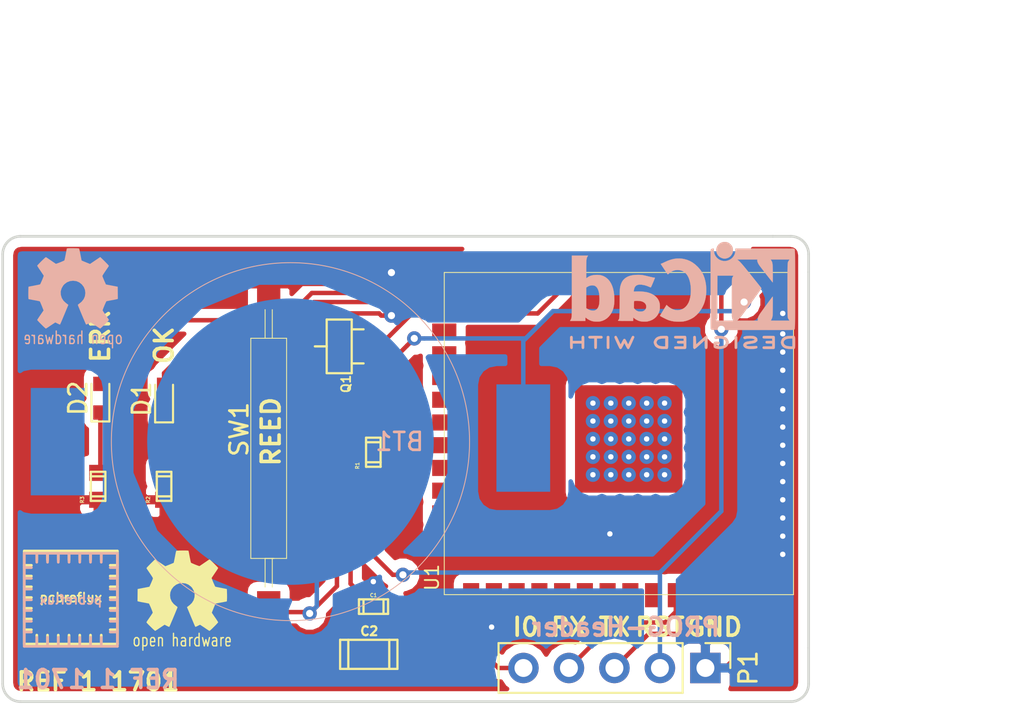
<source format=kicad_pcb>
(kicad_pcb (version 20160815) (host pcbnew no-vcs-found)

  (general
    (links 67)
    (no_connects 1)
    (area 77.25281 34.3 140.000001 76.228333)
    (thickness 1.6)
    (drawings 26)
    (tracks 107)
    (zones 0)
    (modules 34)
    (nets 42)
  )

  (page A4)
  (layers
    (0 F.Cu signal)
    (31 B.Cu signal hide)
    (32 B.Adhes user)
    (33 F.Adhes user)
    (34 B.Paste user)
    (35 F.Paste user)
    (36 B.SilkS user)
    (37 F.SilkS user)
    (38 B.Mask user)
    (39 F.Mask user)
    (40 Dwgs.User user)
    (41 Cmts.User user)
    (42 Eco1.User user)
    (43 Eco2.User user)
    (44 Edge.Cuts user)
    (45 Margin user)
    (46 B.CrtYd user)
    (47 F.CrtYd user)
    (48 B.Fab user)
    (49 F.Fab user)
  )

  (setup
    (last_trace_width 0.25)
    (trace_clearance 0.2)
    (zone_clearance 0.762)
    (zone_45_only no)
    (trace_min 0.2)
    (segment_width 0.2)
    (edge_width 0.15)
    (via_size 0.8)
    (via_drill 0.4)
    (via_min_size 0.4)
    (via_min_drill 0.3)
    (uvia_size 0.3)
    (uvia_drill 0.1)
    (uvias_allowed no)
    (uvia_min_size 0.2)
    (uvia_min_drill 0.1)
    (pcb_text_width 0.3)
    (pcb_text_size 1.5 1.5)
    (mod_edge_width 0.15)
    (mod_text_size 1 1)
    (mod_text_width 0.15)
    (pad_size 0.6 0.6)
    (pad_drill 0.3)
    (pad_to_mask_clearance 0.2)
    (aux_axis_origin 0 0)
    (visible_elements FFFFFF7F)
    (pcbplotparams
      (layerselection 0x030fc_ffffffff)
      (usegerberextensions false)
      (excludeedgelayer true)
      (linewidth 0.100000)
      (plotframeref false)
      (viasonmask false)
      (mode 1)
      (useauxorigin false)
      (hpglpennumber 1)
      (hpglpenspeed 20)
      (hpglpendiameter 15)
      (psnegative false)
      (psa4output false)
      (plotreference true)
      (plotvalue true)
      (plotinvisibletext false)
      (padsonsilk false)
      (subtractmaskfromsilk false)
      (outputformat 1)
      (mirror false)
      (drillshape 0)
      (scaleselection 1)
      (outputdirectory ""))
  )

  (net 0 "")
  (net 1 "Net-(BT1-Pad2)")
  (net 2 "Net-(BT1-Pad1)")
  (net 3 "Net-(D1-Pad1)")
  (net 4 "Net-(D1-Pad2)")
  (net 5 "Net-(D2-Pad2)")
  (net 6 "Net-(D2-Pad1)")
  (net 7 "Net-(P1-Pad5)")
  (net 8 "Net-(P1-Pad4)")
  (net 9 "Net-(P1-Pad3)")
  (net 10 "Net-(P1-Pad2)")
  (net 11 "Net-(Q1-Pad1)")
  (net 12 "Net-(U1-Pad39)")
  (net 13 "Net-(U1-Pad4)")
  (net 14 "Net-(U1-Pad5)")
  (net 15 "Net-(U1-Pad6)")
  (net 16 "Net-(U1-Pad7)")
  (net 17 "Net-(U1-Pad8)")
  (net 18 "Net-(U1-Pad9)")
  (net 19 "Net-(U1-Pad13)")
  (net 20 "Net-(U1-Pad14)")
  (net 21 "Net-(U1-Pad15)")
  (net 22 "Net-(U1-Pad16)")
  (net 23 "Net-(U1-Pad17)")
  (net 24 "Net-(U1-Pad18)")
  (net 25 "Net-(U1-Pad19)")
  (net 26 "Net-(U1-Pad20)")
  (net 27 "Net-(U1-Pad21)")
  (net 28 "Net-(U1-Pad22)")
  (net 29 "Net-(U1-Pad23)")
  (net 30 "Net-(U1-Pad24)")
  (net 31 "Net-(U1-Pad26)")
  (net 32 "Net-(U1-Pad27)")
  (net 33 "Net-(U1-Pad28)")
  (net 34 "Net-(U1-Pad29)")
  (net 35 "Net-(U1-Pad30)")
  (net 36 "Net-(U1-Pad31)")
  (net 37 "Net-(U1-Pad32)")
  (net 38 "Net-(U1-Pad33)")
  (net 39 "Net-(U1-Pad36)")
  (net 40 "Net-(U1-Pad37)")
  (net 41 /GND)

  (net_class Default "This is the default net class."
    (clearance 0.2)
    (trace_width 0.25)
    (via_dia 0.8)
    (via_drill 0.4)
    (uvia_dia 0.3)
    (uvia_drill 0.1)
    (diff_pair_gap 0.25)
    (diff_pair_width 0.2)
    (add_net /GND)
    (add_net "Net-(BT1-Pad1)")
    (add_net "Net-(BT1-Pad2)")
    (add_net "Net-(D1-Pad1)")
    (add_net "Net-(D1-Pad2)")
    (add_net "Net-(D2-Pad1)")
    (add_net "Net-(D2-Pad2)")
    (add_net "Net-(P1-Pad2)")
    (add_net "Net-(P1-Pad3)")
    (add_net "Net-(P1-Pad4)")
    (add_net "Net-(P1-Pad5)")
    (add_net "Net-(Q1-Pad1)")
    (add_net "Net-(U1-Pad13)")
    (add_net "Net-(U1-Pad14)")
    (add_net "Net-(U1-Pad15)")
    (add_net "Net-(U1-Pad16)")
    (add_net "Net-(U1-Pad17)")
    (add_net "Net-(U1-Pad18)")
    (add_net "Net-(U1-Pad19)")
    (add_net "Net-(U1-Pad20)")
    (add_net "Net-(U1-Pad21)")
    (add_net "Net-(U1-Pad22)")
    (add_net "Net-(U1-Pad23)")
    (add_net "Net-(U1-Pad24)")
    (add_net "Net-(U1-Pad26)")
    (add_net "Net-(U1-Pad27)")
    (add_net "Net-(U1-Pad28)")
    (add_net "Net-(U1-Pad29)")
    (add_net "Net-(U1-Pad30)")
    (add_net "Net-(U1-Pad31)")
    (add_net "Net-(U1-Pad32)")
    (add_net "Net-(U1-Pad33)")
    (add_net "Net-(U1-Pad36)")
    (add_net "Net-(U1-Pad37)")
    (add_net "Net-(U1-Pad39)")
    (add_net "Net-(U1-Pad4)")
    (add_net "Net-(U1-Pad5)")
    (add_net "Net-(U1-Pad6)")
    (add_net "Net-(U1-Pad7)")
    (add_net "Net-(U1-Pad8)")
    (add_net "Net-(U1-Pad9)")
  )

  (module module:Via-0.6mm (layer F.Cu) (tedit 586E2439) (tstamp 586E28E6)
    (at 122.555 51.308)
    (fp_text reference REF** (at 0 1) (layer F.SilkS) hide
      (effects (font (size 1 1) (thickness 0.15)))
    )
    (fp_text value Via-0.6mm (at 0.5 -1) (layer F.Fab) hide
      (effects (font (size 1 1) (thickness 0.15)))
    )
    (pad 1 thru_hole circle (at 0 0) (size 0.6 0.6) (drill 0.3) (layers *.Cu)
      (net 41 /GND) (zone_connect 2))
  )

  (module module:Via-0.6mm (layer F.Cu) (tedit 586E2439) (tstamp 586E28DF)
    (at 122.555 64.77)
    (fp_text reference REF** (at 0 1) (layer F.SilkS) hide
      (effects (font (size 1 1) (thickness 0.15)))
    )
    (fp_text value Via-0.6mm (at 0.5 -1) (layer F.Fab) hide
      (effects (font (size 1 1) (thickness 0.15)))
    )
    (pad 1 thru_hole circle (at 0 0) (size 0.6 0.6) (drill 0.3) (layers *.Cu)
      (net 41 /GND) (zone_connect 2))
  )

  (module module:Via-0.6mm (layer F.Cu) (tedit 586E2439) (tstamp 586E28CD)
    (at 122.555 63.754)
    (fp_text reference REF** (at 0 1) (layer F.SilkS) hide
      (effects (font (size 1 1) (thickness 0.15)))
    )
    (fp_text value Via-0.6mm (at 0.5 -1) (layer F.Fab) hide
      (effects (font (size 1 1) (thickness 0.15)))
    )
    (pad 1 thru_hole circle (at 0 0) (size 0.6 0.6) (drill 0.3) (layers *.Cu)
      (net 41 /GND) (zone_connect 2))
  )

  (module module:Via-0.6mm (layer F.Cu) (tedit 586E2439) (tstamp 586E28C9)
    (at 122.555 62.738)
    (fp_text reference REF** (at 0 1) (layer F.SilkS) hide
      (effects (font (size 1 1) (thickness 0.15)))
    )
    (fp_text value Via-0.6mm (at 0.5 -1) (layer F.Fab) hide
      (effects (font (size 1 1) (thickness 0.15)))
    )
    (pad 1 thru_hole circle (at 0 0) (size 0.6 0.6) (drill 0.3) (layers *.Cu)
      (net 41 /GND) (zone_connect 2))
  )

  (module module:Via-0.6mm (layer F.Cu) (tedit 586E2439) (tstamp 586E28C5)
    (at 122.555 61.722)
    (fp_text reference REF** (at 0 1) (layer F.SilkS) hide
      (effects (font (size 1 1) (thickness 0.15)))
    )
    (fp_text value Via-0.6mm (at 0.5 -1) (layer F.Fab) hide
      (effects (font (size 1 1) (thickness 0.15)))
    )
    (pad 1 thru_hole circle (at 0 0) (size 0.6 0.6) (drill 0.3) (layers *.Cu)
      (net 41 /GND) (zone_connect 2))
  )

  (module module:Via-0.6mm (layer F.Cu) (tedit 586E2439) (tstamp 586E28C1)
    (at 122.555 60.706)
    (fp_text reference REF** (at 0 1) (layer F.SilkS) hide
      (effects (font (size 1 1) (thickness 0.15)))
    )
    (fp_text value Via-0.6mm (at 0.5 -1) (layer F.Fab) hide
      (effects (font (size 1 1) (thickness 0.15)))
    )
    (pad 1 thru_hole circle (at 0 0) (size 0.6 0.6) (drill 0.3) (layers *.Cu)
      (net 41 /GND) (zone_connect 2))
  )

  (module module:Via-0.6mm (layer F.Cu) (tedit 586E2439) (tstamp 586E28BD)
    (at 122.555 59.69)
    (fp_text reference REF** (at 0 1) (layer F.SilkS) hide
      (effects (font (size 1 1) (thickness 0.15)))
    )
    (fp_text value Via-0.6mm (at 0.5 -1) (layer F.Fab) hide
      (effects (font (size 1 1) (thickness 0.15)))
    )
    (pad 1 thru_hole circle (at 0 0) (size 0.6 0.6) (drill 0.3) (layers *.Cu)
      (net 41 /GND) (zone_connect 2))
  )

  (module module:Via-0.6mm (layer F.Cu) (tedit 586E2439) (tstamp 586E28B9)
    (at 122.555 58.674)
    (fp_text reference REF** (at 0 1) (layer F.SilkS) hide
      (effects (font (size 1 1) (thickness 0.15)))
    )
    (fp_text value Via-0.6mm (at 0.5 -1) (layer F.Fab) hide
      (effects (font (size 1 1) (thickness 0.15)))
    )
    (pad 1 thru_hole circle (at 0 0) (size 0.6 0.6) (drill 0.3) (layers *.Cu)
      (net 41 /GND) (zone_connect 2))
  )

  (module module:Via-0.6mm (layer F.Cu) (tedit 586E2439) (tstamp 586E28B5)
    (at 122.555 57.658)
    (fp_text reference REF** (at 0 1) (layer F.SilkS) hide
      (effects (font (size 1 1) (thickness 0.15)))
    )
    (fp_text value Via-0.6mm (at 0.5 -1) (layer F.Fab) hide
      (effects (font (size 1 1) (thickness 0.15)))
    )
    (pad 1 thru_hole circle (at 0 0) (size 0.6 0.6) (drill 0.3) (layers *.Cu)
      (net 41 /GND) (zone_connect 2))
  )

  (module module:Via-0.6mm (layer F.Cu) (tedit 586E2439) (tstamp 586E28B1)
    (at 122.555 56.642)
    (fp_text reference REF** (at 0 1) (layer F.SilkS) hide
      (effects (font (size 1 1) (thickness 0.15)))
    )
    (fp_text value Via-0.6mm (at 0.5 -1) (layer F.Fab) hide
      (effects (font (size 1 1) (thickness 0.15)))
    )
    (pad 1 thru_hole circle (at 0 0) (size 0.6 0.6) (drill 0.3) (layers *.Cu)
      (net 41 /GND) (zone_connect 2))
  )

  (module module:Via-0.6mm (layer F.Cu) (tedit 586E2439) (tstamp 586E28AD)
    (at 122.555 55.626)
    (fp_text reference REF** (at 0 1) (layer F.SilkS) hide
      (effects (font (size 1 1) (thickness 0.15)))
    )
    (fp_text value Via-0.6mm (at 0.5 -1) (layer F.Fab) hide
      (effects (font (size 1 1) (thickness 0.15)))
    )
    (pad 1 thru_hole circle (at 0 0) (size 0.6 0.6) (drill 0.3) (layers *.Cu)
      (net 41 /GND) (zone_connect 2))
  )

  (module module:Via-0.6mm (layer F.Cu) (tedit 586E2439) (tstamp 586E28A7)
    (at 122.555 54.483)
    (fp_text reference REF** (at 0 1) (layer F.SilkS) hide
      (effects (font (size 1 1) (thickness 0.15)))
    )
    (fp_text value Via-0.6mm (at 0.5 -1) (layer F.Fab) hide
      (effects (font (size 1 1) (thickness 0.15)))
    )
    (pad 1 thru_hole circle (at 0 0) (size 0.6 0.6) (drill 0.3) (layers *.Cu)
      (net 41 /GND) (zone_connect 2))
  )

  (module module:Via-0.6mm (layer F.Cu) (tedit 586E2439) (tstamp 586E28A3)
    (at 122.555 53.467)
    (fp_text reference REF** (at 0 1) (layer F.SilkS) hide
      (effects (font (size 1 1) (thickness 0.15)))
    )
    (fp_text value Via-0.6mm (at 0.5 -1) (layer F.Fab) hide
      (effects (font (size 1 1) (thickness 0.15)))
    )
    (pad 1 thru_hole circle (at 0 0) (size 0.6 0.6) (drill 0.3) (layers *.Cu)
      (net 41 /GND) (zone_connect 2))
  )

  (module module:Via-0.6mm (layer F.Cu) (tedit 586E2439) (tstamp 586E289F)
    (at 122.555 52.451)
    (fp_text reference REF** (at 0 1) (layer F.SilkS) hide
      (effects (font (size 1 1) (thickness 0.15)))
    )
    (fp_text value Via-0.6mm (at 0.5 -1) (layer F.Fab) hide
      (effects (font (size 1 1) (thickness 0.15)))
    )
    (pad 1 thru_hole circle (at 0 0) (size 0.6 0.6) (drill 0.3) (layers *.Cu)
      (net 41 /GND) (zone_connect 2))
  )

  (module module:Via-0.6mm (layer F.Cu) (tedit 586E2439) (tstamp 586E2892)
    (at 99.695 66.294)
    (fp_text reference REF** (at 0 1) (layer F.SilkS) hide
      (effects (font (size 1 1) (thickness 0.15)))
    )
    (fp_text value Via-0.6mm (at 0.5 -1) (layer F.Fab) hide
      (effects (font (size 1 1) (thickness 0.15)))
    )
    (pad 1 thru_hole circle (at 0 0) (size 0.6 0.6) (drill 0.3) (layers *.Cu)
      (net 41 /GND) (zone_connect 2))
  )

  (module module:Via-0.6mm (layer F.Cu) (tedit 586E2439) (tstamp 586E288E)
    (at 106.299 68.834)
    (fp_text reference REF** (at 0 1) (layer F.SilkS) hide
      (effects (font (size 1 1) (thickness 0.15)))
    )
    (fp_text value Via-0.6mm (at 0.5 -1) (layer F.Fab) hide
      (effects (font (size 1 1) (thickness 0.15)))
    )
    (pad 1 thru_hole circle (at 0 0) (size 0.6 0.6) (drill 0.3) (layers *.Cu)
      (net 41 /GND) (zone_connect 2))
  )

  (module module:Via-0.6mm (layer F.Cu) (tedit 586E2439) (tstamp 586E287E)
    (at 112.903 63.627)
    (fp_text reference REF** (at 0 1) (layer F.SilkS) hide
      (effects (font (size 1 1) (thickness 0.15)))
    )
    (fp_text value Via-0.6mm (at 0.5 -1) (layer F.Fab) hide
      (effects (font (size 1 1) (thickness 0.15)))
    )
    (pad 1 thru_hole circle (at 0 0) (size 0.6 0.6) (drill 0.3) (layers *.Cu)
      (net 41 /GND) (zone_connect 2))
  )

  (module w_logo:Logo_silk_OSHW_6x6mm (layer B.Cu) (tedit 0) (tstamp 586D5AAD)
    (at 82.931 49.911 180)
    (descr "Open Hardware Logo, 6x6mm")
    (attr smd)
    (fp_text reference G*** (at 0 0 180) (layer B.SilkS) hide
      (effects (font (size 0.22606 0.22606) (thickness 0.04318)) (justify mirror))
    )
    (fp_text value LOGO (at 0 -0.3 180) (layer B.SilkS) hide
      (effects (font (size 0.22606 0.22606) (thickness 0.04318)) (justify mirror))
    )
    (fp_line (start 2.16 -2.62) (end 2.16 -3.08) (layer B.SilkS) (width 0.075))
    (fp_line (start 2.25 -2.62) (end 2.3 -2.62) (layer B.SilkS) (width 0.075))
    (fp_line (start 2.2 -2.65) (end 2.25 -2.62) (layer B.SilkS) (width 0.075))
    (fp_line (start 2.18 -2.67) (end 2.2 -2.65) (layer B.SilkS) (width 0.075))
    (fp_line (start 2.16 -2.74) (end 2.18 -2.67) (layer B.SilkS) (width 0.075))
    (fp_line (start 2.6 -3.08) (end 2.65 -3.05) (layer B.SilkS) (width 0.075))
    (fp_line (start 2.5 -3.08) (end 2.6 -3.08) (layer B.SilkS) (width 0.075))
    (fp_line (start 2.46 -3.05) (end 2.5 -3.08) (layer B.SilkS) (width 0.075))
    (fp_line (start 2.44 -2.98) (end 2.46 -3.05) (layer B.SilkS) (width 0.075))
    (fp_line (start 2.44 -2.71) (end 2.44 -2.98) (layer B.SilkS) (width 0.075))
    (fp_line (start 2.47 -2.65) (end 2.44 -2.71) (layer B.SilkS) (width 0.075))
    (fp_line (start 2.51 -2.62) (end 2.47 -2.65) (layer B.SilkS) (width 0.075))
    (fp_line (start 2.61 -2.62) (end 2.51 -2.62) (layer B.SilkS) (width 0.075))
    (fp_line (start 2.65 -2.66) (end 2.61 -2.62) (layer B.SilkS) (width 0.075))
    (fp_line (start 2.67 -2.73) (end 2.65 -2.66) (layer B.SilkS) (width 0.075))
    (fp_line (start 2.67 -2.85) (end 2.67 -2.73) (layer B.SilkS) (width 0.075))
    (fp_line (start 2.67 -2.85) (end 2.44 -2.85) (layer B.SilkS) (width 0.075))
    (fp_line (start 1.92 -2.71) (end 1.92 -3.08) (layer B.SilkS) (width 0.075))
    (fp_line (start 1.89 -2.65) (end 1.92 -2.71) (layer B.SilkS) (width 0.075))
    (fp_line (start 1.85 -2.62) (end 1.89 -2.65) (layer B.SilkS) (width 0.075))
    (fp_line (start 1.75 -2.62) (end 1.85 -2.62) (layer B.SilkS) (width 0.075))
    (fp_line (start 1.7 -2.65) (end 1.75 -2.62) (layer B.SilkS) (width 0.075))
    (fp_line (start 1.76 -2.81) (end 1.71 -2.84) (layer B.SilkS) (width 0.075))
    (fp_line (start 1.88 -2.81) (end 1.76 -2.81) (layer B.SilkS) (width 0.075))
    (fp_line (start 1.92 -2.78) (end 1.88 -2.81) (layer B.SilkS) (width 0.075))
    (fp_line (start 1.87 -3.08) (end 1.92 -3.04) (layer B.SilkS) (width 0.075))
    (fp_line (start 1.75 -3.08) (end 1.87 -3.08) (layer B.SilkS) (width 0.075))
    (fp_line (start 1.7 -3.04) (end 1.75 -3.08) (layer B.SilkS) (width 0.075))
    (fp_line (start 1.68 -2.98) (end 1.7 -3.04) (layer B.SilkS) (width 0.075))
    (fp_line (start 1.68 -2.91) (end 1.68 -2.98) (layer B.SilkS) (width 0.075))
    (fp_line (start 1.71 -2.84) (end 1.68 -2.91) (layer B.SilkS) (width 0.075))
    (fp_line (start 1.13 -2.62) (end 1.23 -3.08) (layer B.SilkS) (width 0.075))
    (fp_line (start 1.23 -3.08) (end 1.32 -2.74) (layer B.SilkS) (width 0.075))
    (fp_line (start 1.32 -2.74) (end 1.42 -3.08) (layer B.SilkS) (width 0.075))
    (fp_line (start 1.42 -3.08) (end 1.52 -2.62) (layer B.SilkS) (width 0.075))
    (fp_line (start 0.94 -3.05) (end 0.9 -3.08) (layer B.SilkS) (width 0.075))
    (fp_line (start 0.9 -3.08) (end 0.79 -3.08) (layer B.SilkS) (width 0.075))
    (fp_line (start 0.79 -3.08) (end 0.75 -3.05) (layer B.SilkS) (width 0.075))
    (fp_line (start 0.75 -3.05) (end 0.73 -3.02) (layer B.SilkS) (width 0.075))
    (fp_line (start 0.73 -3.02) (end 0.7 -2.95) (layer B.SilkS) (width 0.075))
    (fp_line (start 0.7 -2.95) (end 0.7 -2.75) (layer B.SilkS) (width 0.075))
    (fp_line (start 0.7 -2.75) (end 0.73 -2.68) (layer B.SilkS) (width 0.075))
    (fp_line (start 0.73 -2.68) (end 0.75 -2.65) (layer B.SilkS) (width 0.075))
    (fp_line (start 0.75 -2.65) (end 0.81 -2.61) (layer B.SilkS) (width 0.075))
    (fp_line (start 0.81 -2.61) (end 0.88 -2.61) (layer B.SilkS) (width 0.075))
    (fp_line (start 0.88 -2.61) (end 0.94 -2.65) (layer B.SilkS) (width 0.075))
    (fp_line (start 0.94 -2.38) (end 0.94 -3.08) (layer B.SilkS) (width 0.075))
    (fp_line (start 0.42 -2.74) (end 0.44 -2.67) (layer B.SilkS) (width 0.075))
    (fp_line (start 0.44 -2.67) (end 0.46 -2.65) (layer B.SilkS) (width 0.075))
    (fp_line (start 0.46 -2.65) (end 0.51 -2.62) (layer B.SilkS) (width 0.075))
    (fp_line (start 0.51 -2.62) (end 0.56 -2.62) (layer B.SilkS) (width 0.075))
    (fp_line (start 0.42 -2.62) (end 0.42 -3.08) (layer B.SilkS) (width 0.075))
    (fp_line (start -0.03 -2.84) (end -0.06 -2.91) (layer B.SilkS) (width 0.075))
    (fp_line (start -0.06 -2.91) (end -0.06 -2.98) (layer B.SilkS) (width 0.075))
    (fp_line (start -0.06 -2.98) (end -0.04 -3.04) (layer B.SilkS) (width 0.075))
    (fp_line (start -0.04 -3.04) (end 0.01 -3.08) (layer B.SilkS) (width 0.075))
    (fp_line (start 0.01 -3.08) (end 0.13 -3.08) (layer B.SilkS) (width 0.075))
    (fp_line (start 0.13 -3.08) (end 0.18 -3.04) (layer B.SilkS) (width 0.075))
    (fp_line (start 0.18 -2.78) (end 0.14 -2.81) (layer B.SilkS) (width 0.075))
    (fp_line (start 0.14 -2.81) (end 0.02 -2.81) (layer B.SilkS) (width 0.075))
    (fp_line (start 0.02 -2.81) (end -0.03 -2.84) (layer B.SilkS) (width 0.075))
    (fp_line (start -0.04 -2.65) (end 0.01 -2.62) (layer B.SilkS) (width 0.075))
    (fp_line (start 0.01 -2.62) (end 0.11 -2.62) (layer B.SilkS) (width 0.075))
    (fp_line (start 0.11 -2.62) (end 0.15 -2.65) (layer B.SilkS) (width 0.075))
    (fp_line (start 0.15 -2.65) (end 0.18 -2.71) (layer B.SilkS) (width 0.075))
    (fp_line (start 0.18 -2.71) (end 0.18 -3.08) (layer B.SilkS) (width 0.075))
    (fp_line (start -0.49 -2.69) (end -0.47 -2.65) (layer B.SilkS) (width 0.075))
    (fp_line (start -0.47 -2.65) (end -0.42 -2.62) (layer B.SilkS) (width 0.075))
    (fp_line (start -0.42 -2.62) (end -0.34 -2.62) (layer B.SilkS) (width 0.075))
    (fp_line (start -0.34 -2.62) (end -0.3 -2.65) (layer B.SilkS) (width 0.075))
    (fp_line (start -0.3 -2.65) (end -0.28 -2.71) (layer B.SilkS) (width 0.075))
    (fp_line (start -0.28 -2.71) (end -0.28 -3.08) (layer B.SilkS) (width 0.075))
    (fp_line (start -0.49 -2.38) (end -0.49 -3.08) (layer B.SilkS) (width 0.075))
    (fp_line (start -1.54 -2.85) (end -1.77 -2.85) (layer B.SilkS) (width 0.075))
    (fp_line (start -1.32 -2.68) (end -1.3 -2.65) (layer B.SilkS) (width 0.075))
    (fp_line (start -1.3 -2.65) (end -1.26 -2.62) (layer B.SilkS) (width 0.075))
    (fp_line (start -1.26 -2.62) (end -1.17 -2.62) (layer B.SilkS) (width 0.075))
    (fp_line (start -1.17 -2.62) (end -1.13 -2.65) (layer B.SilkS) (width 0.075))
    (fp_line (start -1.13 -2.65) (end -1.11 -2.71) (layer B.SilkS) (width 0.075))
    (fp_line (start -1.11 -2.71) (end -1.11 -3.08) (layer B.SilkS) (width 0.075))
    (fp_line (start -1.32 -2.62) (end -1.32 -3.08) (layer B.SilkS) (width 0.075))
    (fp_line (start -1.54 -2.85) (end -1.54 -2.73) (layer B.SilkS) (width 0.075))
    (fp_line (start -1.54 -2.73) (end -1.56 -2.66) (layer B.SilkS) (width 0.075))
    (fp_line (start -1.56 -2.66) (end -1.6 -2.62) (layer B.SilkS) (width 0.075))
    (fp_line (start -1.6 -2.62) (end -1.7 -2.62) (layer B.SilkS) (width 0.075))
    (fp_line (start -1.7 -2.62) (end -1.74 -2.65) (layer B.SilkS) (width 0.075))
    (fp_line (start -1.74 -2.65) (end -1.77 -2.71) (layer B.SilkS) (width 0.075))
    (fp_line (start -1.77 -2.71) (end -1.77 -2.98) (layer B.SilkS) (width 0.075))
    (fp_line (start -1.77 -2.98) (end -1.75 -3.05) (layer B.SilkS) (width 0.075))
    (fp_line (start -1.75 -3.05) (end -1.71 -3.08) (layer B.SilkS) (width 0.075))
    (fp_line (start -1.71 -3.08) (end -1.61 -3.08) (layer B.SilkS) (width 0.075))
    (fp_line (start -1.61 -3.08) (end -1.56 -3.05) (layer B.SilkS) (width 0.075))
    (fp_line (start -2.2 -2.65) (end -2.16 -2.62) (layer B.SilkS) (width 0.075))
    (fp_line (start -2.16 -2.62) (end -2.06 -2.62) (layer B.SilkS) (width 0.075))
    (fp_line (start -2.06 -2.62) (end -2.02 -2.65) (layer B.SilkS) (width 0.075))
    (fp_line (start -2.02 -2.65) (end -1.99 -2.68) (layer B.SilkS) (width 0.075))
    (fp_line (start -1.99 -2.68) (end -1.97 -2.74) (layer B.SilkS) (width 0.075))
    (fp_line (start -1.97 -2.74) (end -1.97 -2.96) (layer B.SilkS) (width 0.075))
    (fp_line (start -1.97 -2.96) (end -1.99 -3.02) (layer B.SilkS) (width 0.075))
    (fp_line (start -1.99 -3.02) (end -2.01 -3.05) (layer B.SilkS) (width 0.075))
    (fp_line (start -2.01 -3.05) (end -2.05 -3.08) (layer B.SilkS) (width 0.075))
    (fp_line (start -2.05 -3.08) (end -2.15 -3.08) (layer B.SilkS) (width 0.075))
    (fp_line (start -2.15 -3.08) (end -2.2 -3.05) (layer B.SilkS) (width 0.075))
    (fp_line (start -2.2 -3.32) (end -2.2 -2.62) (layer B.SilkS) (width 0.075))
    (fp_line (start -2.51 -2.62) (end -2.59 -2.62) (layer B.SilkS) (width 0.075))
    (fp_line (start -2.59 -2.62) (end -2.63 -2.65) (layer B.SilkS) (width 0.075))
    (fp_line (start -2.63 -2.65) (end -2.65 -2.68) (layer B.SilkS) (width 0.075))
    (fp_line (start -2.65 -2.68) (end -2.68 -2.75) (layer B.SilkS) (width 0.075))
    (fp_line (start -2.59 -3.08) (end -2.51 -3.08) (layer B.SilkS) (width 0.075))
    (fp_line (start -2.51 -3.08) (end -2.46 -3.05) (layer B.SilkS) (width 0.075))
    (fp_line (start -2.46 -3.05) (end -2.44 -3.02) (layer B.SilkS) (width 0.075))
    (fp_line (start -2.44 -3.02) (end -2.42 -2.95) (layer B.SilkS) (width 0.075))
    (fp_line (start -2.42 -2.95) (end -2.42 -2.75) (layer B.SilkS) (width 0.075))
    (fp_line (start -2.42 -2.75) (end -2.44 -2.69) (layer B.SilkS) (width 0.075))
    (fp_line (start -2.44 -2.69) (end -2.46 -2.66) (layer B.SilkS) (width 0.075))
    (fp_line (start -2.46 -2.66) (end -2.51 -2.62) (layer B.SilkS) (width 0.075))
    (fp_line (start -2.68 -2.75) (end -2.68 -2.95) (layer B.SilkS) (width 0.075))
    (fp_line (start -2.68 -2.95) (end -2.66 -3.01) (layer B.SilkS) (width 0.075))
    (fp_line (start -2.66 -3.01) (end -2.64 -3.04) (layer B.SilkS) (width 0.075))
    (fp_line (start -2.64 -3.04) (end -2.59 -3.08) (layer B.SilkS) (width 0.075))
    (fp_poly (pts (xy -1.51384 -2.24536) (xy -1.48844 -2.23012) (xy -1.43002 -2.19456) (xy -1.3462 -2.13868)
      (xy -1.24714 -2.07264) (xy -1.14808 -2.0066) (xy -1.0668 -1.95326) (xy -1.01092 -1.91516)
      (xy -0.98552 -1.90246) (xy -0.97282 -1.90754) (xy -0.9271 -1.9304) (xy -0.85852 -1.96596)
      (xy -0.81788 -1.98628) (xy -0.75692 -2.01168) (xy -0.7239 -2.0193) (xy -0.71882 -2.00914)
      (xy -0.69596 -1.96088) (xy -0.6604 -1.8796) (xy -0.61468 -1.77038) (xy -0.5588 -1.64338)
      (xy -0.50292 -1.50876) (xy -0.4445 -1.36906) (xy -0.38862 -1.23444) (xy -0.34036 -1.11506)
      (xy -0.29972 -1.01854) (xy -0.27432 -0.94996) (xy -0.26416 -0.92202) (xy -0.2667 -0.9144)
      (xy -0.29972 -0.88392) (xy -0.35306 -0.84328) (xy -0.47244 -0.74676) (xy -0.58928 -0.60198)
      (xy -0.6604 -0.43688) (xy -0.68326 -0.25146) (xy -0.66294 -0.08128) (xy -0.5969 0.08128)
      (xy -0.4826 0.2286) (xy -0.3429 0.33782) (xy -0.18034 0.4064) (xy 0 0.42926)
      (xy 0.17272 0.40894) (xy 0.34036 0.3429) (xy 0.48768 0.23114) (xy 0.55118 0.16002)
      (xy 0.63754 0.01016) (xy 0.6858 -0.14732) (xy 0.69088 -0.18796) (xy 0.68326 -0.36322)
      (xy 0.63246 -0.5334) (xy 0.53848 -0.68326) (xy 0.40894 -0.80772) (xy 0.3937 -0.81788)
      (xy 0.33528 -0.8636) (xy 0.29464 -0.89408) (xy 0.26416 -0.91948) (xy 0.48768 -1.45796)
      (xy 0.52324 -1.54178) (xy 0.5842 -1.6891) (xy 0.63754 -1.8161) (xy 0.68072 -1.9177)
      (xy 0.7112 -1.98374) (xy 0.7239 -2.01168) (xy 0.7239 -2.01422) (xy 0.74422 -2.01676)
      (xy 0.78486 -2.00152) (xy 0.86106 -1.96596) (xy 0.90932 -1.94056) (xy 0.96774 -1.91262)
      (xy 0.99314 -1.90246) (xy 1.016 -1.91516) (xy 1.06934 -1.95072) (xy 1.15062 -2.00406)
      (xy 1.24714 -2.06756) (xy 1.33858 -2.13106) (xy 1.4224 -2.18694) (xy 1.48336 -2.22504)
      (xy 1.51384 -2.24282) (xy 1.51892 -2.24282) (xy 1.54432 -2.22758) (xy 1.59258 -2.18694)
      (xy 1.66624 -2.11836) (xy 1.77038 -2.01422) (xy 1.78562 -1.99898) (xy 1.87198 -1.91262)
      (xy 1.94056 -1.83896) (xy 1.98628 -1.78816) (xy 2.00406 -1.7653) (xy 2.00406 -1.7653)
      (xy 1.98882 -1.73482) (xy 1.95072 -1.67386) (xy 1.89484 -1.5875) (xy 1.82626 -1.48844)
      (xy 1.64846 -1.22936) (xy 1.74498 -0.98552) (xy 1.77546 -0.90932) (xy 1.81356 -0.82042)
      (xy 1.8415 -0.75438) (xy 1.85674 -0.72644) (xy 1.88214 -0.71628) (xy 1.95072 -0.70104)
      (xy 2.04724 -0.68072) (xy 2.16154 -0.6604) (xy 2.2733 -0.64008) (xy 2.37236 -0.61976)
      (xy 2.44348 -0.60706) (xy 2.4765 -0.59944) (xy 2.48412 -0.59436) (xy 2.49174 -0.57912)
      (xy 2.49428 -0.5461) (xy 2.49682 -0.48514) (xy 2.49936 -0.39116) (xy 2.49936 -0.25146)
      (xy 2.49936 -0.23622) (xy 2.49682 -0.10668) (xy 2.49428 0) (xy 2.49174 0.06604)
      (xy 2.48666 0.09398) (xy 2.48666 0.09398) (xy 2.45618 0.1016) (xy 2.38506 0.11684)
      (xy 2.286 0.13462) (xy 2.16662 0.15748) (xy 2.159 0.16002) (xy 2.04216 0.18288)
      (xy 1.9431 0.2032) (xy 1.87198 0.21844) (xy 1.84404 0.2286) (xy 1.83642 0.23622)
      (xy 1.81356 0.28194) (xy 1.78054 0.3556) (xy 1.7399 0.4445) (xy 1.7018 0.53848)
      (xy 1.66878 0.6223) (xy 1.64592 0.68326) (xy 1.6383 0.7112) (xy 1.64084 0.71374)
      (xy 1.65862 0.74168) (xy 1.69926 0.80264) (xy 1.75514 0.88646) (xy 1.82372 0.98806)
      (xy 1.8288 0.99568) (xy 1.89738 1.09474) (xy 1.95326 1.1811) (xy 1.98882 1.23952)
      (xy 2.00406 1.26746) (xy 2.00406 1.27) (xy 1.9812 1.30048) (xy 1.9304 1.35636)
      (xy 1.85674 1.43256) (xy 1.77038 1.52146) (xy 1.74244 1.54686) (xy 1.64338 1.64338)
      (xy 1.57734 1.70434) (xy 1.53416 1.73736) (xy 1.51384 1.74498) (xy 1.51384 1.74498)
      (xy 1.48336 1.7272) (xy 1.41986 1.68656) (xy 1.33604 1.62814) (xy 1.23444 1.55956)
      (xy 1.22682 1.55448) (xy 1.12776 1.4859) (xy 1.04394 1.43002) (xy 0.98552 1.38938)
      (xy 0.95758 1.37414) (xy 0.95504 1.37414) (xy 0.9144 1.38684) (xy 0.84328 1.41224)
      (xy 0.75438 1.44526) (xy 0.66294 1.48336) (xy 0.57912 1.51892) (xy 0.51562 1.54686)
      (xy 0.48514 1.56464) (xy 0.48514 1.56464) (xy 0.47498 1.6002) (xy 0.4572 1.6764)
      (xy 0.43688 1.778) (xy 0.41148 1.89992) (xy 0.40894 1.92024) (xy 0.38608 2.03962)
      (xy 0.3683 2.13868) (xy 0.35306 2.20726) (xy 0.34544 2.2352) (xy 0.3302 2.23774)
      (xy 0.27178 2.24282) (xy 0.18288 2.24536) (xy 0.07366 2.24536) (xy -0.0381 2.24536)
      (xy -0.14732 2.24282) (xy -0.2413 2.24028) (xy -0.30988 2.2352) (xy -0.33782 2.23012)
      (xy -0.33782 2.22758) (xy -0.34798 2.18948) (xy -0.36576 2.11582) (xy -0.38608 2.01168)
      (xy -0.40894 1.88976) (xy -0.41402 1.8669) (xy -0.43688 1.75006) (xy -0.4572 1.651)
      (xy -0.4699 1.58496) (xy -0.47752 1.55702) (xy -0.49022 1.55194) (xy -0.53848 1.53162)
      (xy -0.61722 1.4986) (xy -0.71628 1.45796) (xy -0.94488 1.36652) (xy -1.22682 1.55702)
      (xy -1.25222 1.5748) (xy -1.35382 1.64338) (xy -1.4351 1.69926) (xy -1.49352 1.73736)
      (xy -1.51638 1.75006) (xy -1.51892 1.75006) (xy -1.54686 1.72466) (xy -1.60274 1.67132)
      (xy -1.67894 1.59766) (xy -1.76784 1.5113) (xy -1.83134 1.44526) (xy -1.91008 1.36652)
      (xy -1.95834 1.31318) (xy -1.98628 1.28016) (xy -1.9939 1.25984) (xy -1.99136 1.2446)
      (xy -1.97358 1.21666) (xy -1.93294 1.1557) (xy -1.87452 1.06934) (xy -1.80594 0.97028)
      (xy -1.75006 0.88646) (xy -1.6891 0.79248) (xy -1.651 0.72644) (xy -1.63576 0.69342)
      (xy -1.64084 0.68072) (xy -1.65862 0.62484) (xy -1.69418 0.54102) (xy -1.73482 0.44196)
      (xy -1.83388 0.22098) (xy -1.97866 0.19304) (xy -2.06756 0.17526) (xy -2.18948 0.1524)
      (xy -2.30886 0.12954) (xy -2.49174 0.09398) (xy -2.49936 -0.58166) (xy -2.47142 -0.59436)
      (xy -2.44348 -0.60198) (xy -2.3749 -0.61722) (xy -2.27838 -0.63754) (xy -2.16154 -0.65786)
      (xy -2.06502 -0.67564) (xy -1.96596 -0.69596) (xy -1.89484 -0.70866) (xy -1.86436 -0.71628)
      (xy -1.8542 -0.72644) (xy -1.83134 -0.7747) (xy -1.79578 -0.8509) (xy -1.75514 -0.94234)
      (xy -1.71704 -1.03632) (xy -1.68148 -1.12522) (xy -1.65862 -1.19126) (xy -1.64846 -1.22428)
      (xy -1.66116 -1.25222) (xy -1.69926 -1.31064) (xy -1.7526 -1.39192) (xy -1.82118 -1.49098)
      (xy -1.88722 -1.5875) (xy -1.94564 -1.67132) (xy -1.98374 -1.73228) (xy -2.00152 -1.76022)
      (xy -1.99136 -1.778) (xy -1.95326 -1.82626) (xy -1.8796 -1.90246) (xy -1.76784 -2.01168)
      (xy -1.75006 -2.02946) (xy -1.6637 -2.11328) (xy -1.59004 -2.18186) (xy -1.5367 -2.22758)
      (xy -1.51384 -2.24536)) (layer B.SilkS) (width 0.00254))
  )

  (module module:pcbreflux_logo (layer B.Cu) (tedit 5794F58C) (tstamp 586D5A4E)
    (at 82.804 67.31)
    (attr smd)
    (fp_text reference REF** (at 0 -3.8) (layer B.SilkS) hide
      (effects (font (size 1 1) (thickness 0.15)) (justify mirror))
    )
    (fp_text value pcbreflux_logo (at 0.2 3.6) (layer B.Fab) hide
      (effects (font (size 1 1) (thickness 0.15)) (justify mirror))
    )
    (fp_text user pcbreflux (at 0 0) (layer B.SilkS)
      (effects (font (size 0.5 0.5) (thickness 0.1)) (justify mirror))
    )
    (fp_line (start 1.7 -2.5) (end 1.7 -2.1) (layer B.SilkS) (width 0.15))
    (fp_line (start 1.1 -2.5) (end 1.1 -2.1) (layer B.SilkS) (width 0.15))
    (fp_line (start 0.5 -2.5) (end 0.5 -2.1) (layer B.SilkS) (width 0.15))
    (fp_line (start -0.1 -2.5) (end -0.1 -2.1) (layer B.SilkS) (width 0.15))
    (fp_line (start -0.7 -2.5) (end -0.7 -2.1) (layer B.SilkS) (width 0.15))
    (fp_line (start -1.3 -2.5) (end -1.3 -2.1) (layer B.SilkS) (width 0.15))
    (fp_line (start -1.9 -2.5) (end -1.9 -2.1) (layer B.SilkS) (width 0.15))
    (fp_line (start -2.6 2.6) (end 2.6 2.6) (layer B.SilkS) (width 0.15))
    (fp_line (start -2.6 -2.6) (end 2.6 -2.6) (layer B.SilkS) (width 0.15))
    (fp_line (start -1.9 2.1) (end -1.9 2.5) (layer B.SilkS) (width 0.15))
    (fp_line (start -1.3 2.1) (end -1.3 2.5) (layer B.SilkS) (width 0.15))
    (fp_line (start -0.7 2.1) (end -0.7 2.5) (layer B.SilkS) (width 0.15))
    (fp_line (start -0.1 2.1) (end -0.1 2.5) (layer B.SilkS) (width 0.15))
    (fp_line (start 0.5 2.1) (end 0.5 2.5) (layer B.SilkS) (width 0.15))
    (fp_line (start 1.1 2.1) (end 1.1 2.5) (layer B.SilkS) (width 0.15))
    (fp_line (start 1.7 2.1) (end 1.7 2.5) (layer B.SilkS) (width 0.15))
    (fp_line (start -2.6 1.8) (end -2.2 1.8) (layer B.SilkS) (width 0.15))
    (fp_line (start -2.6 1.2) (end -2.2 1.2) (layer B.SilkS) (width 0.15))
    (fp_line (start -2.6 0.6) (end -2.2 0.6) (layer B.SilkS) (width 0.15))
    (fp_line (start -2.6 0) (end -2.2 0) (layer B.SilkS) (width 0.15))
    (fp_line (start -2.6 -0.6) (end -2.2 -0.6) (layer B.SilkS) (width 0.15))
    (fp_line (start -2.6 -1.2) (end -2.2 -1.2) (layer B.SilkS) (width 0.15))
    (fp_line (start -2.6 -1.8) (end -2.2 -1.8) (layer B.SilkS) (width 0.15))
    (fp_line (start 2.2 -1.8) (end 2.6 -1.8) (layer B.SilkS) (width 0.15))
    (fp_line (start 2.2 -1.2) (end 2.6 -1.2) (layer B.SilkS) (width 0.15))
    (fp_line (start 2.2 -0.6) (end 2.6 -0.6) (layer B.SilkS) (width 0.15))
    (fp_line (start 2.2 0) (end 2.6 0) (layer B.SilkS) (width 0.15))
    (fp_line (start 2.2 0.6) (end 2.6 0.6) (layer B.SilkS) (width 0.15))
    (fp_line (start 2.2 1.2) (end 2.6 1.2) (layer B.SilkS) (width 0.15))
    (fp_line (start 2.2 1.8) (end 2.6 1.8) (layer B.SilkS) (width 0.15))
    (fp_line (start 2.6 2.6) (end 2.6 -2.6) (layer B.SilkS) (width 0.15))
    (fp_line (start -2.6 -2.6) (end -2.6 2.6) (layer B.SilkS) (width 0.15))
  )

  (module Symbols:KiCad-Logo2_6mm_SilkScreen (layer B.Cu) (tedit 0) (tstamp 586D5A4C)
    (at 116.967 50.292 180)
    (descr "KiCad Logo")
    (tags "Logo KiCad")
    (attr virtual)
    (fp_text reference REF*** (at 0 0 180) (layer B.SilkS) hide
      (effects (font (size 1 1) (thickness 0.15)) (justify mirror))
    )
    (fp_text value KiCad-Logo2_6mm_SilkScreen (at 0.75 0 180) (layer B.Fab) hide
      (effects (font (size 1 1) (thickness 0.15)) (justify mirror))
    )
    (fp_poly (pts (xy -6.121371 -2.269066) (xy -6.081889 -2.269467) (xy -5.9662 -2.272259) (xy -5.869311 -2.28055)
      (xy -5.787919 -2.295232) (xy -5.718723 -2.317193) (xy -5.65842 -2.347322) (xy -5.603708 -2.38651)
      (xy -5.584167 -2.403532) (xy -5.55175 -2.443363) (xy -5.52252 -2.497413) (xy -5.499991 -2.557323)
      (xy -5.487679 -2.614739) (xy -5.4864 -2.635956) (xy -5.494417 -2.694769) (xy -5.515899 -2.759013)
      (xy -5.546999 -2.819821) (xy -5.583866 -2.86833) (xy -5.589854 -2.874182) (xy -5.640579 -2.915321)
      (xy -5.696125 -2.947435) (xy -5.759696 -2.971365) (xy -5.834494 -2.987953) (xy -5.923722 -2.998041)
      (xy -6.030582 -3.002469) (xy -6.079528 -3.002845) (xy -6.141762 -3.002545) (xy -6.185528 -3.001292)
      (xy -6.214931 -2.998554) (xy -6.234079 -2.993801) (xy -6.247077 -2.986501) (xy -6.254045 -2.980267)
      (xy -6.260626 -2.972694) (xy -6.265788 -2.962924) (xy -6.269703 -2.94834) (xy -6.272543 -2.926326)
      (xy -6.27448 -2.894264) (xy -6.275684 -2.849536) (xy -6.276328 -2.789526) (xy -6.276583 -2.711617)
      (xy -6.276622 -2.635956) (xy -6.27687 -2.535041) (xy -6.276817 -2.454427) (xy -6.275857 -2.415822)
      (xy -6.129867 -2.415822) (xy -6.129867 -2.856089) (xy -6.036734 -2.856004) (xy -5.980693 -2.854396)
      (xy -5.921999 -2.850256) (xy -5.873028 -2.844464) (xy -5.871538 -2.844226) (xy -5.792392 -2.82509)
      (xy -5.731002 -2.795287) (xy -5.684305 -2.752878) (xy -5.654635 -2.706961) (xy -5.636353 -2.656026)
      (xy -5.637771 -2.6082) (xy -5.658988 -2.556933) (xy -5.700489 -2.503899) (xy -5.757998 -2.4646)
      (xy -5.83275 -2.438331) (xy -5.882708 -2.429035) (xy -5.939416 -2.422507) (xy -5.999519 -2.417782)
      (xy -6.050639 -2.415817) (xy -6.053667 -2.415808) (xy -6.129867 -2.415822) (xy -6.275857 -2.415822)
      (xy -6.27526 -2.391851) (xy -6.270998 -2.345055) (xy -6.26283 -2.311778) (xy -6.249556 -2.289759)
      (xy -6.229974 -2.276739) (xy -6.202883 -2.270457) (xy -6.167082 -2.268653) (xy -6.121371 -2.269066)) (layer B.SilkS) (width 0.01))
    (fp_poly (pts (xy -4.712794 -2.269146) (xy -4.643386 -2.269518) (xy -4.590997 -2.270385) (xy -4.552847 -2.271946)
      (xy -4.526159 -2.274403) (xy -4.508153 -2.277957) (xy -4.496049 -2.28281) (xy -4.487069 -2.289161)
      (xy -4.483818 -2.292084) (xy -4.464043 -2.323142) (xy -4.460482 -2.358828) (xy -4.473491 -2.39051)
      (xy -4.479506 -2.396913) (xy -4.489235 -2.403121) (xy -4.504901 -2.40791) (xy -4.529408 -2.411514)
      (xy -4.565661 -2.414164) (xy -4.616565 -2.416095) (xy -4.685026 -2.417539) (xy -4.747617 -2.418418)
      (xy -4.995334 -2.421467) (xy -4.998719 -2.486378) (xy -5.002105 -2.551289) (xy -4.833958 -2.551289)
      (xy -4.760959 -2.551919) (xy -4.707517 -2.554553) (xy -4.670628 -2.560309) (xy -4.647288 -2.570304)
      (xy -4.634494 -2.585656) (xy -4.629242 -2.607482) (xy -4.628445 -2.627738) (xy -4.630923 -2.652592)
      (xy -4.640277 -2.670906) (xy -4.659383 -2.683637) (xy -4.691118 -2.691741) (xy -4.738359 -2.696176)
      (xy -4.803983 -2.697899) (xy -4.839801 -2.698045) (xy -5.000978 -2.698045) (xy -5.000978 -2.856089)
      (xy -4.752622 -2.856089) (xy -4.671213 -2.856202) (xy -4.609342 -2.856712) (xy -4.563968 -2.85787)
      (xy -4.532054 -2.85993) (xy -4.510559 -2.863146) (xy -4.496443 -2.867772) (xy -4.486668 -2.874059)
      (xy -4.481689 -2.878667) (xy -4.46461 -2.90556) (xy -4.459111 -2.929467) (xy -4.466963 -2.958667)
      (xy -4.481689 -2.980267) (xy -4.489546 -2.987066) (xy -4.499688 -2.992346) (xy -4.514844 -2.996298)
      (xy -4.537741 -2.999113) (xy -4.571109 -3.000982) (xy -4.617675 -3.002098) (xy -4.680167 -3.002651)
      (xy -4.761314 -3.002833) (xy -4.803422 -3.002845) (xy -4.893598 -3.002765) (xy -4.963924 -3.002398)
      (xy -5.017129 -3.001552) (xy -5.05594 -3.000036) (xy -5.083087 -2.997659) (xy -5.101298 -2.994229)
      (xy -5.1133 -2.989554) (xy -5.121822 -2.983444) (xy -5.125156 -2.980267) (xy -5.131755 -2.97267)
      (xy -5.136927 -2.96287) (xy -5.140846 -2.948239) (xy -5.143684 -2.926152) (xy -5.145615 -2.893982)
      (xy -5.146812 -2.849103) (xy -5.147448 -2.788889) (xy -5.147697 -2.710713) (xy -5.147734 -2.637923)
      (xy -5.1477 -2.544707) (xy -5.147465 -2.471431) (xy -5.14683 -2.415458) (xy -5.145594 -2.374151)
      (xy -5.143556 -2.344872) (xy -5.140517 -2.324984) (xy -5.136277 -2.31185) (xy -5.130635 -2.302832)
      (xy -5.123391 -2.295293) (xy -5.121606 -2.293612) (xy -5.112945 -2.286172) (xy -5.102882 -2.280409)
      (xy -5.088625 -2.276112) (xy -5.067383 -2.273064) (xy -5.036364 -2.271051) (xy -4.992777 -2.26986)
      (xy -4.933831 -2.269275) (xy -4.856734 -2.269083) (xy -4.802001 -2.269067) (xy -4.712794 -2.269146)) (layer B.SilkS) (width 0.01))
    (fp_poly (pts (xy -3.691703 -2.270351) (xy -3.616888 -2.275581) (xy -3.547306 -2.28375) (xy -3.487002 -2.29455)
      (xy -3.44002 -2.307673) (xy -3.410406 -2.322813) (xy -3.40586 -2.327269) (xy -3.390054 -2.36185)
      (xy -3.394847 -2.397351) (xy -3.419364 -2.427725) (xy -3.420534 -2.428596) (xy -3.434954 -2.437954)
      (xy -3.450008 -2.442876) (xy -3.471005 -2.443473) (xy -3.503257 -2.439861) (xy -3.552073 -2.432154)
      (xy -3.556 -2.431505) (xy -3.628739 -2.422569) (xy -3.707217 -2.418161) (xy -3.785927 -2.418119)
      (xy -3.859361 -2.422279) (xy -3.922011 -2.430479) (xy -3.96837 -2.442557) (xy -3.971416 -2.443771)
      (xy -4.005048 -2.462615) (xy -4.016864 -2.481685) (xy -4.007614 -2.500439) (xy -3.978047 -2.518337)
      (xy -3.928911 -2.534837) (xy -3.860957 -2.549396) (xy -3.815645 -2.556406) (xy -3.721456 -2.569889)
      (xy -3.646544 -2.582214) (xy -3.587717 -2.594449) (xy -3.541785 -2.607661) (xy -3.505555 -2.622917)
      (xy -3.475838 -2.641285) (xy -3.449442 -2.663831) (xy -3.42823 -2.685971) (xy -3.403065 -2.716819)
      (xy -3.390681 -2.743345) (xy -3.386808 -2.776026) (xy -3.386667 -2.787995) (xy -3.389576 -2.827712)
      (xy -3.401202 -2.857259) (xy -3.421323 -2.883486) (xy -3.462216 -2.923576) (xy -3.507817 -2.954149)
      (xy -3.561513 -2.976203) (xy -3.626692 -2.990735) (xy -3.706744 -2.998741) (xy -3.805057 -3.001218)
      (xy -3.821289 -3.001177) (xy -3.886849 -2.999818) (xy -3.951866 -2.99673) (xy -4.009252 -2.992356)
      (xy -4.051922 -2.98714) (xy -4.055372 -2.986541) (xy -4.097796 -2.976491) (xy -4.13378 -2.963796)
      (xy -4.15415 -2.95219) (xy -4.173107 -2.921572) (xy -4.174427 -2.885918) (xy -4.158085 -2.854144)
      (xy -4.154429 -2.850551) (xy -4.139315 -2.839876) (xy -4.120415 -2.835276) (xy -4.091162 -2.836059)
      (xy -4.055651 -2.840127) (xy -4.01597 -2.843762) (xy -3.960345 -2.846828) (xy -3.895406 -2.849053)
      (xy -3.827785 -2.850164) (xy -3.81 -2.850237) (xy -3.742128 -2.849964) (xy -3.692454 -2.848646)
      (xy -3.65661 -2.845827) (xy -3.630224 -2.84105) (xy -3.608926 -2.833857) (xy -3.596126 -2.827867)
      (xy -3.568 -2.811233) (xy -3.550068 -2.796168) (xy -3.547447 -2.791897) (xy -3.552976 -2.774263)
      (xy -3.57926 -2.757192) (xy -3.624478 -2.741458) (xy -3.686808 -2.727838) (xy -3.705171 -2.724804)
      (xy -3.80109 -2.709738) (xy -3.877641 -2.697146) (xy -3.93778 -2.686111) (xy -3.98446 -2.67572)
      (xy -4.020637 -2.665056) (xy -4.049265 -2.653205) (xy -4.073298 -2.639251) (xy -4.095692 -2.622281)
      (xy -4.119402 -2.601378) (xy -4.12738 -2.594049) (xy -4.155353 -2.566699) (xy -4.17016 -2.545029)
      (xy -4.175952 -2.520232) (xy -4.176889 -2.488983) (xy -4.166575 -2.427705) (xy -4.135752 -2.37564)
      (xy -4.084595 -2.332958) (xy -4.013283 -2.299825) (xy -3.9624 -2.284964) (xy -3.9071 -2.275366)
      (xy -3.840853 -2.269936) (xy -3.767706 -2.268367) (xy -3.691703 -2.270351)) (layer B.SilkS) (width 0.01))
    (fp_poly (pts (xy -2.923822 -2.291645) (xy -2.917242 -2.299218) (xy -2.912079 -2.308987) (xy -2.908164 -2.323571)
      (xy -2.905324 -2.345585) (xy -2.903387 -2.377648) (xy -2.902183 -2.422375) (xy -2.901539 -2.482385)
      (xy -2.901284 -2.560294) (xy -2.901245 -2.635956) (xy -2.901314 -2.729802) (xy -2.901638 -2.803689)
      (xy -2.902386 -2.860232) (xy -2.903732 -2.902049) (xy -2.905846 -2.931757) (xy -2.9089 -2.951973)
      (xy -2.913066 -2.965314) (xy -2.918516 -2.974398) (xy -2.923822 -2.980267) (xy -2.956826 -2.999947)
      (xy -2.991991 -2.998181) (xy -3.023455 -2.976717) (xy -3.030684 -2.968337) (xy -3.036334 -2.958614)
      (xy -3.040599 -2.944861) (xy -3.043673 -2.924389) (xy -3.045752 -2.894512) (xy -3.04703 -2.852541)
      (xy -3.047701 -2.795789) (xy -3.047959 -2.721567) (xy -3.048 -2.637537) (xy -3.048 -2.324485)
      (xy -3.020291 -2.296776) (xy -2.986137 -2.273463) (xy -2.953006 -2.272623) (xy -2.923822 -2.291645)) (layer B.SilkS) (width 0.01))
    (fp_poly (pts (xy -1.950081 -2.274599) (xy -1.881565 -2.286095) (xy -1.828943 -2.303967) (xy -1.794708 -2.327499)
      (xy -1.785379 -2.340924) (xy -1.775893 -2.372148) (xy -1.782277 -2.400395) (xy -1.80243 -2.427182)
      (xy -1.833745 -2.439713) (xy -1.879183 -2.438696) (xy -1.914326 -2.431906) (xy -1.992419 -2.418971)
      (xy -2.072226 -2.417742) (xy -2.161555 -2.428241) (xy -2.186229 -2.43269) (xy -2.269291 -2.456108)
      (xy -2.334273 -2.490945) (xy -2.380461 -2.536604) (xy -2.407145 -2.592494) (xy -2.412663 -2.621388)
      (xy -2.409051 -2.680012) (xy -2.385729 -2.731879) (xy -2.344824 -2.775978) (xy -2.288459 -2.811299)
      (xy -2.21876 -2.836829) (xy -2.137852 -2.851559) (xy -2.04786 -2.854478) (xy -1.95091 -2.844575)
      (xy -1.945436 -2.843641) (xy -1.906875 -2.836459) (xy -1.885494 -2.829521) (xy -1.876227 -2.819227)
      (xy -1.874006 -2.801976) (xy -1.873956 -2.792841) (xy -1.873956 -2.754489) (xy -1.942431 -2.754489)
      (xy -2.0029 -2.750347) (xy -2.044165 -2.737147) (xy -2.068175 -2.71373) (xy -2.076877 -2.678936)
      (xy -2.076983 -2.674394) (xy -2.071892 -2.644654) (xy -2.054433 -2.623419) (xy -2.021939 -2.609366)
      (xy -1.971743 -2.601173) (xy -1.923123 -2.598161) (xy -1.852456 -2.596433) (xy -1.801198 -2.59907)
      (xy -1.766239 -2.6088) (xy -1.74447 -2.628353) (xy -1.73278 -2.660456) (xy -1.72806 -2.707838)
      (xy -1.7272 -2.770071) (xy -1.728609 -2.839535) (xy -1.732848 -2.886786) (xy -1.739936 -2.912012)
      (xy -1.741311 -2.913988) (xy -1.780228 -2.945508) (xy -1.837286 -2.97047) (xy -1.908869 -2.98834)
      (xy -1.991358 -2.998586) (xy -2.081139 -3.000673) (xy -2.174592 -2.994068) (xy -2.229556 -2.985956)
      (xy -2.315766 -2.961554) (xy -2.395892 -2.921662) (xy -2.462977 -2.869887) (xy -2.473173 -2.859539)
      (xy -2.506302 -2.816035) (xy -2.536194 -2.762118) (xy -2.559357 -2.705592) (xy -2.572298 -2.654259)
      (xy -2.573858 -2.634544) (xy -2.567218 -2.593419) (xy -2.549568 -2.542252) (xy -2.524297 -2.488394)
      (xy -2.494789 -2.439195) (xy -2.468719 -2.406334) (xy -2.407765 -2.357452) (xy -2.328969 -2.318545)
      (xy -2.235157 -2.290494) (xy -2.12915 -2.274179) (xy -2.032 -2.270192) (xy -1.950081 -2.274599)) (layer B.SilkS) (width 0.01))
    (fp_poly (pts (xy -1.300114 -2.273448) (xy -1.276548 -2.287273) (xy -1.245735 -2.309881) (xy -1.206078 -2.342338)
      (xy -1.15598 -2.385708) (xy -1.093843 -2.441058) (xy -1.018072 -2.509451) (xy -0.931334 -2.588084)
      (xy -0.750711 -2.751878) (xy -0.745067 -2.532029) (xy -0.743029 -2.456351) (xy -0.741063 -2.399994)
      (xy -0.738734 -2.359706) (xy -0.735606 -2.332235) (xy -0.731245 -2.314329) (xy -0.725216 -2.302737)
      (xy -0.717084 -2.294208) (xy -0.712772 -2.290623) (xy -0.678241 -2.27167) (xy -0.645383 -2.274441)
      (xy -0.619318 -2.290633) (xy -0.592667 -2.312199) (xy -0.589352 -2.627151) (xy -0.588435 -2.719779)
      (xy -0.587968 -2.792544) (xy -0.588113 -2.848161) (xy -0.589032 -2.889342) (xy -0.590887 -2.918803)
      (xy -0.593839 -2.939255) (xy -0.59805 -2.953413) (xy -0.603682 -2.963991) (xy -0.609927 -2.972474)
      (xy -0.623439 -2.988207) (xy -0.636883 -2.998636) (xy -0.652124 -3.002639) (xy -0.671026 -2.999094)
      (xy -0.695455 -2.986879) (xy -0.727273 -2.964871) (xy -0.768348 -2.931949) (xy -0.820542 -2.886991)
      (xy -0.885722 -2.828875) (xy -0.959556 -2.762099) (xy -1.224845 -2.521458) (xy -1.230489 -2.740589)
      (xy -1.232531 -2.816128) (xy -1.234502 -2.872354) (xy -1.236839 -2.912524) (xy -1.239981 -2.939896)
      (xy -1.244364 -2.957728) (xy -1.250424 -2.969279) (xy -1.2586 -2.977807) (xy -1.262784 -2.981282)
      (xy -1.299765 -3.000372) (xy -1.334708 -2.997493) (xy -1.365136 -2.9731) (xy -1.372097 -2.963286)
      (xy -1.377523 -2.951826) (xy -1.381603 -2.935968) (xy -1.384529 -2.912963) (xy -1.386492 -2.880062)
      (xy -1.387683 -2.834516) (xy -1.388292 -2.773573) (xy -1.388511 -2.694486) (xy -1.388534 -2.635956)
      (xy -1.38846 -2.544407) (xy -1.388113 -2.472687) (xy -1.387301 -2.418045) (xy -1.385833 -2.377732)
      (xy -1.383519 -2.348998) (xy -1.380167 -2.329093) (xy -1.375588 -2.315268) (xy -1.369589 -2.304772)
      (xy -1.365136 -2.298811) (xy -1.35385 -2.284691) (xy -1.343301 -2.274029) (xy -1.331893 -2.267892)
      (xy -1.31803 -2.267343) (xy -1.300114 -2.273448)) (layer B.SilkS) (width 0.01))
    (fp_poly (pts (xy 0.230343 -2.26926) (xy 0.306701 -2.270174) (xy 0.365217 -2.272311) (xy 0.408255 -2.276175)
      (xy 0.438183 -2.282267) (xy 0.457368 -2.29109) (xy 0.468176 -2.303146) (xy 0.472973 -2.318939)
      (xy 0.474127 -2.33897) (xy 0.474133 -2.341335) (xy 0.473131 -2.363992) (xy 0.468396 -2.381503)
      (xy 0.457333 -2.394574) (xy 0.437348 -2.403913) (xy 0.405846 -2.410227) (xy 0.360232 -2.414222)
      (xy 0.297913 -2.416606) (xy 0.216293 -2.418086) (xy 0.191277 -2.418414) (xy -0.0508 -2.421467)
      (xy -0.054186 -2.486378) (xy -0.057571 -2.551289) (xy 0.110576 -2.551289) (xy 0.176266 -2.551531)
      (xy 0.223172 -2.552556) (xy 0.255083 -2.554811) (xy 0.275791 -2.558742) (xy 0.289084 -2.564798)
      (xy 0.298755 -2.573424) (xy 0.298817 -2.573493) (xy 0.316356 -2.607112) (xy 0.315722 -2.643448)
      (xy 0.297314 -2.674423) (xy 0.293671 -2.677607) (xy 0.280741 -2.685812) (xy 0.263024 -2.691521)
      (xy 0.23657 -2.695162) (xy 0.197432 -2.697167) (xy 0.141662 -2.697964) (xy 0.105994 -2.698045)
      (xy -0.056445 -2.698045) (xy -0.056445 -2.856089) (xy 0.190161 -2.856089) (xy 0.27158 -2.856231)
      (xy 0.33341 -2.856814) (xy 0.378637 -2.858068) (xy 0.410248 -2.860227) (xy 0.431231 -2.863523)
      (xy 0.444573 -2.868189) (xy 0.453261 -2.874457) (xy 0.45545 -2.876733) (xy 0.471614 -2.90828)
      (xy 0.472797 -2.944168) (xy 0.459536 -2.975285) (xy 0.449043 -2.985271) (xy 0.438129 -2.990769)
      (xy 0.421217 -2.995022) (xy 0.395633 -2.99818) (xy 0.358701 -3.000392) (xy 0.307746 -3.001806)
      (xy 0.240094 -3.002572) (xy 0.153069 -3.002838) (xy 0.133394 -3.002845) (xy 0.044911 -3.002787)
      (xy -0.023773 -3.002467) (xy -0.075436 -3.001667) (xy -0.112855 -3.000167) (xy -0.13881 -2.997749)
      (xy -0.156078 -2.994194) (xy -0.167438 -2.989282) (xy -0.175668 -2.982795) (xy -0.180183 -2.978138)
      (xy -0.186979 -2.969889) (xy -0.192288 -2.959669) (xy -0.196294 -2.9448) (xy -0.199179 -2.922602)
      (xy -0.201126 -2.890393) (xy -0.202319 -2.845496) (xy -0.202939 -2.785228) (xy -0.203171 -2.706911)
      (xy -0.2032 -2.640994) (xy -0.203129 -2.548628) (xy -0.202792 -2.476117) (xy -0.202002 -2.420737)
      (xy -0.200574 -2.379765) (xy -0.198321 -2.350478) (xy -0.195057 -2.330153) (xy -0.190596 -2.316066)
      (xy -0.184752 -2.305495) (xy -0.179803 -2.298811) (xy -0.156406 -2.269067) (xy 0.133774 -2.269067)
      (xy 0.230343 -2.26926)) (layer B.SilkS) (width 0.01))
    (fp_poly (pts (xy 1.018309 -2.269275) (xy 1.147288 -2.273636) (xy 1.256991 -2.286861) (xy 1.349226 -2.309741)
      (xy 1.425802 -2.34307) (xy 1.488527 -2.387638) (xy 1.539212 -2.444236) (xy 1.579663 -2.513658)
      (xy 1.580459 -2.515351) (xy 1.604601 -2.577483) (xy 1.613203 -2.632509) (xy 1.606231 -2.687887)
      (xy 1.583654 -2.751073) (xy 1.579372 -2.760689) (xy 1.550172 -2.816966) (xy 1.517356 -2.860451)
      (xy 1.475002 -2.897417) (xy 1.41719 -2.934135) (xy 1.413831 -2.936052) (xy 1.363504 -2.960227)
      (xy 1.306621 -2.978282) (xy 1.239527 -2.990839) (xy 1.158565 -2.998522) (xy 1.060082 -3.001953)
      (xy 1.025286 -3.002251) (xy 0.859594 -3.002845) (xy 0.836197 -2.9731) (xy 0.829257 -2.963319)
      (xy 0.823842 -2.951897) (xy 0.819765 -2.936095) (xy 0.816837 -2.913175) (xy 0.814867 -2.880396)
      (xy 0.814225 -2.856089) (xy 0.970844 -2.856089) (xy 1.064726 -2.856089) (xy 1.119664 -2.854483)
      (xy 1.17606 -2.850255) (xy 1.222345 -2.844292) (xy 1.225139 -2.84379) (xy 1.307348 -2.821736)
      (xy 1.371114 -2.7886) (xy 1.418452 -2.742847) (xy 1.451382 -2.682939) (xy 1.457108 -2.667061)
      (xy 1.462721 -2.642333) (xy 1.460291 -2.617902) (xy 1.448467 -2.5854) (xy 1.44134 -2.569434)
      (xy 1.418 -2.527006) (xy 1.38988 -2.49724) (xy 1.35894 -2.476511) (xy 1.296966 -2.449537)
      (xy 1.217651 -2.429998) (xy 1.125253 -2.418746) (xy 1.058333 -2.41627) (xy 0.970844 -2.415822)
      (xy 0.970844 -2.856089) (xy 0.814225 -2.856089) (xy 0.813668 -2.835021) (xy 0.81305 -2.774311)
      (xy 0.812825 -2.695526) (xy 0.8128 -2.63392) (xy 0.8128 -2.324485) (xy 0.840509 -2.296776)
      (xy 0.852806 -2.285544) (xy 0.866103 -2.277853) (xy 0.884672 -2.27304) (xy 0.912786 -2.270446)
      (xy 0.954717 -2.26941) (xy 1.014737 -2.26927) (xy 1.018309 -2.269275)) (layer B.SilkS) (width 0.01))
    (fp_poly (pts (xy 3.744665 -2.271034) (xy 3.764255 -2.278035) (xy 3.76501 -2.278377) (xy 3.791613 -2.298678)
      (xy 3.80627 -2.319561) (xy 3.809138 -2.329352) (xy 3.808996 -2.342361) (xy 3.804961 -2.360895)
      (xy 3.796146 -2.387257) (xy 3.781669 -2.423752) (xy 3.760645 -2.472687) (xy 3.732188 -2.536365)
      (xy 3.695415 -2.617093) (xy 3.675175 -2.661216) (xy 3.638625 -2.739985) (xy 3.604315 -2.812423)
      (xy 3.573552 -2.87588) (xy 3.547648 -2.927708) (xy 3.52791 -2.965259) (xy 3.51565 -2.985884)
      (xy 3.513224 -2.988733) (xy 3.482183 -3.001302) (xy 3.447121 -2.999619) (xy 3.419 -2.984332)
      (xy 3.417854 -2.983089) (xy 3.406668 -2.966154) (xy 3.387904 -2.93317) (xy 3.363875 -2.88838)
      (xy 3.336897 -2.836032) (xy 3.327201 -2.816742) (xy 3.254014 -2.67015) (xy 3.17424 -2.829393)
      (xy 3.145767 -2.884415) (xy 3.11935 -2.932132) (xy 3.097148 -2.968893) (xy 3.081319 -2.991044)
      (xy 3.075954 -2.995741) (xy 3.034257 -3.002102) (xy 2.999849 -2.988733) (xy 2.989728 -2.974446)
      (xy 2.972214 -2.942692) (xy 2.948735 -2.896597) (xy 2.92072 -2.839285) (xy 2.889599 -2.77388)
      (xy 2.856799 -2.703507) (xy 2.82375 -2.631291) (xy 2.791881 -2.560355) (xy 2.762619 -2.493825)
      (xy 2.737395 -2.434826) (xy 2.717636 -2.386481) (xy 2.704772 -2.351915) (xy 2.700231 -2.334253)
      (xy 2.700277 -2.333613) (xy 2.711326 -2.311388) (xy 2.73341 -2.288753) (xy 2.73471 -2.287768)
      (xy 2.761853 -2.272425) (xy 2.786958 -2.272574) (xy 2.796368 -2.275466) (xy 2.807834 -2.281718)
      (xy 2.82001 -2.294014) (xy 2.834357 -2.314908) (xy 2.852336 -2.346949) (xy 2.875407 -2.392688)
      (xy 2.90503 -2.454677) (xy 2.931745 -2.511898) (xy 2.96248 -2.578226) (xy 2.990021 -2.637874)
      (xy 3.012938 -2.687725) (xy 3.029798 -2.724664) (xy 3.039173 -2.745573) (xy 3.04054 -2.748845)
      (xy 3.046689 -2.743497) (xy 3.060822 -2.721109) (xy 3.081057 -2.684946) (xy 3.105515 -2.638277)
      (xy 3.115248 -2.619022) (xy 3.148217 -2.554004) (xy 3.173643 -2.506654) (xy 3.193612 -2.474219)
      (xy 3.21021 -2.453946) (xy 3.225524 -2.443082) (xy 3.24164 -2.438875) (xy 3.252143 -2.4384)
      (xy 3.27067 -2.440042) (xy 3.286904 -2.446831) (xy 3.303035 -2.461566) (xy 3.321251 -2.487044)
      (xy 3.343739 -2.526061) (xy 3.372689 -2.581414) (xy 3.388662 -2.612903) (xy 3.41457 -2.663087)
      (xy 3.437167 -2.704704) (xy 3.454458 -2.734242) (xy 3.46445 -2.748189) (xy 3.465809 -2.74877)
      (xy 3.472261 -2.737793) (xy 3.486708 -2.70929) (xy 3.507703 -2.666244) (xy 3.533797 -2.611638)
      (xy 3.563546 -2.548454) (xy 3.57818 -2.517071) (xy 3.61625 -2.436078) (xy 3.646905 -2.373756)
      (xy 3.671737 -2.328071) (xy 3.692337 -2.296989) (xy 3.710298 -2.278478) (xy 3.72721 -2.270504)
      (xy 3.744665 -2.271034)) (layer B.SilkS) (width 0.01))
    (fp_poly (pts (xy 4.188614 -2.275877) (xy 4.212327 -2.290647) (xy 4.238978 -2.312227) (xy 4.238978 -2.633773)
      (xy 4.238893 -2.72783) (xy 4.238529 -2.801932) (xy 4.237724 -2.858704) (xy 4.236313 -2.900768)
      (xy 4.234133 -2.930748) (xy 4.231021 -2.951267) (xy 4.226814 -2.964949) (xy 4.221348 -2.974416)
      (xy 4.217472 -2.979082) (xy 4.186034 -2.999575) (xy 4.150233 -2.998739) (xy 4.118873 -2.981264)
      (xy 4.092222 -2.959684) (xy 4.092222 -2.312227) (xy 4.118873 -2.290647) (xy 4.144594 -2.274949)
      (xy 4.1656 -2.269067) (xy 4.188614 -2.275877)) (layer B.SilkS) (width 0.01))
    (fp_poly (pts (xy 4.963065 -2.269163) (xy 5.041772 -2.269542) (xy 5.102863 -2.270333) (xy 5.148817 -2.27167)
      (xy 5.182114 -2.273683) (xy 5.205236 -2.276506) (xy 5.220662 -2.280269) (xy 5.230871 -2.285105)
      (xy 5.235813 -2.288822) (xy 5.261457 -2.321358) (xy 5.264559 -2.355138) (xy 5.248711 -2.385826)
      (xy 5.238348 -2.398089) (xy 5.227196 -2.40645) (xy 5.211035 -2.411657) (xy 5.185642 -2.414457)
      (xy 5.146798 -2.415596) (xy 5.09028 -2.415821) (xy 5.07918 -2.415822) (xy 4.933244 -2.415822)
      (xy 4.933244 -2.686756) (xy 4.933148 -2.772154) (xy 4.932711 -2.837864) (xy 4.931712 -2.886774)
      (xy 4.929928 -2.921773) (xy 4.927137 -2.945749) (xy 4.923117 -2.961593) (xy 4.917645 -2.972191)
      (xy 4.910666 -2.980267) (xy 4.877734 -3.000112) (xy 4.843354 -2.998548) (xy 4.812176 -2.975906)
      (xy 4.809886 -2.9731) (xy 4.802429 -2.962492) (xy 4.796747 -2.950081) (xy 4.792601 -2.93285)
      (xy 4.78975 -2.907784) (xy 4.787954 -2.871867) (xy 4.786972 -2.822083) (xy 4.786564 -2.755417)
      (xy 4.786489 -2.679589) (xy 4.786489 -2.415822) (xy 4.647127 -2.415822) (xy 4.587322 -2.415418)
      (xy 4.545918 -2.41384) (xy 4.518748 -2.410547) (xy 4.501646 -2.404992) (xy 4.490443 -2.396631)
      (xy 4.489083 -2.395178) (xy 4.472725 -2.361939) (xy 4.474172 -2.324362) (xy 4.492978 -2.291645)
      (xy 4.50025 -2.285298) (xy 4.509627 -2.280266) (xy 4.523609 -2.276396) (xy 4.544696 -2.273537)
      (xy 4.575389 -2.271535) (xy 4.618189 -2.270239) (xy 4.675595 -2.269498) (xy 4.75011 -2.269158)
      (xy 4.844233 -2.269068) (xy 4.86426 -2.269067) (xy 4.963065 -2.269163)) (layer B.SilkS) (width 0.01))
    (fp_poly (pts (xy 6.228823 -2.274533) (xy 6.260202 -2.296776) (xy 6.287911 -2.324485) (xy 6.287911 -2.63392)
      (xy 6.287838 -2.725799) (xy 6.287495 -2.79784) (xy 6.286692 -2.85278) (xy 6.285241 -2.89336)
      (xy 6.282952 -2.922317) (xy 6.279636 -2.942391) (xy 6.275105 -2.956321) (xy 6.269169 -2.966845)
      (xy 6.264514 -2.9731) (xy 6.233783 -2.997673) (xy 6.198496 -3.000341) (xy 6.166245 -2.985271)
      (xy 6.155588 -2.976374) (xy 6.148464 -2.964557) (xy 6.144167 -2.945526) (xy 6.141991 -2.914992)
      (xy 6.141228 -2.868662) (xy 6.141155 -2.832871) (xy 6.141155 -2.698045) (xy 5.644444 -2.698045)
      (xy 5.644444 -2.8207) (xy 5.643931 -2.876787) (xy 5.641876 -2.915333) (xy 5.637508 -2.941361)
      (xy 5.630056 -2.959897) (xy 5.621047 -2.9731) (xy 5.590144 -2.997604) (xy 5.555196 -3.000506)
      (xy 5.521738 -2.983089) (xy 5.512604 -2.973959) (xy 5.506152 -2.961855) (xy 5.501897 -2.943001)
      (xy 5.499352 -2.91362) (xy 5.498029 -2.869937) (xy 5.497443 -2.808175) (xy 5.497375 -2.794)
      (xy 5.496891 -2.677631) (xy 5.496641 -2.581727) (xy 5.496723 -2.504177) (xy 5.497231 -2.442869)
      (xy 5.498262 -2.39569) (xy 5.499913 -2.36053) (xy 5.502279 -2.335276) (xy 5.505457 -2.317817)
      (xy 5.509544 -2.306041) (xy 5.514634 -2.297835) (xy 5.520266 -2.291645) (xy 5.552128 -2.271844)
      (xy 5.585357 -2.274533) (xy 5.616735 -2.296776) (xy 5.629433 -2.311126) (xy 5.637526 -2.326978)
      (xy 5.642042 -2.349554) (xy 5.644006 -2.384078) (xy 5.644444 -2.435776) (xy 5.644444 -2.551289)
      (xy 6.141155 -2.551289) (xy 6.141155 -2.432756) (xy 6.141662 -2.378148) (xy 6.143698 -2.341275)
      (xy 6.148035 -2.317307) (xy 6.155447 -2.301415) (xy 6.163733 -2.291645) (xy 6.195594 -2.271844)
      (xy 6.228823 -2.274533)) (layer B.SilkS) (width 0.01))
    (fp_poly (pts (xy -2.9464 2.510946) (xy -2.935535 2.397007) (xy -2.903918 2.289384) (xy -2.853015 2.190385)
      (xy -2.784293 2.102316) (xy -2.699219 2.027484) (xy -2.602232 1.969616) (xy -2.495964 1.929995)
      (xy -2.38895 1.911427) (xy -2.2833 1.912566) (xy -2.181125 1.93207) (xy -2.084534 1.968594)
      (xy -1.995638 2.020795) (xy -1.916546 2.087327) (xy -1.849369 2.166848) (xy -1.796217 2.258013)
      (xy -1.759199 2.359477) (xy -1.740427 2.469898) (xy -1.738489 2.519794) (xy -1.738489 2.607733)
      (xy -1.68656 2.607733) (xy -1.650253 2.604889) (xy -1.623355 2.593089) (xy -1.596249 2.569351)
      (xy -1.557867 2.530969) (xy -1.557867 0.339398) (xy -1.557876 0.077261) (xy -1.557908 -0.163241)
      (xy -1.557972 -0.383048) (xy -1.558076 -0.583101) (xy -1.558227 -0.764344) (xy -1.558434 -0.927716)
      (xy -1.558706 -1.07416) (xy -1.55905 -1.204617) (xy -1.559474 -1.320029) (xy -1.559987 -1.421338)
      (xy -1.560597 -1.509484) (xy -1.561312 -1.58541) (xy -1.56214 -1.650057) (xy -1.563089 -1.704367)
      (xy -1.564167 -1.74928) (xy -1.565383 -1.78574) (xy -1.566745 -1.814687) (xy -1.568261 -1.837063)
      (xy -1.569938 -1.853809) (xy -1.571786 -1.865868) (xy -1.573813 -1.87418) (xy -1.576025 -1.879687)
      (xy -1.577108 -1.881537) (xy -1.581271 -1.888549) (xy -1.584805 -1.894996) (xy -1.588635 -1.9009)
      (xy -1.593682 -1.906286) (xy -1.600871 -1.911178) (xy -1.611123 -1.915598) (xy -1.625364 -1.919572)
      (xy -1.644514 -1.923121) (xy -1.669499 -1.92627) (xy -1.70124 -1.929042) (xy -1.740662 -1.931461)
      (xy -1.788686 -1.933551) (xy -1.846237 -1.935335) (xy -1.914237 -1.936837) (xy -1.99361 -1.93808)
      (xy -2.085279 -1.939089) (xy -2.190166 -1.939885) (xy -2.309196 -1.940494) (xy -2.44329 -1.940939)
      (xy -2.593373 -1.941243) (xy -2.760367 -1.94143) (xy -2.945196 -1.941524) (xy -3.148783 -1.941548)
      (xy -3.37205 -1.941525) (xy -3.615922 -1.94148) (xy -3.881321 -1.941437) (xy -3.919704 -1.941432)
      (xy -4.186682 -1.941389) (xy -4.432002 -1.941318) (xy -4.656583 -1.941213) (xy -4.861345 -1.941066)
      (xy -5.047206 -1.940869) (xy -5.215088 -1.940616) (xy -5.365908 -1.9403) (xy -5.500587 -1.939913)
      (xy -5.620044 -1.939447) (xy -5.725199 -1.938897) (xy -5.816971 -1.938253) (xy -5.896279 -1.937511)
      (xy -5.964043 -1.936661) (xy -6.021182 -1.935697) (xy -6.068617 -1.934611) (xy -6.107266 -1.933397)
      (xy -6.138049 -1.932047) (xy -6.161885 -1.930555) (xy -6.179694 -1.928911) (xy -6.192395 -1.927111)
      (xy -6.200908 -1.925145) (xy -6.205266 -1.923477) (xy -6.213728 -1.919906) (xy -6.221497 -1.91727)
      (xy -6.228602 -1.914634) (xy -6.235073 -1.911062) (xy -6.240939 -1.905621) (xy -6.246229 -1.897375)
      (xy -6.250974 -1.88539) (xy -6.255202 -1.868731) (xy -6.258943 -1.846463) (xy -6.262227 -1.817652)
      (xy -6.265083 -1.781363) (xy -6.26754 -1.736661) (xy -6.269629 -1.682611) (xy -6.271378 -1.618279)
      (xy -6.272817 -1.54273) (xy -6.273976 -1.45503) (xy -6.274883 -1.354243) (xy -6.275569 -1.239434)
      (xy -6.276063 -1.10967) (xy -6.276395 -0.964015) (xy -6.276593 -0.801535) (xy -6.276687 -0.621295)
      (xy -6.276708 -0.42236) (xy -6.276685 -0.203796) (xy -6.276646 0.035332) (xy -6.276622 0.29596)
      (xy -6.276622 0.338111) (xy -6.276636 0.601008) (xy -6.276661 0.842268) (xy -6.276671 1.062835)
      (xy -6.276642 1.263648) (xy -6.276548 1.445651) (xy -6.276362 1.609784) (xy -6.276059 1.756989)
      (xy -6.275614 1.888208) (xy -6.275034 1.998133) (xy -5.972197 1.998133) (xy -5.932407 1.940289)
      (xy -5.921236 1.924521) (xy -5.911166 1.910559) (xy -5.902138 1.897216) (xy -5.894097 1.883307)
      (xy -5.886986 1.867644) (xy -5.880747 1.849042) (xy -5.875325 1.826314) (xy -5.870662 1.798273)
      (xy -5.866701 1.763733) (xy -5.863385 1.721508) (xy -5.860659 1.670411) (xy -5.858464 1.609256)
      (xy -5.856745 1.536856) (xy -5.855444 1.452025) (xy -5.854505 1.353578) (xy -5.85387 1.240326)
      (xy -5.853484 1.111084) (xy -5.853288 0.964666) (xy -5.853227 0.799884) (xy -5.853243 0.615553)
      (xy -5.85328 0.410487) (xy -5.853289 0.287867) (xy -5.853265 0.070918) (xy -5.853231 -0.124642)
      (xy -5.853243 -0.299999) (xy -5.853358 -0.456341) (xy -5.85363 -0.594857) (xy -5.854118 -0.716734)
      (xy -5.854876 -0.82316) (xy -5.855962 -0.915322) (xy -5.857431 -0.994409) (xy -5.85934 -1.061608)
      (xy -5.861744 -1.118107) (xy -5.864701 -1.165093) (xy -5.868266 -1.203755) (xy -5.872495 -1.23528)
      (xy -5.877446 -1.260855) (xy -5.883173 -1.28167) (xy -5.889733 -1.298911) (xy -5.897183 -1.313765)
      (xy -5.905579 -1.327422) (xy -5.914976 -1.341069) (xy -5.925432 -1.355893) (xy -5.931523 -1.364783)
      (xy -5.970296 -1.4224) (xy -5.438732 -1.4224) (xy -5.315483 -1.422365) (xy -5.212987 -1.422215)
      (xy -5.12942 -1.421878) (xy -5.062956 -1.421286) (xy -5.011771 -1.420367) (xy -4.974041 -1.419051)
      (xy -4.94794 -1.417269) (xy -4.931644 -1.414951) (xy -4.923328 -1.412026) (xy -4.921168 -1.408424)
      (xy -4.923339 -1.404075) (xy -4.924535 -1.402645) (xy -4.949685 -1.365573) (xy -4.975583 -1.312772)
      (xy -4.999192 -1.25077) (xy -5.007461 -1.224357) (xy -5.012078 -1.206416) (xy -5.015979 -1.185355)
      (xy -5.019248 -1.159089) (xy -5.021966 -1.125532) (xy -5.024215 -1.082599) (xy -5.026077 -1.028204)
      (xy -5.027636 -0.960262) (xy -5.028972 -0.876688) (xy -5.030169 -0.775395) (xy -5.031308 -0.6543)
      (xy -5.031685 -0.6096) (xy -5.032702 -0.484449) (xy -5.03346 -0.380082) (xy -5.033903 -0.294707)
      (xy -5.03397 -0.226533) (xy -5.033605 -0.173765) (xy -5.032748 -0.134614) (xy -5.031341 -0.107285)
      (xy -5.029325 -0.089986) (xy -5.026643 -0.080926) (xy -5.023236 -0.078312) (xy -5.019044 -0.080351)
      (xy -5.014571 -0.084667) (xy -5.004216 -0.097602) (xy -4.982158 -0.126676) (xy -4.949957 -0.169759)
      (xy -4.909174 -0.224718) (xy -4.86137 -0.289423) (xy -4.808105 -0.361742) (xy -4.75094 -0.439544)
      (xy -4.691437 -0.520698) (xy -4.631155 -0.603072) (xy -4.571655 -0.684536) (xy -4.514498 -0.762957)
      (xy -4.461245 -0.836204) (xy -4.413457 -0.902147) (xy -4.372693 -0.958654) (xy -4.340516 -1.003593)
      (xy -4.318485 -1.034834) (xy -4.313917 -1.041466) (xy -4.290996 -1.078369) (xy -4.264188 -1.126359)
      (xy -4.238789 -1.175897) (xy -4.235568 -1.182577) (xy -4.21389 -1.230772) (xy -4.201304 -1.268334)
      (xy -4.195574 -1.30416) (xy -4.194456 -1.3462) (xy -4.19509 -1.4224) (xy -3.040651 -1.4224)
      (xy -3.131815 -1.328669) (xy -3.178612 -1.278775) (xy -3.228899 -1.222295) (xy -3.274944 -1.168026)
      (xy -3.295369 -1.142673) (xy -3.325807 -1.103128) (xy -3.365862 -1.049916) (xy -3.414361 -0.984667)
      (xy -3.470135 -0.909011) (xy -3.532011 -0.824577) (xy -3.598819 -0.732994) (xy -3.669387 -0.635892)
      (xy -3.742545 -0.534901) (xy -3.817121 -0.43165) (xy -3.891944 -0.327768) (xy -3.965843 -0.224885)
      (xy -4.037646 -0.124631) (xy -4.106184 -0.028636) (xy -4.170284 0.061473) (xy -4.228775 0.144064)
      (xy -4.280486 0.217508) (xy -4.324247 0.280176) (xy -4.358885 0.330439) (xy -4.38323 0.366666)
      (xy -4.396111 0.387229) (xy -4.397869 0.391332) (xy -4.38991 0.402658) (xy -4.369115 0.429838)
      (xy -4.336847 0.471171) (xy -4.29447 0.524956) (xy -4.243347 0.589494) (xy -4.184841 0.663082)
      (xy -4.120314 0.744022) (xy -4.051131 0.830612) (xy -3.978653 0.921152) (xy -3.904246 1.01394)
      (xy -3.844517 1.088298) (xy -2.833511 1.088298) (xy -2.827602 1.075341) (xy -2.813272 1.053092)
      (xy -2.812225 1.051609) (xy -2.793438 1.021456) (xy -2.773791 0.984625) (xy -2.769892 0.976489)
      (xy -2.766356 0.96806) (xy -2.76323 0.957941) (xy -2.760486 0.94474) (xy -2.758092 0.927062)
      (xy -2.756019 0.903516) (xy -2.754235 0.872707) (xy -2.752712 0.833243) (xy -2.751419 0.783731)
      (xy -2.750326 0.722777) (xy -2.749403 0.648989) (xy -2.748619 0.560972) (xy -2.747945 0.457335)
      (xy -2.74735 0.336684) (xy -2.746805 0.197626) (xy -2.746279 0.038768) (xy -2.745745 -0.140089)
      (xy -2.745206 -0.325207) (xy -2.744772 -0.489145) (xy -2.744509 -0.633303) (xy -2.744484 -0.759079)
      (xy -2.744765 -0.867871) (xy -2.745419 -0.961077) (xy -2.746514 -1.040097) (xy -2.748118 -1.106328)
      (xy -2.750297 -1.16117) (xy -2.753119 -1.206021) (xy -2.756651 -1.242278) (xy -2.760961 -1.271341)
      (xy -2.766117 -1.294609) (xy -2.772185 -1.313479) (xy -2.779233 -1.329351) (xy -2.787329 -1.343622)
      (xy -2.79654 -1.357691) (xy -2.80504 -1.370158) (xy -2.822176 -1.396452) (xy -2.832322 -1.414037)
      (xy -2.833511 -1.417257) (xy -2.822604 -1.418334) (xy -2.791411 -1.419335) (xy -2.742223 -1.420235)
      (xy -2.677333 -1.42101) (xy -2.59903 -1.421637) (xy -2.509607 -1.422091) (xy -2.411356 -1.422349)
      (xy -2.342445 -1.4224) (xy -2.237452 -1.42218) (xy -2.14061 -1.421548) (xy -2.054107 -1.420549)
      (xy -1.980132 -1.419227) (xy -1.920874 -1.417626) (xy -1.87852 -1.415791) (xy -1.85526 -1.413765)
      (xy -1.851378 -1.412493) (xy -1.859076 -1.397591) (xy -1.867074 -1.38956) (xy -1.880246 -1.372434)
      (xy -1.897485 -1.342183) (xy -1.909407 -1.317622) (xy -1.936045 -1.258711) (xy -1.93912 -0.081845)
      (xy -1.942195 1.095022) (xy -2.387853 1.095022) (xy -2.48567 1.094858) (xy -2.576064 1.094389)
      (xy -2.65663 1.093653) (xy -2.724962 1.092684) (xy -2.778656 1.09152) (xy -2.815305 1.090197)
      (xy -2.832504 1.088751) (xy -2.833511 1.088298) (xy -3.844517 1.088298) (xy -3.82927 1.107278)
      (xy -3.75509 1.199463) (xy -3.683069 1.288796) (xy -3.614569 1.373576) (xy -3.550955 1.452102)
      (xy -3.493588 1.522674) (xy -3.443833 1.583591) (xy -3.403052 1.633153) (xy -3.385888 1.653822)
      (xy -3.299596 1.754484) (xy -3.222997 1.837741) (xy -3.154183 1.905562) (xy -3.091248 1.959911)
      (xy -3.081867 1.967278) (xy -3.042356 1.997883) (xy -4.174116 1.998133) (xy -4.168827 1.950156)
      (xy -4.17213 1.892812) (xy -4.193661 1.824537) (xy -4.233635 1.744788) (xy -4.278943 1.672505)
      (xy -4.295161 1.64986) (xy -4.323214 1.612304) (xy -4.36143 1.561979) (xy -4.408137 1.501027)
      (xy -4.461661 1.431589) (xy -4.520331 1.355806) (xy -4.582475 1.27582) (xy -4.646421 1.193772)
      (xy -4.710495 1.111804) (xy -4.773027 1.032057) (xy -4.832343 0.956673) (xy -4.886771 0.887793)
      (xy -4.934639 0.827558) (xy -4.974275 0.778111) (xy -5.004006 0.741592) (xy -5.022161 0.720142)
      (xy -5.02522 0.716844) (xy -5.028079 0.724851) (xy -5.030293 0.755145) (xy -5.031857 0.807444)
      (xy -5.032767 0.881469) (xy -5.03302 0.976937) (xy -5.032613 1.093566) (xy -5.031704 1.213555)
      (xy -5.030382 1.345667) (xy -5.028857 1.457406) (xy -5.026881 1.550975) (xy -5.024206 1.628581)
      (xy -5.020582 1.692426) (xy -5.015761 1.744717) (xy -5.009494 1.787656) (xy -5.001532 1.823449)
      (xy -4.991627 1.8543) (xy -4.979531 1.882414) (xy -4.964993 1.909995) (xy -4.950311 1.935034)
      (xy -4.912314 1.998133) (xy -5.972197 1.998133) (xy -6.275034 1.998133) (xy -6.275001 2.004383)
      (xy -6.274195 2.106456) (xy -6.27317 2.195367) (xy -6.2719 2.272059) (xy -6.27036 2.337473)
      (xy -6.268524 2.392551) (xy -6.266367 2.438235) (xy -6.263863 2.475466) (xy -6.260987 2.505187)
      (xy -6.257713 2.528338) (xy -6.254015 2.545861) (xy -6.249869 2.558699) (xy -6.245247 2.567792)
      (xy -6.240126 2.574082) (xy -6.234478 2.578512) (xy -6.228279 2.582022) (xy -6.221504 2.585555)
      (xy -6.215508 2.589124) (xy -6.210275 2.5917) (xy -6.202099 2.594028) (xy -6.189886 2.596122)
      (xy -6.172541 2.597993) (xy -6.148969 2.599653) (xy -6.118077 2.601116) (xy -6.078768 2.602392)
      (xy -6.02995 2.603496) (xy -5.970527 2.604439) (xy -5.899404 2.605233) (xy -5.815488 2.605891)
      (xy -5.717683 2.606425) (xy -5.604894 2.606847) (xy -5.476029 2.607171) (xy -5.329991 2.607408)
      (xy -5.165686 2.60757) (xy -4.98202 2.60767) (xy -4.777897 2.60772) (xy -4.566753 2.607733)
      (xy -2.9464 2.607733) (xy -2.9464 2.510946)) (layer B.SilkS) (width 0.01))
    (fp_poly (pts (xy 0.328429 2.050929) (xy 0.48857 2.029755) (xy 0.65251 1.989615) (xy 0.822313 1.930111)
      (xy 1.000043 1.850846) (xy 1.01131 1.845301) (xy 1.069005 1.817275) (xy 1.120552 1.793198)
      (xy 1.162191 1.774751) (xy 1.190162 1.763614) (xy 1.199733 1.761067) (xy 1.21895 1.756059)
      (xy 1.223561 1.751853) (xy 1.218458 1.74142) (xy 1.202418 1.715132) (xy 1.177288 1.675743)
      (xy 1.144914 1.626009) (xy 1.107143 1.568685) (xy 1.065822 1.506524) (xy 1.022798 1.442282)
      (xy 0.979917 1.378715) (xy 0.939026 1.318575) (xy 0.901971 1.26462) (xy 0.8706 1.219603)
      (xy 0.846759 1.186279) (xy 0.832294 1.167403) (xy 0.830309 1.165213) (xy 0.820191 1.169862)
      (xy 0.79785 1.187038) (xy 0.76728 1.21356) (xy 0.751536 1.228036) (xy 0.655047 1.303318)
      (xy 0.548336 1.358759) (xy 0.432832 1.393859) (xy 0.309962 1.40812) (xy 0.240561 1.406949)
      (xy 0.119423 1.389788) (xy 0.010205 1.353906) (xy -0.087418 1.299041) (xy -0.173772 1.22493)
      (xy -0.249185 1.131312) (xy -0.313982 1.017924) (xy -0.351399 0.931333) (xy -0.395252 0.795634)
      (xy -0.427572 0.64815) (xy -0.448443 0.492686) (xy -0.457949 0.333044) (xy -0.456173 0.173027)
      (xy -0.443197 0.016439) (xy -0.419106 -0.132918) (xy -0.383982 -0.27124) (xy -0.337908 -0.394724)
      (xy -0.321627 -0.428978) (xy -0.25338 -0.543064) (xy -0.172921 -0.639557) (xy -0.08143 -0.71767)
      (xy 0.019911 -0.776617) (xy 0.12992 -0.815612) (xy 0.247415 -0.833868) (xy 0.288883 -0.835211)
      (xy 0.410441 -0.82429) (xy 0.530878 -0.791474) (xy 0.648666 -0.737439) (xy 0.762277 -0.662865)
      (xy 0.853685 -0.584539) (xy 0.900215 -0.540008) (xy 1.081483 -0.837271) (xy 1.12658 -0.911433)
      (xy 1.167819 -0.979646) (xy 1.203735 -1.039459) (xy 1.232866 -1.08842) (xy 1.25375 -1.124079)
      (xy 1.264924 -1.143984) (xy 1.266375 -1.147079) (xy 1.258146 -1.156718) (xy 1.232567 -1.173999)
      (xy 1.192873 -1.197283) (xy 1.142297 -1.224934) (xy 1.084074 -1.255315) (xy 1.021437 -1.28679)
      (xy 0.957621 -1.317722) (xy 0.89586 -1.346473) (xy 0.839388 -1.371408) (xy 0.791438 -1.390889)
      (xy 0.767986 -1.399318) (xy 0.634221 -1.437133) (xy 0.496327 -1.462136) (xy 0.348622 -1.47514)
      (xy 0.221833 -1.477468) (xy 0.153878 -1.476373) (xy 0.088277 -1.474275) (xy 0.030847 -1.471434)
      (xy -0.012597 -1.468106) (xy -0.026702 -1.466422) (xy -0.165716 -1.437587) (xy -0.307243 -1.392468)
      (xy -0.444725 -1.33375) (xy -0.571606 -1.26412) (xy -0.649111 -1.211441) (xy -0.776519 -1.103239)
      (xy -0.894822 -0.976671) (xy -1.001828 -0.834866) (xy -1.095348 -0.680951) (xy -1.17319 -0.518053)
      (xy -1.217044 -0.400756) (xy -1.267292 -0.217128) (xy -1.300791 -0.022581) (xy -1.317551 0.178675)
      (xy -1.317584 0.382432) (xy -1.300899 0.584479) (xy -1.267507 0.780608) (xy -1.21742 0.966609)
      (xy -1.213603 0.978197) (xy -1.150719 1.14025) (xy -1.073972 1.288168) (xy -0.980758 1.426135)
      (xy -0.868473 1.558339) (xy -0.824608 1.603601) (xy -0.688466 1.727543) (xy -0.548509 1.830085)
      (xy -0.402589 1.912344) (xy -0.248558 1.975436) (xy -0.084268 2.020477) (xy 0.011289 2.037967)
      (xy 0.170023 2.053534) (xy 0.328429 2.050929)) (layer B.SilkS) (width 0.01))
    (fp_poly (pts (xy 2.673574 1.133448) (xy 2.825492 1.113433) (xy 2.960756 1.079798) (xy 3.080239 1.032275)
      (xy 3.184815 0.970595) (xy 3.262424 0.907035) (xy 3.331265 0.832901) (xy 3.385006 0.753129)
      (xy 3.42791 0.660909) (xy 3.443384 0.617839) (xy 3.456244 0.578858) (xy 3.467446 0.542711)
      (xy 3.47712 0.507566) (xy 3.485396 0.47159) (xy 3.492403 0.43295) (xy 3.498272 0.389815)
      (xy 3.503131 0.340351) (xy 3.50711 0.282727) (xy 3.51034 0.215109) (xy 3.512949 0.135666)
      (xy 3.515067 0.042564) (xy 3.516824 -0.066027) (xy 3.518349 -0.191942) (xy 3.519772 -0.337012)
      (xy 3.521025 -0.479778) (xy 3.522351 -0.635968) (xy 3.523556 -0.771239) (xy 3.524766 -0.887246)
      (xy 3.526106 -0.985645) (xy 3.5277 -1.068093) (xy 3.529675 -1.136246) (xy 3.532156 -1.19176)
      (xy 3.535269 -1.236292) (xy 3.539138 -1.271498) (xy 3.543889 -1.299034) (xy 3.549648 -1.320556)
      (xy 3.556539 -1.337722) (xy 3.564689 -1.352186) (xy 3.574223 -1.365606) (xy 3.585266 -1.379638)
      (xy 3.589566 -1.385071) (xy 3.605386 -1.40791) (xy 3.612422 -1.423463) (xy 3.612444 -1.423922)
      (xy 3.601567 -1.426121) (xy 3.570582 -1.428147) (xy 3.521957 -1.429942) (xy 3.458163 -1.431451)
      (xy 3.381669 -1.432616) (xy 3.294944 -1.43338) (xy 3.200457 -1.433686) (xy 3.18955 -1.433689)
      (xy 2.766657 -1.433689) (xy 2.763395 -1.337622) (xy 2.760133 -1.241556) (xy 2.698044 -1.292543)
      (xy 2.600714 -1.360057) (xy 2.490813 -1.414749) (xy 2.404349 -1.444978) (xy 2.335278 -1.459666)
      (xy 2.251925 -1.469659) (xy 2.162159 -1.474646) (xy 2.073845 -1.474313) (xy 1.994851 -1.468351)
      (xy 1.958622 -1.462638) (xy 1.818603 -1.424776) (xy 1.692178 -1.369932) (xy 1.58026 -1.298924)
      (xy 1.483762 -1.212568) (xy 1.4036 -1.111679) (xy 1.340687 -0.997076) (xy 1.296312 -0.870984)
      (xy 1.283978 -0.814401) (xy 1.276368 -0.752202) (xy 1.272739 -0.677363) (xy 1.272245 -0.643467)
      (xy 1.27231 -0.640282) (xy 2.032248 -0.640282) (xy 2.041541 -0.715333) (xy 2.069728 -0.77916)
      (xy 2.118197 -0.834798) (xy 2.123254 -0.839211) (xy 2.171548 -0.874037) (xy 2.223257 -0.89662)
      (xy 2.283989 -0.90854) (xy 2.359352 -0.911383) (xy 2.377459 -0.910978) (xy 2.431278 -0.908325)
      (xy 2.471308 -0.902909) (xy 2.506324 -0.892745) (xy 2.545103 -0.87585) (xy 2.555745 -0.870672)
      (xy 2.616396 -0.834844) (xy 2.663215 -0.792212) (xy 2.675952 -0.776973) (xy 2.720622 -0.720462)
      (xy 2.720622 -0.524586) (xy 2.720086 -0.445939) (xy 2.718396 -0.387988) (xy 2.715428 -0.348875)
      (xy 2.711057 -0.326741) (xy 2.706972 -0.320274) (xy 2.691047 -0.317111) (xy 2.657264 -0.314488)
      (xy 2.61034 -0.312655) (xy 2.554993 -0.311857) (xy 2.546106 -0.311842) (xy 2.42533 -0.317096)
      (xy 2.32266 -0.333263) (xy 2.236106 -0.360961) (xy 2.163681 -0.400808) (xy 2.108751 -0.447758)
      (xy 2.064204 -0.505645) (xy 2.03948 -0.568693) (xy 2.032248 -0.640282) (xy 1.27231 -0.640282)
      (xy 1.274178 -0.549712) (xy 1.282522 -0.470812) (xy 1.298768 -0.39959) (xy 1.324405 -0.328864)
      (xy 1.348401 -0.276493) (xy 1.40702 -0.181196) (xy 1.485117 -0.09317) (xy 1.580315 -0.014017)
      (xy 1.690238 0.05466) (xy 1.81251 0.111259) (xy 1.944755 0.154179) (xy 2.009422 0.169118)
      (xy 2.145604 0.191223) (xy 2.294049 0.205806) (xy 2.445505 0.212187) (xy 2.572064 0.210555)
      (xy 2.73395 0.203776) (xy 2.72653 0.262755) (xy 2.707238 0.361908) (xy 2.676104 0.442628)
      (xy 2.632269 0.505534) (xy 2.574871 0.551244) (xy 2.503048 0.580378) (xy 2.415941 0.593553)
      (xy 2.312686 0.591389) (xy 2.274711 0.587388) (xy 2.13352 0.56222) (xy 1.996707 0.521186)
      (xy 1.902178 0.483185) (xy 1.857018 0.46381) (xy 1.818585 0.44824) (xy 1.792234 0.438595)
      (xy 1.784546 0.436548) (xy 1.774802 0.445626) (xy 1.758083 0.474595) (xy 1.734232 0.523783)
      (xy 1.703093 0.593516) (xy 1.664507 0.684121) (xy 1.65791 0.699911) (xy 1.627853 0.772228)
      (xy 1.600874 0.837575) (xy 1.578136 0.893094) (xy 1.560806 0.935928) (xy 1.550048 0.963219)
      (xy 1.546941 0.972058) (xy 1.55694 0.976813) (xy 1.583217 0.98209) (xy 1.611489 0.985769)
      (xy 1.641646 0.990526) (xy 1.689433 0.999972) (xy 1.750612 1.01318) (xy 1.820946 1.029224)
      (xy 1.896194 1.04718) (xy 1.924755 1.054203) (xy 2.029816 1.079791) (xy 2.11748 1.099853)
      (xy 2.192068 1.115031) (xy 2.257903 1.125965) (xy 2.319307 1.133296) (xy 2.380602 1.137665)
      (xy 2.44611 1.139713) (xy 2.504128 1.140111) (xy 2.673574 1.133448)) (layer B.SilkS) (width 0.01))
    (fp_poly (pts (xy 6.186507 0.527755) (xy 6.186526 0.293338) (xy 6.186552 0.080397) (xy 6.186625 -0.112168)
      (xy 6.186782 -0.285459) (xy 6.187064 -0.440576) (xy 6.187509 -0.57862) (xy 6.188156 -0.700692)
      (xy 6.189045 -0.807894) (xy 6.190213 -0.901326) (xy 6.191701 -0.98209) (xy 6.193546 -1.051286)
      (xy 6.195789 -1.110015) (xy 6.198469 -1.159379) (xy 6.201623 -1.200478) (xy 6.205292 -1.234413)
      (xy 6.209513 -1.262286) (xy 6.214327 -1.285198) (xy 6.219773 -1.304249) (xy 6.225888 -1.32054)
      (xy 6.232712 -1.335173) (xy 6.240285 -1.349249) (xy 6.248645 -1.363868) (xy 6.253839 -1.372974)
      (xy 6.288104 -1.433689) (xy 5.429955 -1.433689) (xy 5.429955 -1.337733) (xy 5.429224 -1.29437)
      (xy 5.427272 -1.261205) (xy 5.424463 -1.243424) (xy 5.423221 -1.241778) (xy 5.411799 -1.248662)
      (xy 5.389084 -1.266505) (xy 5.366385 -1.285879) (xy 5.3118 -1.326614) (xy 5.242321 -1.367617)
      (xy 5.16527 -1.405123) (xy 5.087965 -1.435364) (xy 5.057113 -1.445012) (xy 4.988616 -1.459578)
      (xy 4.905764 -1.469539) (xy 4.816371 -1.474583) (xy 4.728248 -1.474396) (xy 4.649207 -1.468666)
      (xy 4.611511 -1.462858) (xy 4.473414 -1.424797) (xy 4.346113 -1.367073) (xy 4.230292 -1.290211)
      (xy 4.126637 -1.194739) (xy 4.035833 -1.081179) (xy 3.969031 -0.970381) (xy 3.914164 -0.853625)
      (xy 3.872163 -0.734276) (xy 3.842167 -0.608283) (xy 3.823311 -0.471594) (xy 3.814732 -0.320158)
      (xy 3.814006 -0.242711) (xy 3.8161 -0.185934) (xy 4.645217 -0.185934) (xy 4.645424 -0.279002)
      (xy 4.648337 -0.366692) (xy 4.654 -0.443772) (xy 4.662455 -0.505009) (xy 4.665038 -0.51735)
      (xy 4.69684 -0.624633) (xy 4.738498 -0.711658) (xy 4.790363 -0.778642) (xy 4.852781 -0.825805)
      (xy 4.9261 -0.853365) (xy 5.010669 -0.861541) (xy 5.106835 -0.850551) (xy 5.170311 -0.834829)
      (xy 5.219454 -0.816639) (xy 5.273583 -0.790791) (xy 5.314244 -0.767089) (xy 5.3848 -0.720721)
      (xy 5.3848 0.42947) (xy 5.317392 0.473038) (xy 5.238867 0.51396) (xy 5.154681 0.540611)
      (xy 5.069557 0.552535) (xy 4.988216 0.549278) (xy 4.91538 0.530385) (xy 4.883426 0.514816)
      (xy 4.825501 0.471819) (xy 4.776544 0.415047) (xy 4.73539 0.342425) (xy 4.700874 0.251879)
      (xy 4.671833 0.141334) (xy 4.670552 0.135467) (xy 4.660381 0.073212) (xy 4.652739 -0.004594)
      (xy 4.64767 -0.09272) (xy 4.645217 -0.185934) (xy 3.8161 -0.185934) (xy 3.821857 -0.029895)
      (xy 3.843802 0.165941) (xy 3.879786 0.344668) (xy 3.929759 0.506155) (xy 3.993668 0.650274)
      (xy 4.071462 0.776894) (xy 4.163089 0.885885) (xy 4.268497 0.977117) (xy 4.313662 1.008068)
      (xy 4.414611 1.064215) (xy 4.517901 1.103826) (xy 4.627989 1.127986) (xy 4.74933 1.137781)
      (xy 4.841836 1.136735) (xy 4.97149 1.125769) (xy 5.084084 1.103954) (xy 5.182875 1.070286)
      (xy 5.271121 1.023764) (xy 5.319986 0.989552) (xy 5.349353 0.967638) (xy 5.371043 0.952667)
      (xy 5.379253 0.948267) (xy 5.380868 0.959096) (xy 5.382159 0.989749) (xy 5.383138 1.037474)
      (xy 5.383817 1.099521) (xy 5.38421 1.173138) (xy 5.38433 1.255573) (xy 5.384188 1.344075)
      (xy 5.383797 1.435893) (xy 5.383171 1.528276) (xy 5.38232 1.618472) (xy 5.38126 1.703729)
      (xy 5.380001 1.781297) (xy 5.378556 1.848424) (xy 5.376938 1.902359) (xy 5.375161 1.94035)
      (xy 5.374669 1.947333) (xy 5.367092 2.017749) (xy 5.355531 2.072898) (xy 5.337792 2.120019)
      (xy 5.311682 2.166353) (xy 5.305415 2.175933) (xy 5.280983 2.212622) (xy 6.186311 2.212622)
      (xy 6.186507 0.527755)) (layer B.SilkS) (width 0.01))
    (fp_poly (pts (xy -2.273043 2.973429) (xy -2.176768 2.949191) (xy -2.090184 2.906359) (xy -2.015373 2.846581)
      (xy -1.954418 2.771506) (xy -1.909399 2.68278) (xy -1.883136 2.58647) (xy -1.877286 2.489205)
      (xy -1.89214 2.395346) (xy -1.92584 2.307489) (xy -1.976528 2.22823) (xy -2.042345 2.160164)
      (xy -2.121434 2.105888) (xy -2.211934 2.067998) (xy -2.2632 2.055574) (xy -2.307698 2.048053)
      (xy -2.341999 2.045081) (xy -2.37496 2.046906) (xy -2.415434 2.053775) (xy -2.448531 2.06075)
      (xy -2.541947 2.092259) (xy -2.625619 2.143383) (xy -2.697665 2.212571) (xy -2.7562 2.298272)
      (xy -2.770148 2.325511) (xy -2.786586 2.361878) (xy -2.796894 2.392418) (xy -2.80246 2.42455)
      (xy -2.804669 2.465693) (xy -2.804948 2.511778) (xy -2.800861 2.596135) (xy -2.787446 2.665414)
      (xy -2.762256 2.726039) (xy -2.722846 2.784433) (xy -2.684298 2.828698) (xy -2.612406 2.894516)
      (xy -2.537313 2.939947) (xy -2.454562 2.96715) (xy -2.376928 2.977424) (xy -2.273043 2.973429)) (layer B.SilkS) (width 0.01))
  )

  (module w_logo:Logo_silk_OSHW_6x6mm (layer F.Cu) (tedit 0) (tstamp 586D4E80)
    (at 89.027 66.802)
    (descr "Open Hardware Logo, 6x6mm")
    (attr smd)
    (fp_text reference G*** (at 0 0) (layer F.SilkS) hide
      (effects (font (size 0.22606 0.22606) (thickness 0.04318)))
    )
    (fp_text value LOGO (at 0 0.3) (layer F.SilkS) hide
      (effects (font (size 0.22606 0.22606) (thickness 0.04318)))
    )
    (fp_poly (pts (xy -1.51384 2.24536) (xy -1.48844 2.23012) (xy -1.43002 2.19456) (xy -1.3462 2.13868)
      (xy -1.24714 2.07264) (xy -1.14808 2.0066) (xy -1.0668 1.95326) (xy -1.01092 1.91516)
      (xy -0.98552 1.90246) (xy -0.97282 1.90754) (xy -0.9271 1.9304) (xy -0.85852 1.96596)
      (xy -0.81788 1.98628) (xy -0.75692 2.01168) (xy -0.7239 2.0193) (xy -0.71882 2.00914)
      (xy -0.69596 1.96088) (xy -0.6604 1.8796) (xy -0.61468 1.77038) (xy -0.5588 1.64338)
      (xy -0.50292 1.50876) (xy -0.4445 1.36906) (xy -0.38862 1.23444) (xy -0.34036 1.11506)
      (xy -0.29972 1.01854) (xy -0.27432 0.94996) (xy -0.26416 0.92202) (xy -0.2667 0.9144)
      (xy -0.29972 0.88392) (xy -0.35306 0.84328) (xy -0.47244 0.74676) (xy -0.58928 0.60198)
      (xy -0.6604 0.43688) (xy -0.68326 0.25146) (xy -0.66294 0.08128) (xy -0.5969 -0.08128)
      (xy -0.4826 -0.2286) (xy -0.3429 -0.33782) (xy -0.18034 -0.4064) (xy 0 -0.42926)
      (xy 0.17272 -0.40894) (xy 0.34036 -0.3429) (xy 0.48768 -0.23114) (xy 0.55118 -0.16002)
      (xy 0.63754 -0.01016) (xy 0.6858 0.14732) (xy 0.69088 0.18796) (xy 0.68326 0.36322)
      (xy 0.63246 0.5334) (xy 0.53848 0.68326) (xy 0.40894 0.80772) (xy 0.3937 0.81788)
      (xy 0.33528 0.8636) (xy 0.29464 0.89408) (xy 0.26416 0.91948) (xy 0.48768 1.45796)
      (xy 0.52324 1.54178) (xy 0.5842 1.6891) (xy 0.63754 1.8161) (xy 0.68072 1.9177)
      (xy 0.7112 1.98374) (xy 0.7239 2.01168) (xy 0.7239 2.01422) (xy 0.74422 2.01676)
      (xy 0.78486 2.00152) (xy 0.86106 1.96596) (xy 0.90932 1.94056) (xy 0.96774 1.91262)
      (xy 0.99314 1.90246) (xy 1.016 1.91516) (xy 1.06934 1.95072) (xy 1.15062 2.00406)
      (xy 1.24714 2.06756) (xy 1.33858 2.13106) (xy 1.4224 2.18694) (xy 1.48336 2.22504)
      (xy 1.51384 2.24282) (xy 1.51892 2.24282) (xy 1.54432 2.22758) (xy 1.59258 2.18694)
      (xy 1.66624 2.11836) (xy 1.77038 2.01422) (xy 1.78562 1.99898) (xy 1.87198 1.91262)
      (xy 1.94056 1.83896) (xy 1.98628 1.78816) (xy 2.00406 1.7653) (xy 2.00406 1.7653)
      (xy 1.98882 1.73482) (xy 1.95072 1.67386) (xy 1.89484 1.5875) (xy 1.82626 1.48844)
      (xy 1.64846 1.22936) (xy 1.74498 0.98552) (xy 1.77546 0.90932) (xy 1.81356 0.82042)
      (xy 1.8415 0.75438) (xy 1.85674 0.72644) (xy 1.88214 0.71628) (xy 1.95072 0.70104)
      (xy 2.04724 0.68072) (xy 2.16154 0.6604) (xy 2.2733 0.64008) (xy 2.37236 0.61976)
      (xy 2.44348 0.60706) (xy 2.4765 0.59944) (xy 2.48412 0.59436) (xy 2.49174 0.57912)
      (xy 2.49428 0.5461) (xy 2.49682 0.48514) (xy 2.49936 0.39116) (xy 2.49936 0.25146)
      (xy 2.49936 0.23622) (xy 2.49682 0.10668) (xy 2.49428 0) (xy 2.49174 -0.06604)
      (xy 2.48666 -0.09398) (xy 2.48666 -0.09398) (xy 2.45618 -0.1016) (xy 2.38506 -0.11684)
      (xy 2.286 -0.13462) (xy 2.16662 -0.15748) (xy 2.159 -0.16002) (xy 2.04216 -0.18288)
      (xy 1.9431 -0.2032) (xy 1.87198 -0.21844) (xy 1.84404 -0.2286) (xy 1.83642 -0.23622)
      (xy 1.81356 -0.28194) (xy 1.78054 -0.3556) (xy 1.7399 -0.4445) (xy 1.7018 -0.53848)
      (xy 1.66878 -0.6223) (xy 1.64592 -0.68326) (xy 1.6383 -0.7112) (xy 1.64084 -0.71374)
      (xy 1.65862 -0.74168) (xy 1.69926 -0.80264) (xy 1.75514 -0.88646) (xy 1.82372 -0.98806)
      (xy 1.8288 -0.99568) (xy 1.89738 -1.09474) (xy 1.95326 -1.1811) (xy 1.98882 -1.23952)
      (xy 2.00406 -1.26746) (xy 2.00406 -1.27) (xy 1.9812 -1.30048) (xy 1.9304 -1.35636)
      (xy 1.85674 -1.43256) (xy 1.77038 -1.52146) (xy 1.74244 -1.54686) (xy 1.64338 -1.64338)
      (xy 1.57734 -1.70434) (xy 1.53416 -1.73736) (xy 1.51384 -1.74498) (xy 1.51384 -1.74498)
      (xy 1.48336 -1.7272) (xy 1.41986 -1.68656) (xy 1.33604 -1.62814) (xy 1.23444 -1.55956)
      (xy 1.22682 -1.55448) (xy 1.12776 -1.4859) (xy 1.04394 -1.43002) (xy 0.98552 -1.38938)
      (xy 0.95758 -1.37414) (xy 0.95504 -1.37414) (xy 0.9144 -1.38684) (xy 0.84328 -1.41224)
      (xy 0.75438 -1.44526) (xy 0.66294 -1.48336) (xy 0.57912 -1.51892) (xy 0.51562 -1.54686)
      (xy 0.48514 -1.56464) (xy 0.48514 -1.56464) (xy 0.47498 -1.6002) (xy 0.4572 -1.6764)
      (xy 0.43688 -1.778) (xy 0.41148 -1.89992) (xy 0.40894 -1.92024) (xy 0.38608 -2.03962)
      (xy 0.3683 -2.13868) (xy 0.35306 -2.20726) (xy 0.34544 -2.2352) (xy 0.3302 -2.23774)
      (xy 0.27178 -2.24282) (xy 0.18288 -2.24536) (xy 0.07366 -2.24536) (xy -0.0381 -2.24536)
      (xy -0.14732 -2.24282) (xy -0.2413 -2.24028) (xy -0.30988 -2.2352) (xy -0.33782 -2.23012)
      (xy -0.33782 -2.22758) (xy -0.34798 -2.18948) (xy -0.36576 -2.11582) (xy -0.38608 -2.01168)
      (xy -0.40894 -1.88976) (xy -0.41402 -1.8669) (xy -0.43688 -1.75006) (xy -0.4572 -1.651)
      (xy -0.4699 -1.58496) (xy -0.47752 -1.55702) (xy -0.49022 -1.55194) (xy -0.53848 -1.53162)
      (xy -0.61722 -1.4986) (xy -0.71628 -1.45796) (xy -0.94488 -1.36652) (xy -1.22682 -1.55702)
      (xy -1.25222 -1.5748) (xy -1.35382 -1.64338) (xy -1.4351 -1.69926) (xy -1.49352 -1.73736)
      (xy -1.51638 -1.75006) (xy -1.51892 -1.75006) (xy -1.54686 -1.72466) (xy -1.60274 -1.67132)
      (xy -1.67894 -1.59766) (xy -1.76784 -1.5113) (xy -1.83134 -1.44526) (xy -1.91008 -1.36652)
      (xy -1.95834 -1.31318) (xy -1.98628 -1.28016) (xy -1.9939 -1.25984) (xy -1.99136 -1.2446)
      (xy -1.97358 -1.21666) (xy -1.93294 -1.1557) (xy -1.87452 -1.06934) (xy -1.80594 -0.97028)
      (xy -1.75006 -0.88646) (xy -1.6891 -0.79248) (xy -1.651 -0.72644) (xy -1.63576 -0.69342)
      (xy -1.64084 -0.68072) (xy -1.65862 -0.62484) (xy -1.69418 -0.54102) (xy -1.73482 -0.44196)
      (xy -1.83388 -0.22098) (xy -1.97866 -0.19304) (xy -2.06756 -0.17526) (xy -2.18948 -0.1524)
      (xy -2.30886 -0.12954) (xy -2.49174 -0.09398) (xy -2.49936 0.58166) (xy -2.47142 0.59436)
      (xy -2.44348 0.60198) (xy -2.3749 0.61722) (xy -2.27838 0.63754) (xy -2.16154 0.65786)
      (xy -2.06502 0.67564) (xy -1.96596 0.69596) (xy -1.89484 0.70866) (xy -1.86436 0.71628)
      (xy -1.8542 0.72644) (xy -1.83134 0.7747) (xy -1.79578 0.8509) (xy -1.75514 0.94234)
      (xy -1.71704 1.03632) (xy -1.68148 1.12522) (xy -1.65862 1.19126) (xy -1.64846 1.22428)
      (xy -1.66116 1.25222) (xy -1.69926 1.31064) (xy -1.7526 1.39192) (xy -1.82118 1.49098)
      (xy -1.88722 1.5875) (xy -1.94564 1.67132) (xy -1.98374 1.73228) (xy -2.00152 1.76022)
      (xy -1.99136 1.778) (xy -1.95326 1.82626) (xy -1.8796 1.90246) (xy -1.76784 2.01168)
      (xy -1.75006 2.02946) (xy -1.6637 2.11328) (xy -1.59004 2.18186) (xy -1.5367 2.22758)
      (xy -1.51384 2.24536)) (layer F.SilkS) (width 0.00254))
    (fp_line (start -2.64 3.04) (end -2.59 3.08) (layer F.SilkS) (width 0.075))
    (fp_line (start -2.66 3.01) (end -2.64 3.04) (layer F.SilkS) (width 0.075))
    (fp_line (start -2.68 2.95) (end -2.66 3.01) (layer F.SilkS) (width 0.075))
    (fp_line (start -2.68 2.75) (end -2.68 2.95) (layer F.SilkS) (width 0.075))
    (fp_line (start -2.46 2.66) (end -2.51 2.62) (layer F.SilkS) (width 0.075))
    (fp_line (start -2.44 2.69) (end -2.46 2.66) (layer F.SilkS) (width 0.075))
    (fp_line (start -2.42 2.75) (end -2.44 2.69) (layer F.SilkS) (width 0.075))
    (fp_line (start -2.42 2.95) (end -2.42 2.75) (layer F.SilkS) (width 0.075))
    (fp_line (start -2.44 3.02) (end -2.42 2.95) (layer F.SilkS) (width 0.075))
    (fp_line (start -2.46 3.05) (end -2.44 3.02) (layer F.SilkS) (width 0.075))
    (fp_line (start -2.51 3.08) (end -2.46 3.05) (layer F.SilkS) (width 0.075))
    (fp_line (start -2.59 3.08) (end -2.51 3.08) (layer F.SilkS) (width 0.075))
    (fp_line (start -2.65 2.68) (end -2.68 2.75) (layer F.SilkS) (width 0.075))
    (fp_line (start -2.63 2.65) (end -2.65 2.68) (layer F.SilkS) (width 0.075))
    (fp_line (start -2.59 2.62) (end -2.63 2.65) (layer F.SilkS) (width 0.075))
    (fp_line (start -2.51 2.62) (end -2.59 2.62) (layer F.SilkS) (width 0.075))
    (fp_line (start -2.2 3.32) (end -2.2 2.62) (layer F.SilkS) (width 0.075))
    (fp_line (start -2.15 3.08) (end -2.2 3.05) (layer F.SilkS) (width 0.075))
    (fp_line (start -2.05 3.08) (end -2.15 3.08) (layer F.SilkS) (width 0.075))
    (fp_line (start -2.01 3.05) (end -2.05 3.08) (layer F.SilkS) (width 0.075))
    (fp_line (start -1.99 3.02) (end -2.01 3.05) (layer F.SilkS) (width 0.075))
    (fp_line (start -1.97 2.96) (end -1.99 3.02) (layer F.SilkS) (width 0.075))
    (fp_line (start -1.97 2.74) (end -1.97 2.96) (layer F.SilkS) (width 0.075))
    (fp_line (start -1.99 2.68) (end -1.97 2.74) (layer F.SilkS) (width 0.075))
    (fp_line (start -2.02 2.65) (end -1.99 2.68) (layer F.SilkS) (width 0.075))
    (fp_line (start -2.06 2.62) (end -2.02 2.65) (layer F.SilkS) (width 0.075))
    (fp_line (start -2.16 2.62) (end -2.06 2.62) (layer F.SilkS) (width 0.075))
    (fp_line (start -2.2 2.65) (end -2.16 2.62) (layer F.SilkS) (width 0.075))
    (fp_line (start -1.61 3.08) (end -1.56 3.05) (layer F.SilkS) (width 0.075))
    (fp_line (start -1.71 3.08) (end -1.61 3.08) (layer F.SilkS) (width 0.075))
    (fp_line (start -1.75 3.05) (end -1.71 3.08) (layer F.SilkS) (width 0.075))
    (fp_line (start -1.77 2.98) (end -1.75 3.05) (layer F.SilkS) (width 0.075))
    (fp_line (start -1.77 2.71) (end -1.77 2.98) (layer F.SilkS) (width 0.075))
    (fp_line (start -1.74 2.65) (end -1.77 2.71) (layer F.SilkS) (width 0.075))
    (fp_line (start -1.7 2.62) (end -1.74 2.65) (layer F.SilkS) (width 0.075))
    (fp_line (start -1.6 2.62) (end -1.7 2.62) (layer F.SilkS) (width 0.075))
    (fp_line (start -1.56 2.66) (end -1.6 2.62) (layer F.SilkS) (width 0.075))
    (fp_line (start -1.54 2.73) (end -1.56 2.66) (layer F.SilkS) (width 0.075))
    (fp_line (start -1.54 2.85) (end -1.54 2.73) (layer F.SilkS) (width 0.075))
    (fp_line (start -1.32 2.62) (end -1.32 3.08) (layer F.SilkS) (width 0.075))
    (fp_line (start -1.11 2.71) (end -1.11 3.08) (layer F.SilkS) (width 0.075))
    (fp_line (start -1.13 2.65) (end -1.11 2.71) (layer F.SilkS) (width 0.075))
    (fp_line (start -1.17 2.62) (end -1.13 2.65) (layer F.SilkS) (width 0.075))
    (fp_line (start -1.26 2.62) (end -1.17 2.62) (layer F.SilkS) (width 0.075))
    (fp_line (start -1.3 2.65) (end -1.26 2.62) (layer F.SilkS) (width 0.075))
    (fp_line (start -1.32 2.68) (end -1.3 2.65) (layer F.SilkS) (width 0.075))
    (fp_line (start -1.54 2.85) (end -1.77 2.85) (layer F.SilkS) (width 0.075))
    (fp_line (start -0.49 2.38) (end -0.49 3.08) (layer F.SilkS) (width 0.075))
    (fp_line (start -0.28 2.71) (end -0.28 3.08) (layer F.SilkS) (width 0.075))
    (fp_line (start -0.3 2.65) (end -0.28 2.71) (layer F.SilkS) (width 0.075))
    (fp_line (start -0.34 2.62) (end -0.3 2.65) (layer F.SilkS) (width 0.075))
    (fp_line (start -0.42 2.62) (end -0.34 2.62) (layer F.SilkS) (width 0.075))
    (fp_line (start -0.47 2.65) (end -0.42 2.62) (layer F.SilkS) (width 0.075))
    (fp_line (start -0.49 2.69) (end -0.47 2.65) (layer F.SilkS) (width 0.075))
    (fp_line (start 0.18 2.71) (end 0.18 3.08) (layer F.SilkS) (width 0.075))
    (fp_line (start 0.15 2.65) (end 0.18 2.71) (layer F.SilkS) (width 0.075))
    (fp_line (start 0.11 2.62) (end 0.15 2.65) (layer F.SilkS) (width 0.075))
    (fp_line (start 0.01 2.62) (end 0.11 2.62) (layer F.SilkS) (width 0.075))
    (fp_line (start -0.04 2.65) (end 0.01 2.62) (layer F.SilkS) (width 0.075))
    (fp_line (start 0.02 2.81) (end -0.03 2.84) (layer F.SilkS) (width 0.075))
    (fp_line (start 0.14 2.81) (end 0.02 2.81) (layer F.SilkS) (width 0.075))
    (fp_line (start 0.18 2.78) (end 0.14 2.81) (layer F.SilkS) (width 0.075))
    (fp_line (start 0.13 3.08) (end 0.18 3.04) (layer F.SilkS) (width 0.075))
    (fp_line (start 0.01 3.08) (end 0.13 3.08) (layer F.SilkS) (width 0.075))
    (fp_line (start -0.04 3.04) (end 0.01 3.08) (layer F.SilkS) (width 0.075))
    (fp_line (start -0.06 2.98) (end -0.04 3.04) (layer F.SilkS) (width 0.075))
    (fp_line (start -0.06 2.91) (end -0.06 2.98) (layer F.SilkS) (width 0.075))
    (fp_line (start -0.03 2.84) (end -0.06 2.91) (layer F.SilkS) (width 0.075))
    (fp_line (start 0.42 2.62) (end 0.42 3.08) (layer F.SilkS) (width 0.075))
    (fp_line (start 0.51 2.62) (end 0.56 2.62) (layer F.SilkS) (width 0.075))
    (fp_line (start 0.46 2.65) (end 0.51 2.62) (layer F.SilkS) (width 0.075))
    (fp_line (start 0.44 2.67) (end 0.46 2.65) (layer F.SilkS) (width 0.075))
    (fp_line (start 0.42 2.74) (end 0.44 2.67) (layer F.SilkS) (width 0.075))
    (fp_line (start 0.94 2.38) (end 0.94 3.08) (layer F.SilkS) (width 0.075))
    (fp_line (start 0.88 2.61) (end 0.94 2.65) (layer F.SilkS) (width 0.075))
    (fp_line (start 0.81 2.61) (end 0.88 2.61) (layer F.SilkS) (width 0.075))
    (fp_line (start 0.75 2.65) (end 0.81 2.61) (layer F.SilkS) (width 0.075))
    (fp_line (start 0.73 2.68) (end 0.75 2.65) (layer F.SilkS) (width 0.075))
    (fp_line (start 0.7 2.75) (end 0.73 2.68) (layer F.SilkS) (width 0.075))
    (fp_line (start 0.7 2.95) (end 0.7 2.75) (layer F.SilkS) (width 0.075))
    (fp_line (start 0.73 3.02) (end 0.7 2.95) (layer F.SilkS) (width 0.075))
    (fp_line (start 0.75 3.05) (end 0.73 3.02) (layer F.SilkS) (width 0.075))
    (fp_line (start 0.79 3.08) (end 0.75 3.05) (layer F.SilkS) (width 0.075))
    (fp_line (start 0.9 3.08) (end 0.79 3.08) (layer F.SilkS) (width 0.075))
    (fp_line (start 0.94 3.05) (end 0.9 3.08) (layer F.SilkS) (width 0.075))
    (fp_line (start 1.42 3.08) (end 1.52 2.62) (layer F.SilkS) (width 0.075))
    (fp_line (start 1.32 2.74) (end 1.42 3.08) (layer F.SilkS) (width 0.075))
    (fp_line (start 1.23 3.08) (end 1.32 2.74) (layer F.SilkS) (width 0.075))
    (fp_line (start 1.13 2.62) (end 1.23 3.08) (layer F.SilkS) (width 0.075))
    (fp_line (start 1.71 2.84) (end 1.68 2.91) (layer F.SilkS) (width 0.075))
    (fp_line (start 1.68 2.91) (end 1.68 2.98) (layer F.SilkS) (width 0.075))
    (fp_line (start 1.68 2.98) (end 1.7 3.04) (layer F.SilkS) (width 0.075))
    (fp_line (start 1.7 3.04) (end 1.75 3.08) (layer F.SilkS) (width 0.075))
    (fp_line (start 1.75 3.08) (end 1.87 3.08) (layer F.SilkS) (width 0.075))
    (fp_line (start 1.87 3.08) (end 1.92 3.04) (layer F.SilkS) (width 0.075))
    (fp_line (start 1.92 2.78) (end 1.88 2.81) (layer F.SilkS) (width 0.075))
    (fp_line (start 1.88 2.81) (end 1.76 2.81) (layer F.SilkS) (width 0.075))
    (fp_line (start 1.76 2.81) (end 1.71 2.84) (layer F.SilkS) (width 0.075))
    (fp_line (start 1.7 2.65) (end 1.75 2.62) (layer F.SilkS) (width 0.075))
    (fp_line (start 1.75 2.62) (end 1.85 2.62) (layer F.SilkS) (width 0.075))
    (fp_line (start 1.85 2.62) (end 1.89 2.65) (layer F.SilkS) (width 0.075))
    (fp_line (start 1.89 2.65) (end 1.92 2.71) (layer F.SilkS) (width 0.075))
    (fp_line (start 1.92 2.71) (end 1.92 3.08) (layer F.SilkS) (width 0.075))
    (fp_line (start 2.67 2.85) (end 2.44 2.85) (layer F.SilkS) (width 0.075))
    (fp_line (start 2.67 2.85) (end 2.67 2.73) (layer F.SilkS) (width 0.075))
    (fp_line (start 2.67 2.73) (end 2.65 2.66) (layer F.SilkS) (width 0.075))
    (fp_line (start 2.65 2.66) (end 2.61 2.62) (layer F.SilkS) (width 0.075))
    (fp_line (start 2.61 2.62) (end 2.51 2.62) (layer F.SilkS) (width 0.075))
    (fp_line (start 2.51 2.62) (end 2.47 2.65) (layer F.SilkS) (width 0.075))
    (fp_line (start 2.47 2.65) (end 2.44 2.71) (layer F.SilkS) (width 0.075))
    (fp_line (start 2.44 2.71) (end 2.44 2.98) (layer F.SilkS) (width 0.075))
    (fp_line (start 2.44 2.98) (end 2.46 3.05) (layer F.SilkS) (width 0.075))
    (fp_line (start 2.46 3.05) (end 2.5 3.08) (layer F.SilkS) (width 0.075))
    (fp_line (start 2.5 3.08) (end 2.6 3.08) (layer F.SilkS) (width 0.075))
    (fp_line (start 2.6 3.08) (end 2.65 3.05) (layer F.SilkS) (width 0.075))
    (fp_line (start 2.16 2.74) (end 2.18 2.67) (layer F.SilkS) (width 0.075))
    (fp_line (start 2.18 2.67) (end 2.2 2.65) (layer F.SilkS) (width 0.075))
    (fp_line (start 2.2 2.65) (end 2.25 2.62) (layer F.SilkS) (width 0.075))
    (fp_line (start 2.25 2.62) (end 2.3 2.62) (layer F.SilkS) (width 0.075))
    (fp_line (start 2.16 2.62) (end 2.16 3.08) (layer F.SilkS) (width 0.075))
  )

  (module module:pcbreflux_logo (layer F.Cu) (tedit 5794F58C) (tstamp 586D44DC)
    (at 82.804 67.183)
    (attr smd)
    (fp_text reference REF** (at 0 3.8) (layer F.SilkS) hide
      (effects (font (size 1 1) (thickness 0.15)))
    )
    (fp_text value pcbreflux_logo (at 0.2 -3.6) (layer F.Fab) hide
      (effects (font (size 1 1) (thickness 0.15)))
    )
    (fp_line (start -2.6 2.6) (end -2.6 -2.6) (layer F.SilkS) (width 0.15))
    (fp_line (start 2.6 -2.6) (end 2.6 2.6) (layer F.SilkS) (width 0.15))
    (fp_line (start 2.2 -1.8) (end 2.6 -1.8) (layer F.SilkS) (width 0.15))
    (fp_line (start 2.2 -1.2) (end 2.6 -1.2) (layer F.SilkS) (width 0.15))
    (fp_line (start 2.2 -0.6) (end 2.6 -0.6) (layer F.SilkS) (width 0.15))
    (fp_line (start 2.2 0) (end 2.6 0) (layer F.SilkS) (width 0.15))
    (fp_line (start 2.2 0.6) (end 2.6 0.6) (layer F.SilkS) (width 0.15))
    (fp_line (start 2.2 1.2) (end 2.6 1.2) (layer F.SilkS) (width 0.15))
    (fp_line (start 2.2 1.8) (end 2.6 1.8) (layer F.SilkS) (width 0.15))
    (fp_line (start -2.6 1.8) (end -2.2 1.8) (layer F.SilkS) (width 0.15))
    (fp_line (start -2.6 1.2) (end -2.2 1.2) (layer F.SilkS) (width 0.15))
    (fp_line (start -2.6 0.6) (end -2.2 0.6) (layer F.SilkS) (width 0.15))
    (fp_line (start -2.6 0) (end -2.2 0) (layer F.SilkS) (width 0.15))
    (fp_line (start -2.6 -0.6) (end -2.2 -0.6) (layer F.SilkS) (width 0.15))
    (fp_line (start -2.6 -1.2) (end -2.2 -1.2) (layer F.SilkS) (width 0.15))
    (fp_line (start -2.6 -1.8) (end -2.2 -1.8) (layer F.SilkS) (width 0.15))
    (fp_line (start 1.7 -2.1) (end 1.7 -2.5) (layer F.SilkS) (width 0.15))
    (fp_line (start 1.1 -2.1) (end 1.1 -2.5) (layer F.SilkS) (width 0.15))
    (fp_line (start 0.5 -2.1) (end 0.5 -2.5) (layer F.SilkS) (width 0.15))
    (fp_line (start -0.1 -2.1) (end -0.1 -2.5) (layer F.SilkS) (width 0.15))
    (fp_line (start -0.7 -2.1) (end -0.7 -2.5) (layer F.SilkS) (width 0.15))
    (fp_line (start -1.3 -2.1) (end -1.3 -2.5) (layer F.SilkS) (width 0.15))
    (fp_line (start -1.9 -2.1) (end -1.9 -2.5) (layer F.SilkS) (width 0.15))
    (fp_line (start -2.6 2.6) (end 2.6 2.6) (layer F.SilkS) (width 0.15))
    (fp_line (start -2.6 -2.6) (end 2.6 -2.6) (layer F.SilkS) (width 0.15))
    (fp_line (start -1.9 2.5) (end -1.9 2.1) (layer F.SilkS) (width 0.15))
    (fp_line (start -1.3 2.5) (end -1.3 2.1) (layer F.SilkS) (width 0.15))
    (fp_line (start -0.7 2.5) (end -0.7 2.1) (layer F.SilkS) (width 0.15))
    (fp_line (start -0.1 2.5) (end -0.1 2.1) (layer F.SilkS) (width 0.15))
    (fp_line (start 0.5 2.5) (end 0.5 2.1) (layer F.SilkS) (width 0.15))
    (fp_line (start 1.1 2.5) (end 1.1 2.1) (layer F.SilkS) (width 0.15))
    (fp_line (start 1.7 2.5) (end 1.7 2.1) (layer F.SilkS) (width 0.15))
    (fp_text user pcbreflux (at 0 0) (layer F.SilkS)
      (effects (font (size 0.5 0.5) (thickness 0.1)))
    )
  )

  (module module:SMD_Reed_Switch (layer F.Cu) (tedit 586CE1FE) (tstamp 586D37E7)
    (at 93.853 67.997 90)
    (path /586CD64A)
    (attr smd)
    (fp_text reference SW1 (at 10.212 -1.651 90) (layer F.SilkS)
      (effects (font (size 1 1) (thickness 0.15)))
    )
    (fp_text value SW_PUSH (at 9.2 -2.1 90) (layer F.Fab) hide
      (effects (font (size 1 1) (thickness 0.15)))
    )
    (fp_line (start 15.3 0.2) (end 16.9 0.2) (layer F.SilkS) (width 0.05))
    (fp_line (start 3 1) (end 15.3 1) (layer F.SilkS) (width 0.05))
    (fp_line (start 15.3 -1) (end 3 -1) (layer F.SilkS) (width 0.05))
    (fp_line (start 15.3 -0.2) (end 16.9 -0.2) (layer F.SilkS) (width 0.05))
    (fp_line (start 1.4 0.2) (end 3 0.2) (layer F.SilkS) (width 0.05))
    (fp_line (start 3 -0.2) (end 3 0.3) (layer F.SilkS) (width 0.05))
    (fp_line (start 1.4 -0.2) (end 3 -0.2) (layer F.SilkS) (width 0.05))
    (fp_line (start 3 1) (end 3 -1) (layer F.SilkS) (width 0.05))
    (fp_line (start 15.3 -1) (end 15.3 1) (layer F.SilkS) (width 0.05))
    (pad 2 smd rect (at 18.34 0 90) (size 2.34 1.3) (layers F.Cu F.Paste F.Mask)
      (net 41 /GND))
    (pad 1 smd rect (at 0 0 90) (size 2.34 1.3) (layers F.Cu F.Paste F.Mask)
      (net 1 "Net-(BT1-Pad2)"))
    (model ${KIWALTER3DMOD}/walter/switch/smd_push.wrl
      (at (xyz 0.3622047244094488 0 0))
      (scale (xyz 2.59 1 1))
      (rotate (xyz 0 0 0))
    )
  )

  (module module:cr2032_bat_holder (layer B.Cu) (tedit 586CD235) (tstamp 586D3765)
    (at 95.067961 58.473131)
    (path /586CD133)
    (attr smd)
    (fp_text reference BT1 (at 6.096 0) (layer B.SilkS)
      (effects (font (size 1 1) (thickness 0.15)) (justify mirror))
    )
    (fp_text value Battery (at -0.2 10) (layer B.Fab) hide
      (effects (font (size 1 1) (thickness 0.15)) (justify mirror))
    )
    (fp_circle (center 0 0) (end 10 0.1) (layer B.SilkS) (width 0.05))
    (pad 2 smd circle (at 0 0) (size 16 16) (layers B.Cu B.Paste B.Mask)
      (net 1 "Net-(BT1-Pad2)"))
    (pad 1 smd rect (at -13 0) (size 3 6) (layers B.Cu B.Paste B.Mask)
      (net 2 "Net-(BT1-Pad1)") (clearance 1))
    (pad 1 smd rect (at 13 -0.2) (size 3 6) (layers B.Cu B.Paste B.Mask)
      (net 2 "Net-(BT1-Pad1)") (clearance 1))
    (model ${KIWALTER3DMOD}/walter/battery_holders/keystone_3000.wrl
      (at (xyz 0 0 0))
      (scale (xyz 1.5 1.5 1.5))
      (rotate (xyz 0 0 0))
    )
  )

  (module LEDs:LED_0603 (layer F.Cu) (tedit 586CE053) (tstamp 586D377A)
    (at 88.011 56.096 90)
    (descr "LED 0603 smd package")
    (tags "LED led 0603 SMD smd SMT smt smdled SMDLED smtled SMTLED")
    (path /586CE503)
    (attr smd)
    (fp_text reference D1 (at 0 -1.25 90) (layer F.SilkS)
      (effects (font (size 1 1) (thickness 0.15)))
    )
    (fp_text value LED (at 0 1.35 90) (layer F.Fab) hide
      (effects (font (size 1 1) (thickness 0.15)))
    )
    (fp_line (start -1.45 -0.65) (end 1.45 -0.65) (layer F.CrtYd) (width 0.05))
    (fp_line (start -1.45 0.65) (end -1.45 -0.65) (layer F.CrtYd) (width 0.05))
    (fp_line (start 1.45 0.65) (end -1.45 0.65) (layer F.CrtYd) (width 0.05))
    (fp_line (start 1.45 -0.65) (end 1.45 0.65) (layer F.CrtYd) (width 0.05))
    (fp_line (start -1.3 -0.5) (end 0.8 -0.5) (layer F.SilkS) (width 0.12))
    (fp_line (start -1.3 0.5) (end 0.8 0.5) (layer F.SilkS) (width 0.12))
    (fp_line (start -0.8 0.4) (end -0.8 -0.4) (layer F.Fab) (width 0.1))
    (fp_line (start -0.8 -0.4) (end 0.8 -0.4) (layer F.Fab) (width 0.1))
    (fp_line (start 0.8 -0.4) (end 0.8 0.4) (layer F.Fab) (width 0.1))
    (fp_line (start 0.8 0.4) (end -0.8 0.4) (layer F.Fab) (width 0.1))
    (fp_line (start 0.15 -0.2) (end 0.15 0.2) (layer F.Fab) (width 0.1))
    (fp_line (start 0.15 0.2) (end -0.15 0) (layer F.Fab) (width 0.1))
    (fp_line (start -0.15 0) (end 0.15 -0.2) (layer F.Fab) (width 0.1))
    (fp_line (start -0.2 -0.2) (end -0.2 0.2) (layer F.Fab) (width 0.1))
    (fp_line (start -1.3 -0.5) (end -1.3 0.5) (layer F.SilkS) (width 0.12))
    (pad 1 smd rect (at -0.8 0 270) (size 0.8 0.8) (layers F.Cu F.Paste F.Mask)
      (net 3 "Net-(D1-Pad1)"))
    (pad 2 smd rect (at 0.8 0 270) (size 0.8 0.8) (layers F.Cu F.Paste F.Mask)
      (net 4 "Net-(D1-Pad2)"))
    (model LEDs.3dshapes/LED_0603.wrl
      (at (xyz 0 0 0))
      (scale (xyz 1 1 1))
      (rotate (xyz 0 0 180))
    )
  )

  (module LEDs:LED_0603 (layer F.Cu) (tedit 586CE04D) (tstamp 586D378F)
    (at 84.455 56.045 90)
    (descr "LED 0603 smd package")
    (tags "LED led 0603 SMD smd SMT smt smdled SMDLED smtled SMTLED")
    (path /586CE574)
    (attr smd)
    (fp_text reference D2 (at 0 -1.25 90) (layer F.SilkS)
      (effects (font (size 1 1) (thickness 0.15)))
    )
    (fp_text value LED (at 0 1.35 90) (layer F.Fab) hide
      (effects (font (size 1 1) (thickness 0.15)))
    )
    (fp_line (start -1.3 -0.5) (end -1.3 0.5) (layer F.SilkS) (width 0.12))
    (fp_line (start -0.2 -0.2) (end -0.2 0.2) (layer F.Fab) (width 0.1))
    (fp_line (start -0.15 0) (end 0.15 -0.2) (layer F.Fab) (width 0.1))
    (fp_line (start 0.15 0.2) (end -0.15 0) (layer F.Fab) (width 0.1))
    (fp_line (start 0.15 -0.2) (end 0.15 0.2) (layer F.Fab) (width 0.1))
    (fp_line (start 0.8 0.4) (end -0.8 0.4) (layer F.Fab) (width 0.1))
    (fp_line (start 0.8 -0.4) (end 0.8 0.4) (layer F.Fab) (width 0.1))
    (fp_line (start -0.8 -0.4) (end 0.8 -0.4) (layer F.Fab) (width 0.1))
    (fp_line (start -0.8 0.4) (end -0.8 -0.4) (layer F.Fab) (width 0.1))
    (fp_line (start -1.3 0.5) (end 0.8 0.5) (layer F.SilkS) (width 0.12))
    (fp_line (start -1.3 -0.5) (end 0.8 -0.5) (layer F.SilkS) (width 0.12))
    (fp_line (start 1.45 -0.65) (end 1.45 0.65) (layer F.CrtYd) (width 0.05))
    (fp_line (start 1.45 0.65) (end -1.45 0.65) (layer F.CrtYd) (width 0.05))
    (fp_line (start -1.45 0.65) (end -1.45 -0.65) (layer F.CrtYd) (width 0.05))
    (fp_line (start -1.45 -0.65) (end 1.45 -0.65) (layer F.CrtYd) (width 0.05))
    (pad 2 smd rect (at 0.8 0 270) (size 0.8 0.8) (layers F.Cu F.Paste F.Mask)
      (net 5 "Net-(D2-Pad2)"))
    (pad 1 smd rect (at -0.8 0 270) (size 0.8 0.8) (layers F.Cu F.Paste F.Mask)
      (net 6 "Net-(D2-Pad1)"))
    (model LEDs.3dshapes/LED_0603.wrl
      (at (xyz 0 0 0))
      (scale (xyz 1 1 1))
      (rotate (xyz 0 0 180))
    )
  )

  (module Pin_Headers:Pin_Header_Straight_1x05_Pitch2.54mm (layer F.Cu) (tedit 586CE044) (tstamp 586D37A6)
    (at 118.237 71.12 270)
    (descr "Through hole straight pin header, 1x05, 2.54mm pitch, single row")
    (tags "Through hole pin header THT 1x05 2.54mm single row")
    (path /586CD0A1)
    (fp_text reference P1 (at 0 -2.39 270) (layer F.SilkS)
      (effects (font (size 1 1) (thickness 0.15)))
    )
    (fp_text value CONN_01X05 (at 0 12.55 270) (layer F.Fab) hide
      (effects (font (size 1 1) (thickness 0.15)))
    )
    (fp_line (start 1.6 -1.6) (end -1.6 -1.6) (layer F.CrtYd) (width 0.05))
    (fp_line (start 1.6 11.7) (end 1.6 -1.6) (layer F.CrtYd) (width 0.05))
    (fp_line (start -1.6 11.7) (end 1.6 11.7) (layer F.CrtYd) (width 0.05))
    (fp_line (start -1.6 -1.6) (end -1.6 11.7) (layer F.CrtYd) (width 0.05))
    (fp_line (start -1.39 -1.39) (end 0 -1.39) (layer F.SilkS) (width 0.12))
    (fp_line (start -1.39 0) (end -1.39 -1.39) (layer F.SilkS) (width 0.12))
    (fp_line (start 1.39 1.27) (end -1.39 1.27) (layer F.SilkS) (width 0.12))
    (fp_line (start 1.39 11.55) (end 1.39 1.27) (layer F.SilkS) (width 0.12))
    (fp_line (start -1.39 11.55) (end 1.39 11.55) (layer F.SilkS) (width 0.12))
    (fp_line (start -1.39 1.27) (end -1.39 11.55) (layer F.SilkS) (width 0.12))
    (fp_line (start 1.27 -1.27) (end -1.27 -1.27) (layer F.Fab) (width 0.1))
    (fp_line (start 1.27 11.43) (end 1.27 -1.27) (layer F.Fab) (width 0.1))
    (fp_line (start -1.27 11.43) (end 1.27 11.43) (layer F.Fab) (width 0.1))
    (fp_line (start -1.27 -1.27) (end -1.27 11.43) (layer F.Fab) (width 0.1))
    (pad 5 thru_hole oval (at 0 10.16 270) (size 1.7 1.7) (drill 1) (layers *.Cu *.Mask)
      (net 7 "Net-(P1-Pad5)"))
    (pad 4 thru_hole oval (at 0 7.62 270) (size 1.7 1.7) (drill 1) (layers *.Cu *.Mask)
      (net 8 "Net-(P1-Pad4)"))
    (pad 3 thru_hole oval (at 0 5.08 270) (size 1.7 1.7) (drill 1) (layers *.Cu *.Mask)
      (net 9 "Net-(P1-Pad3)"))
    (pad 2 thru_hole oval (at 0 2.54 270) (size 1.7 1.7) (drill 1) (layers *.Cu *.Mask)
      (net 10 "Net-(P1-Pad2)"))
    (pad 1 thru_hole rect (at 0 0 270) (size 1.7 1.7) (drill 1) (layers *.Cu *.Mask)
      (net 41 /GND))
    (model Pin_Headers.3dshapes/Pin_Header_Straight_1x05_Pitch2.54mm.wrl
      (at (xyz 0 -0.2 0))
      (scale (xyz 1 1 1))
      (rotate (xyz 0 0 90))
    )
  )

  (module w_smd_trans:sot23 (layer F.Cu) (tedit 0) (tstamp 586D37B4)
    (at 97.79 53.1495 90)
    (descr SOT23)
    (path /586CD292)
    (attr smd)
    (fp_text reference Q1 (at -2.0955 0.381 90) (layer F.SilkS)
      (effects (font (size 0.50038 0.50038) (thickness 0.09906)))
    )
    (fp_text value Q_NMOS_GDS (at 0 0.3302 90) (layer F.SilkS) hide
      (effects (font (size 0.50038 0.50038) (thickness 0.09906)))
    )
    (fp_line (start 0.9525 0.6985) (end 0.9525 1.3589) (layer F.SilkS) (width 0.127))
    (fp_line (start -0.9525 0.6985) (end -0.9525 1.3589) (layer F.SilkS) (width 0.127))
    (fp_line (start 0 -0.6985) (end 0 -1.3589) (layer F.SilkS) (width 0.127))
    (fp_line (start -1.4986 -0.6985) (end 1.4986 -0.6985) (layer F.SilkS) (width 0.127))
    (fp_line (start 1.4986 -0.6985) (end 1.4986 0.6985) (layer F.SilkS) (width 0.127))
    (fp_line (start 1.4986 0.6985) (end -1.4986 0.6985) (layer F.SilkS) (width 0.127))
    (fp_line (start -1.4986 0.6985) (end -1.4986 -0.6985) (layer F.SilkS) (width 0.127))
    (pad 1 smd rect (at -0.9525 1.05664 90) (size 0.59944 1.00076) (layers F.Cu F.Paste F.Mask)
      (net 11 "Net-(Q1-Pad1)"))
    (pad 2 smd rect (at 0 -1.05664 90) (size 0.59944 1.00076) (layers F.Cu F.Paste F.Mask)
      (net 41 /GND))
    (pad 3 smd rect (at 0.9525 1.05664 90) (size 0.59944 1.00076) (layers F.Cu F.Paste F.Mask)
      (net 1 "Net-(BT1-Pad2)"))
    (model ${KIWALTER3DMOD}/walter/smd_trans/sot23.wrl
      (at (xyz 0 0 0))
      (scale (xyz 1 1 1))
      (rotate (xyz 0 0 0))
    )
  )

  (module w_smd_resistors:r_0603 (layer F.Cu) (tedit 0) (tstamp 586D37C0)
    (at 99.695 59.06516 270)
    (descr "SMT resistor, 0603")
    (path /586CD7F1)
    (attr smd)
    (fp_text reference R1 (at 0.75184 0.889 270) (layer F.SilkS)
      (effects (font (size 0.20066 0.20066) (thickness 0.04064)))
    )
    (fp_text value 10K (at 0 0.6096 270) (layer F.SilkS) hide
      (effects (font (size 0.20066 0.20066) (thickness 0.04064)))
    )
    (fp_line (start 0.5588 0.4064) (end 0.5588 -0.4064) (layer F.SilkS) (width 0.127))
    (fp_line (start -0.5588 -0.381) (end -0.5588 0.4064) (layer F.SilkS) (width 0.127))
    (fp_line (start -0.8128 -0.4064) (end 0.8128 -0.4064) (layer F.SilkS) (width 0.127))
    (fp_line (start 0.8128 -0.4064) (end 0.8128 0.4064) (layer F.SilkS) (width 0.127))
    (fp_line (start 0.8128 0.4064) (end -0.8128 0.4064) (layer F.SilkS) (width 0.127))
    (fp_line (start -0.8128 0.4064) (end -0.8128 -0.4064) (layer F.SilkS) (width 0.127))
    (pad 1 smd rect (at 0.75184 0 270) (size 0.89916 1.00076) (layers F.Cu F.Paste F.Mask)
      (net 10 "Net-(P1-Pad2)"))
    (pad 2 smd rect (at -0.75184 0 270) (size 0.89916 1.00076) (layers F.Cu F.Paste F.Mask)
      (net 2 "Net-(BT1-Pad1)"))
    (model ${KIWALTER3DMOD}/walter/smd_resistors/r_0603.wrl
      (at (xyz 0 0 0))
      (scale (xyz 1 1 1))
      (rotate (xyz 0 0 0))
    )
  )

  (module w_smd_resistors:r_0603 (layer F.Cu) (tedit 0) (tstamp 586D37CC)
    (at 88.011 60.97016 90)
    (descr "SMT resistor, 0603")
    (path /586CDBB0)
    (attr smd)
    (fp_text reference R2 (at -0.75184 -0.889 90) (layer F.SilkS)
      (effects (font (size 0.20066 0.20066) (thickness 0.04064)))
    )
    (fp_text value 330R (at 0 0.6096 90) (layer F.SilkS) hide
      (effects (font (size 0.20066 0.20066) (thickness 0.04064)))
    )
    (fp_line (start -0.8128 0.4064) (end -0.8128 -0.4064) (layer F.SilkS) (width 0.127))
    (fp_line (start 0.8128 0.4064) (end -0.8128 0.4064) (layer F.SilkS) (width 0.127))
    (fp_line (start 0.8128 -0.4064) (end 0.8128 0.4064) (layer F.SilkS) (width 0.127))
    (fp_line (start -0.8128 -0.4064) (end 0.8128 -0.4064) (layer F.SilkS) (width 0.127))
    (fp_line (start -0.5588 -0.381) (end -0.5588 0.4064) (layer F.SilkS) (width 0.127))
    (fp_line (start 0.5588 0.4064) (end 0.5588 -0.4064) (layer F.SilkS) (width 0.127))
    (pad 2 smd rect (at -0.75184 0 90) (size 0.89916 1.00076) (layers F.Cu F.Paste F.Mask)
      (net 41 /GND))
    (pad 1 smd rect (at 0.75184 0 90) (size 0.89916 1.00076) (layers F.Cu F.Paste F.Mask)
      (net 3 "Net-(D1-Pad1)"))
    (model ${KIWALTER3DMOD}/walter/smd_resistors/r_0603.wrl
      (at (xyz 0 0 0))
      (scale (xyz 1 1 1))
      (rotate (xyz 0 0 0))
    )
  )

  (module w_smd_resistors:r_0603 (layer F.Cu) (tedit 0) (tstamp 586D37D8)
    (at 84.328 60.97016 90)
    (descr "SMT resistor, 0603")
    (path /586E2561)
    (attr smd)
    (fp_text reference R3 (at -0.75184 -0.889 90) (layer F.SilkS)
      (effects (font (size 0.20066 0.20066) (thickness 0.04064)))
    )
    (fp_text value 330R (at 0 0.6096 90) (layer F.SilkS) hide
      (effects (font (size 0.20066 0.20066) (thickness 0.04064)))
    )
    (fp_line (start 0.5588 0.4064) (end 0.5588 -0.4064) (layer F.SilkS) (width 0.127))
    (fp_line (start -0.5588 -0.381) (end -0.5588 0.4064) (layer F.SilkS) (width 0.127))
    (fp_line (start -0.8128 -0.4064) (end 0.8128 -0.4064) (layer F.SilkS) (width 0.127))
    (fp_line (start 0.8128 -0.4064) (end 0.8128 0.4064) (layer F.SilkS) (width 0.127))
    (fp_line (start 0.8128 0.4064) (end -0.8128 0.4064) (layer F.SilkS) (width 0.127))
    (fp_line (start -0.8128 0.4064) (end -0.8128 -0.4064) (layer F.SilkS) (width 0.127))
    (pad 1 smd rect (at 0.75184 0 90) (size 0.89916 1.00076) (layers F.Cu F.Paste F.Mask)
      (net 6 "Net-(D2-Pad1)"))
    (pad 2 smd rect (at -0.75184 0 90) (size 0.89916 1.00076) (layers F.Cu F.Paste F.Mask)
      (net 41 /GND))
    (model ${KIWALTER3DMOD}/walter/smd_resistors/r_0603.wrl
      (at (xyz 0 0 0))
      (scale (xyz 1 1 1))
      (rotate (xyz 0 0 0))
    )
  )

  (module module:ESP-WROOM-32-short (layer F.Cu) (tedit 581F0FC2) (tstamp 586D382F)
    (at 103.656 49.022 270)
    (path /586CCFFB)
    (fp_text reference U1 (at 17.0394 0.6844 270) (layer F.SilkS)
      (effects (font (size 0.75 0.75) (thickness 0.1)))
    )
    (fp_text value ES-WROOM-32 (at 9.1 -16 270) (layer F.Fab) hide
      (effects (font (size 1 1) (thickness 0.15)))
    )
    (fp_line (start 18 0) (end 0 0) (layer F.SilkS) (width 0.05))
    (fp_line (start 18 -19.5) (end 18 0) (layer F.SilkS) (width 0.05))
    (fp_line (start 0 -19.5) (end 18 -19.5) (layer F.SilkS) (width 0.05))
    (fp_line (start 0 0) (end 0 -19.5) (layer F.SilkS) (width 0.05))
    (pad 39 thru_hole circle (at 7.3 -12.3 270) (size 0.8 0.8) (drill 0.3) (layers *.Cu *.Mask)
      (net 12 "Net-(U1-Pad39)"))
    (pad 39 smd rect (at 9.3 -10.3 270) (size 6 6) (layers F.Cu F.Paste F.Mask)
      (net 12 "Net-(U1-Pad39)"))
    (pad 1 smd rect (at 0 -18.01 270) (size 1.35 0.9) (layers F.Cu F.Paste F.Mask)
      (net 41 /GND))
    (pad 2 smd rect (at 0 -16.74 270) (size 1.35 0.9) (layers F.Cu F.Paste F.Mask)
      (net 2 "Net-(BT1-Pad1)"))
    (pad 3 smd rect (at 0 -15.47 270) (size 1.35 0.9) (layers F.Cu F.Paste F.Mask)
      (net 10 "Net-(P1-Pad2)"))
    (pad 4 smd rect (at 0 -14.2 270) (size 1.35 0.9) (layers F.Cu F.Paste F.Mask)
      (net 13 "Net-(U1-Pad4)"))
    (pad 5 smd rect (at 0 -12.93 270) (size 1.35 0.9) (layers F.Cu F.Paste F.Mask)
      (net 14 "Net-(U1-Pad5)"))
    (pad 6 smd rect (at 0 -11.66 270) (size 1.35 0.9) (layers F.Cu F.Paste F.Mask)
      (net 15 "Net-(U1-Pad6)"))
    (pad 7 smd rect (at 0 -10.39 270) (size 1.35 0.9) (layers F.Cu F.Paste F.Mask)
      (net 16 "Net-(U1-Pad7)"))
    (pad 8 smd rect (at 0 -9.12 270) (size 1.35 0.9) (layers F.Cu F.Paste F.Mask)
      (net 17 "Net-(U1-Pad8)"))
    (pad 9 smd rect (at 0 -7.85 270) (size 1.35 0.9) (layers F.Cu F.Paste F.Mask)
      (net 18 "Net-(U1-Pad9)"))
    (pad 10 smd rect (at 0 -6.58 270) (size 1.35 0.9) (layers F.Cu F.Paste F.Mask)
      (net 11 "Net-(Q1-Pad1)"))
    (pad 11 smd rect (at 0 -5.31 270) (size 1.35 0.9) (layers F.Cu F.Paste F.Mask)
      (net 4 "Net-(D1-Pad2)"))
    (pad 12 smd rect (at 0 -4.04 270) (size 1.35 0.9) (layers F.Cu F.Paste F.Mask)
      (net 5 "Net-(D2-Pad2)"))
    (pad 13 smd rect (at 0 -2.77 270) (size 1.35 0.9) (layers F.Cu F.Paste F.Mask)
      (net 19 "Net-(U1-Pad13)"))
    (pad 14 smd rect (at 0 -1.5 270) (size 1.35 0.9) (layers F.Cu F.Paste F.Mask)
      (net 20 "Net-(U1-Pad14)"))
    (pad 15 smd rect (at 3.3 0 270) (size 0.9 1.35) (layers F.Cu F.Paste F.Mask)
      (net 21 "Net-(U1-Pad15)"))
    (pad 16 smd rect (at 4.57 0 270) (size 0.9 1.35) (layers F.Cu F.Paste F.Mask)
      (net 22 "Net-(U1-Pad16)"))
    (pad 17 smd rect (at 5.84 0 270) (size 0.9 1.35) (layers F.Cu F.Paste F.Mask)
      (net 23 "Net-(U1-Pad17)"))
    (pad 18 smd rect (at 7.11 0 270) (size 0.9 1.35) (layers F.Cu F.Paste F.Mask)
      (net 24 "Net-(U1-Pad18)"))
    (pad 19 smd rect (at 8.38 0 270) (size 0.9 1.35) (layers F.Cu F.Paste F.Mask)
      (net 25 "Net-(U1-Pad19)"))
    (pad 20 smd rect (at 9.65 0 270) (size 0.9 1.35) (layers F.Cu F.Paste F.Mask)
      (net 26 "Net-(U1-Pad20)"))
    (pad 21 smd rect (at 10.92 0 270) (size 0.9 1.35) (layers F.Cu F.Paste F.Mask)
      (net 27 "Net-(U1-Pad21)"))
    (pad 22 smd rect (at 12.19 0 270) (size 0.9 1.35) (layers F.Cu F.Paste F.Mask)
      (net 28 "Net-(U1-Pad22)"))
    (pad 23 smd rect (at 13.46 0 270) (size 0.9 1.35) (layers F.Cu F.Paste F.Mask)
      (net 29 "Net-(U1-Pad23)"))
    (pad 24 smd rect (at 14.73 0 270) (size 0.9 1.35) (layers F.Cu F.Paste F.Mask)
      (net 30 "Net-(U1-Pad24)"))
    (pad 25 smd rect (at 18.03 -1.5 270) (size 1.35 0.9) (layers F.Cu F.Paste F.Mask)
      (net 7 "Net-(P1-Pad5)"))
    (pad 26 smd rect (at 18.03 -2.77 270) (size 1.35 0.9) (layers F.Cu F.Paste F.Mask)
      (net 31 "Net-(U1-Pad26)"))
    (pad 27 smd rect (at 18.03 -4.04 270) (size 1.35 0.9) (layers F.Cu F.Paste F.Mask)
      (net 32 "Net-(U1-Pad27)"))
    (pad 28 smd rect (at 18.03 -5.31 270) (size 1.35 0.9) (layers F.Cu F.Paste F.Mask)
      (net 33 "Net-(U1-Pad28)"))
    (pad 29 smd rect (at 18.03 -6.58 270) (size 1.35 0.9) (layers F.Cu F.Paste F.Mask)
      (net 34 "Net-(U1-Pad29)"))
    (pad 30 smd rect (at 18.03 -7.85 270) (size 1.35 0.9) (layers F.Cu F.Paste F.Mask)
      (net 35 "Net-(U1-Pad30)"))
    (pad 31 smd rect (at 18.03 -9.12 270) (size 1.35 0.9) (layers F.Cu F.Paste F.Mask)
      (net 36 "Net-(U1-Pad31)"))
    (pad 32 smd rect (at 18.03 -10.39 270) (size 1.35 0.9) (layers F.Cu F.Paste F.Mask)
      (net 37 "Net-(U1-Pad32)"))
    (pad 33 smd rect (at 18.03 -11.66 270) (size 1.35 0.9) (layers F.Cu F.Paste F.Mask)
      (net 38 "Net-(U1-Pad33)"))
    (pad 34 smd rect (at 18.03 -12.93 270) (size 1.35 0.9) (layers F.Cu F.Paste F.Mask)
      (net 8 "Net-(P1-Pad4)"))
    (pad 35 smd rect (at 18.03 -14.2 270) (size 1.35 0.9) (layers F.Cu F.Paste F.Mask)
      (net 9 "Net-(P1-Pad3)"))
    (pad 36 smd rect (at 18.03 -15.47 270) (size 1.35 0.9) (layers F.Cu F.Paste F.Mask)
      (net 39 "Net-(U1-Pad36)"))
    (pad 37 smd rect (at 18.03 -16.74 270) (size 1.35 0.9) (layers F.Cu F.Paste F.Mask)
      (net 40 "Net-(U1-Pad37)"))
    (pad 38 smd rect (at 18.03 -18.01 270) (size 1.35 0.9) (layers F.Cu F.Paste F.Mask)
      (net 41 /GND))
    (pad 39 thru_hole circle (at 7.3 -11.3 270) (size 0.8 0.8) (drill 0.3) (layers *.Cu *.Mask)
      (net 12 "Net-(U1-Pad39)"))
    (pad 39 thru_hole circle (at 7.3 -10.3 270) (size 0.8 0.8) (drill 0.3) (layers *.Cu *.Mask)
      (net 12 "Net-(U1-Pad39)"))
    (pad 39 thru_hole circle (at 7.3 -9.3 270) (size 0.8 0.8) (drill 0.3) (layers *.Cu *.Mask)
      (net 12 "Net-(U1-Pad39)"))
    (pad 39 thru_hole circle (at 7.3 -8.3 270) (size 0.8 0.8) (drill 0.3) (layers *.Cu *.Mask)
      (net 12 "Net-(U1-Pad39)"))
    (pad 39 thru_hole circle (at 8.3 -8.3 270) (size 0.8 0.8) (drill 0.3) (layers *.Cu *.Mask)
      (net 12 "Net-(U1-Pad39)"))
    (pad 39 thru_hole circle (at 8.3 -9.3 270) (size 0.8 0.8) (drill 0.3) (layers *.Cu *.Mask)
      (net 12 "Net-(U1-Pad39)"))
    (pad 39 thru_hole circle (at 8.3 -10.3 270) (size 0.8 0.8) (drill 0.3) (layers *.Cu *.Mask)
      (net 12 "Net-(U1-Pad39)"))
    (pad 39 thru_hole circle (at 8.3 -11.3 270) (size 0.8 0.8) (drill 0.3) (layers *.Cu *.Mask)
      (net 12 "Net-(U1-Pad39)"))
    (pad 39 thru_hole circle (at 8.3 -12.3 270) (size 0.8 0.8) (drill 0.3) (layers *.Cu *.Mask)
      (net 12 "Net-(U1-Pad39)"))
    (pad 39 thru_hole circle (at 10.3 -12.3 270) (size 0.8 0.8) (drill 0.3) (layers *.Cu *.Mask)
      (net 12 "Net-(U1-Pad39)"))
    (pad 39 thru_hole circle (at 10.3 -11.3 270) (size 0.8 0.8) (drill 0.3) (layers *.Cu *.Mask)
      (net 12 "Net-(U1-Pad39)"))
    (pad 39 thru_hole circle (at 10.3 -10.3 270) (size 0.8 0.8) (drill 0.3) (layers *.Cu *.Mask)
      (net 12 "Net-(U1-Pad39)"))
    (pad 39 thru_hole circle (at 10.3 -9.3 270) (size 0.8 0.8) (drill 0.3) (layers *.Cu *.Mask)
      (net 12 "Net-(U1-Pad39)"))
    (pad 39 thru_hole circle (at 10.3 -8.3 270) (size 0.8 0.8) (drill 0.3) (layers *.Cu *.Mask)
      (net 12 "Net-(U1-Pad39)"))
    (pad 39 thru_hole circle (at 9.3 -8.3 270) (size 0.8 0.8) (drill 0.3) (layers *.Cu *.Mask)
      (net 12 "Net-(U1-Pad39)"))
    (pad 39 thru_hole circle (at 9.3 -9.3 270) (size 0.8 0.8) (drill 0.3) (layers *.Cu *.Mask)
      (net 12 "Net-(U1-Pad39)"))
    (pad 39 thru_hole circle (at 9.3 -10.3 270) (size 0.8 0.8) (drill 0.3) (layers *.Cu *.Mask)
      (net 12 "Net-(U1-Pad39)"))
    (pad 39 thru_hole circle (at 9.3 -11.3 270) (size 0.8 0.8) (drill 0.3) (layers *.Cu *.Mask)
      (net 12 "Net-(U1-Pad39)"))
    (pad 39 thru_hole circle (at 9.3 -12.3 270) (size 0.8 0.8) (drill 0.3) (layers *.Cu *.Mask)
      (net 12 "Net-(U1-Pad39)"))
    (pad 39 thru_hole circle (at 11.3 -8.3 270) (size 0.8 0.8) (drill 0.3) (layers *.Cu *.Mask)
      (net 12 "Net-(U1-Pad39)"))
    (pad 39 thru_hole circle (at 11.3 -9.3 270) (size 0.8 0.8) (drill 0.3) (layers *.Cu *.Mask)
      (net 12 "Net-(U1-Pad39)"))
    (pad 39 thru_hole circle (at 11.3 -10.3 270) (size 0.8 0.8) (drill 0.3) (layers *.Cu *.Mask)
      (net 12 "Net-(U1-Pad39)"))
    (pad 39 thru_hole circle (at 11.3 -11.3 270) (size 0.8 0.8) (drill 0.3) (layers *.Cu *.Mask)
      (net 12 "Net-(U1-Pad39)"))
    (pad 39 thru_hole circle (at 11.3 -12.3 270) (size 0.8 0.8) (drill 0.3) (layers *.Cu *.Mask)
      (net 12 "Net-(U1-Pad39)"))
    (model ${KIWALTER3DMOD}/nrf51822-04_module.x3d
      (at (xyz 0.3543307086614174 0.4724409448818898 0))
      (scale (xyz 2 2 1))
      (rotate (xyz 0 0 0))
    )
  )

  (module w_smd_cap:c_0603 (layer F.Cu) (tedit 0) (tstamp 586E252D)
    (at 99.70516 67.691)
    (descr "SMT capacitor, 0603")
    (path /586E0907)
    (attr smd)
    (fp_text reference C1 (at 0 -0.635) (layer F.SilkS)
      (effects (font (size 0.20066 0.20066) (thickness 0.04064)))
    )
    (fp_text value 100nF (at 0 0.635) (layer F.SilkS) hide
      (effects (font (size 0.20066 0.20066) (thickness 0.04064)))
    )
    (fp_line (start 0.5588 0.4064) (end 0.5588 -0.4064) (layer F.SilkS) (width 0.127))
    (fp_line (start -0.5588 -0.381) (end -0.5588 0.4064) (layer F.SilkS) (width 0.127))
    (fp_line (start -0.8128 -0.4064) (end 0.8128 -0.4064) (layer F.SilkS) (width 0.127))
    (fp_line (start 0.8128 -0.4064) (end 0.8128 0.4064) (layer F.SilkS) (width 0.127))
    (fp_line (start 0.8128 0.4064) (end -0.8128 0.4064) (layer F.SilkS) (width 0.127))
    (fp_line (start -0.8128 0.4064) (end -0.8128 -0.4064) (layer F.SilkS) (width 0.127))
    (pad 1 smd rect (at 0.75184 0) (size 0.89916 1.00076) (layers F.Cu F.Paste F.Mask)
      (net 41 /GND))
    (pad 2 smd rect (at -0.75184 0) (size 0.89916 1.00076) (layers F.Cu F.Paste F.Mask)
      (net 2 "Net-(BT1-Pad1)"))
    (model ${KIWALTER3DMOD}/walter/smd_cap/c_0603.wrl
      (at (xyz 0 0 0))
      (scale (xyz 1 1 1))
      (rotate (xyz 0 0 0))
    )
  )

  (module w_smd_cap:c_1206 (layer F.Cu) (tedit 0) (tstamp 586E2539)
    (at 99.441 70.358)
    (descr "SMT capacitor, 1206")
    (path /586E07DC)
    (attr smd)
    (fp_text reference C2 (at 0.0254 -1.2954) (layer F.SilkS)
      (effects (font (size 0.50038 0.50038) (thickness 0.11938)))
    )
    (fp_text value 10uF (at 0 1.27) (layer F.SilkS) hide
      (effects (font (size 0.50038 0.50038) (thickness 0.11938)))
    )
    (fp_line (start 1.143 0.8128) (end 1.143 -0.8128) (layer F.SilkS) (width 0.127))
    (fp_line (start -1.143 -0.8128) (end -1.143 0.8128) (layer F.SilkS) (width 0.127))
    (fp_line (start -1.6002 -0.8128) (end -1.6002 0.8128) (layer F.SilkS) (width 0.127))
    (fp_line (start -1.6002 0.8128) (end 1.6002 0.8128) (layer F.SilkS) (width 0.127))
    (fp_line (start 1.6002 0.8128) (end 1.6002 -0.8128) (layer F.SilkS) (width 0.127))
    (fp_line (start 1.6002 -0.8128) (end -1.6002 -0.8128) (layer F.SilkS) (width 0.127))
    (pad 1 smd rect (at 1.397 0) (size 1.6002 1.8034) (layers F.Cu F.Paste F.Mask)
      (net 41 /GND))
    (pad 2 smd rect (at -1.397 0) (size 1.6002 1.8034) (layers F.Cu F.Paste F.Mask)
      (net 2 "Net-(BT1-Pad1)"))
    (model ${KIWALTER3DMOD}/walter/smd_cap/c_1206.wrl
      (at (xyz 0 0 0))
      (scale (xyz 1 1 1))
      (rotate (xyz 0 0 0))
    )
  )

  (dimension 26 (width 0.3) (layer Eco1.User)
    (gr_text "1,0236 in" (at 130.35 60 270) (layer Eco1.User) (tstamp 586E355A)
      (effects (font (size 1.5 1.5) (thickness 0.3)))
    )
    (feature1 (pts (xy 118 73) (xy 131.7 73)))
    (feature2 (pts (xy 118 47) (xy 131.7 47)))
    (crossbar (pts (xy 129 47) (xy 129 73)))
    (arrow1a (pts (xy 129 73) (xy 128.413579 71.873496)))
    (arrow1b (pts (xy 129 73) (xy 129.586421 71.873496)))
    (arrow2a (pts (xy 129 47) (xy 128.413579 48.126504)))
    (arrow2b (pts (xy 129 47) (xy 129.586421 48.126504)))
  )
  (dimension 45 (width 0.3) (layer Eco1.User)
    (gr_text "1,7717 in" (at 101.5 39.65) (layer Eco1.User) (tstamp 586E355B)
      (effects (font (size 1.5 1.5) (thickness 0.3)))
    )
    (feature1 (pts (xy 124 51) (xy 124 38.3)))
    (feature2 (pts (xy 79 51) (xy 79 38.3)))
    (crossbar (pts (xy 79 41) (xy 124 41)))
    (arrow1a (pts (xy 124 41) (xy 122.873496 41.586421)))
    (arrow1b (pts (xy 124 41) (xy 122.873496 40.413579)))
    (arrow2a (pts (xy 79 41) (xy 80.126504 41.586421)))
    (arrow2b (pts (xy 79 41) (xy 80.126504 40.413579)))
  )
  (dimension 26 (width 0.3) (layer Eco1.User)
    (gr_text "26,000 mm" (at 133.35 60 270) (layer Eco1.User) (tstamp 586E355C)
      (effects (font (size 1.5 1.5) (thickness 0.3)))
    )
    (feature1 (pts (xy 116 73) (xy 134.7 73)))
    (feature2 (pts (xy 116 47) (xy 134.7 47)))
    (crossbar (pts (xy 132 47) (xy 132 73)))
    (arrow1a (pts (xy 132 73) (xy 131.413579 71.873496)))
    (arrow1b (pts (xy 132 73) (xy 132.586421 71.873496)))
    (arrow2a (pts (xy 132 47) (xy 131.413579 48.126504)))
    (arrow2b (pts (xy 132 47) (xy 132.586421 48.126504)))
  )
  (dimension 45 (width 0.3) (layer Eco1.User)
    (gr_text "45,000 mm" (at 101.5 35.65) (layer Eco1.User) (tstamp 586E355D)
      (effects (font (size 1.5 1.5) (thickness 0.3)))
    )
    (feature1 (pts (xy 124 54) (xy 124 34.3)))
    (feature2 (pts (xy 79 54) (xy 79 34.3)))
    (crossbar (pts (xy 79 37) (xy 124 37)))
    (arrow1a (pts (xy 124 37) (xy 122.873496 37.586421)))
    (arrow1b (pts (xy 124 37) (xy 122.873496 36.413579)))
    (arrow2a (pts (xy 79 37) (xy 80.126504 37.586421)))
    (arrow2b (pts (xy 79 37) (xy 80.126504 36.413579)))
  )
  (gr_text PROG-Header (at 113.792 68.834) (layer B.SilkS) (tstamp 586D5EAC)
    (effects (font (size 1 1) (thickness 0.2)) (justify mirror))
  )
  (gr_text "REF 1 1701" (at 84.328 71.755) (layer B.SilkS) (tstamp 586D5B2A)
    (effects (font (size 1 1) (thickness 0.2)) (justify mirror))
  )
  (gr_text "REF 1 1701" (at 84.328 71.882) (layer F.SilkS)
    (effects (font (size 1 1) (thickness 0.2)))
  )
  (gr_text REED (at 93.98 57.912 90) (layer F.SilkS) (tstamp 586D41F6)
    (effects (font (size 1 1) (thickness 0.2)))
  )
  (gr_text GND (at 118.745 68.834) (layer F.SilkS) (tstamp 586D41E3)
    (effects (font (size 1 1) (thickness 0.2)))
  )
  (gr_text RST (at 115.697 68.834) (layer F.SilkS) (tstamp 586D41E0)
    (effects (font (size 1 1) (thickness 0.2)))
  )
  (gr_text TX (at 113.157 68.834) (layer F.SilkS) (tstamp 586D41DD)
    (effects (font (size 1 1) (thickness 0.2)))
  )
  (gr_text RX (at 110.617 68.834) (layer F.SilkS) (tstamp 586D41DA)
    (effects (font (size 1 1) (thickness 0.2)))
  )
  (gr_text I0 (at 108.204 68.834) (layer F.SilkS) (tstamp 586D41D7)
    (effects (font (size 1 1) (thickness 0.2)))
  )
  (gr_text ERR (at 84.455 52.578 90) (layer F.SilkS) (tstamp 586D41D3)
    (effects (font (size 1 1) (thickness 0.2)))
  )
  (gr_text OK (at 88.011 53.086 90) (layer F.SilkS)
    (effects (font (size 1 1) (thickness 0.2)))
  )
  (gr_line (start 79 72) (end 79 48) (layer Edge.Cuts) (width 0.15))
  (gr_arc (start 80 72) (end 80 73) (angle 90) (layer Edge.Cuts) (width 0.15))
  (gr_arc (start 80 48) (end 79 48) (angle 90) (layer Edge.Cuts) (width 0.15))
  (gr_line (start 123 47) (end 122 47) (layer Edge.Cuts) (width 0.15))
  (gr_line (start 124 49) (end 124 48) (layer Edge.Cuts) (width 0.15))
  (gr_arc (start 123 48) (end 123 47) (angle 90) (layer Edge.Cuts) (width 0.15))
  (gr_line (start 124 72) (end 124 70) (layer Edge.Cuts) (width 0.15))
  (gr_arc (start 123 72) (end 124 72) (angle 90) (layer Edge.Cuts) (width 0.15))
  (gr_line (start 123 73) (end 80 73) (layer Edge.Cuts) (width 0.15))
  (gr_line (start 124 49) (end 124 70) (layer Edge.Cuts) (width 0.15))
  (gr_line (start 80 47) (end 122 47) (layer Edge.Cuts) (width 0.15))

  (segment (start 97.663 52.63026) (end 97.663 66.548) (width 0.25) (layer F.Cu) (net 1))
  (segment (start 97.663 66.548) (end 96.139 68.072) (width 0.25) (layer F.Cu) (net 1))
  (segment (start 98.84664 52.197) (end 98.09626 52.197) (width 0.25) (layer F.Cu) (net 1))
  (segment (start 98.09626 52.197) (end 97.663 52.63026) (width 0.25) (layer F.Cu) (net 1))
  (segment (start 96.139 68.072) (end 96.538999 67.672001) (width 0.25) (layer B.Cu) (net 1))
  (segment (start 96.538999 67.672001) (end 96.538999 59.944169) (width 0.25) (layer B.Cu) (net 1))
  (segment (start 96.538999 59.944169) (end 95.067961 58.473131) (width 0.25) (layer B.Cu) (net 1))
  (segment (start 93.853 67.997) (end 96.064 67.997) (width 0.25) (layer F.Cu) (net 1))
  (segment (start 96.064 67.997) (end 96.139 68.072) (width 0.25) (layer F.Cu) (net 1))
  (via (at 96.139 68.072) (size 0.8) (drill 0.4) (layers F.Cu B.Cu) (net 1))
  (segment (start 98.95332 67.691) (end 98.95332 66.94062) (width 0.25) (layer F.Cu) (net 2))
  (segment (start 98.95332 66.94062) (end 98.425 66.4123) (width 0.25) (layer F.Cu) (net 2))
  (segment (start 98.425 66.4123) (end 98.425 58.547) (width 0.25) (layer F.Cu) (net 2))
  (segment (start 98.425 58.547) (end 98.65868 58.31332) (width 0.25) (layer F.Cu) (net 2))
  (segment (start 98.65868 58.31332) (end 99.695 58.31332) (width 0.25) (layer F.Cu) (net 2))
  (segment (start 98.9243 68.326) (end 98.9243 67.72002) (width 0.25) (layer F.Cu) (net 2))
  (segment (start 98.9243 67.72002) (end 98.95332 67.691) (width 0.25) (layer F.Cu) (net 2))
  (segment (start 98.044 70.358) (end 98.044 69.2063) (width 0.25) (layer F.Cu) (net 2))
  (segment (start 98.044 69.2063) (end 98.9243 68.326) (width 0.25) (layer F.Cu) (net 2))
  (segment (start 99.695 54.991) (end 101.581001 53.104999) (width 0.25) (layer F.Cu) (net 2))
  (segment (start 99.695 58.31332) (end 99.695 54.991) (width 0.25) (layer F.Cu) (net 2))
  (segment (start 108.204 52.705) (end 102.546685 52.705) (width 0.25) (layer B.Cu) (net 2))
  (segment (start 102.546685 52.705) (end 101.981 52.705) (width 0.25) (layer B.Cu) (net 2))
  (segment (start 109.728 51.181) (end 108.204 52.705) (width 0.25) (layer B.Cu) (net 2))
  (segment (start 101.581001 53.104999) (end 101.981 52.705) (width 0.25) (layer F.Cu) (net 2))
  (via (at 101.981 52.705) (size 0.8) (drill 0.4) (layers F.Cu B.Cu) (net 2))
  (segment (start 120.396 50.673) (end 120.396 49.022) (width 0.25) (layer F.Cu) (net 2))
  (segment (start 109.728 51.181) (end 119.888 51.181) (width 0.25) (layer B.Cu) (net 2))
  (segment (start 119.888 51.181) (end 120.396 50.673) (width 0.25) (layer B.Cu) (net 2))
  (via (at 120.396 50.673) (size 0.8) (drill 0.4) (layers F.Cu B.Cu) (net 2))
  (segment (start 108.067961 52.841039) (end 109.728 51.181) (width 0.25) (layer B.Cu) (net 2))
  (segment (start 108.067961 58.273131) (end 108.067961 52.841039) (width 0.25) (layer B.Cu) (net 2))
  (segment (start 88.011 56.896) (end 88.011 60.21832) (width 0.25) (layer F.Cu) (net 3))
  (segment (start 96.393 50.673) (end 108.24 50.673) (width 0.25) (layer F.Cu) (net 4))
  (segment (start 108.24 50.673) (end 108.966 49.947) (width 0.25) (layer F.Cu) (net 4))
  (segment (start 108.966 49.947) (end 108.966 49.022) (width 0.25) (layer F.Cu) (net 4))
  (segment (start 94.869 52.197) (end 96.393 50.673) (width 0.25) (layer F.Cu) (net 4))
  (segment (start 90.46 52.197) (end 94.869 52.197) (width 0.25) (layer F.Cu) (net 4))
  (segment (start 88.011 55.296) (end 88.011 54.646) (width 0.25) (layer F.Cu) (net 4))
  (segment (start 88.011 54.646) (end 90.46 52.197) (width 0.25) (layer F.Cu) (net 4))
  (segment (start 96.26459 50.165) (end 107.478 50.165) (width 0.25) (layer F.Cu) (net 5))
  (segment (start 107.478 50.165) (end 107.696 49.947) (width 0.25) (layer F.Cu) (net 5))
  (segment (start 107.696 49.947) (end 107.696 49.022) (width 0.25) (layer F.Cu) (net 5))
  (segment (start 87.361 51.689) (end 94.74059 51.689) (width 0.25) (layer F.Cu) (net 5))
  (segment (start 94.74059 51.689) (end 96.26459 50.165) (width 0.25) (layer F.Cu) (net 5))
  (segment (start 84.455 55.245) (end 84.455 54.595) (width 0.25) (layer F.Cu) (net 5))
  (segment (start 84.455 54.595) (end 87.361 51.689) (width 0.25) (layer F.Cu) (net 5))
  (segment (start 84.455 56.845) (end 84.455 60.09132) (width 0.25) (layer F.Cu) (net 6))
  (segment (start 84.455 60.09132) (end 84.328 60.21832) (width 0.25) (layer F.Cu) (net 6))
  (segment (start 105.156 67.052) (end 105.156 69.596) (width 0.25) (layer F.Cu) (net 7))
  (segment (start 105.156 69.596) (end 106.68 71.12) (width 0.25) (layer F.Cu) (net 7))
  (segment (start 106.68 71.12) (end 108.077 71.12) (width 0.25) (layer F.Cu) (net 7))
  (segment (start 110.617 71.12) (end 113.157 68.58) (width 0.25) (layer F.Cu) (net 8))
  (segment (start 113.157 68.58) (end 115.983 68.58) (width 0.25) (layer F.Cu) (net 8))
  (segment (start 115.983 68.58) (end 116.586 67.977) (width 0.25) (layer F.Cu) (net 8))
  (segment (start 116.586 67.977) (end 116.586 67.052) (width 0.25) (layer F.Cu) (net 8))
  (segment (start 113.157 71.12) (end 115.062 69.215) (width 0.25) (layer F.Cu) (net 9))
  (segment (start 115.062 69.215) (end 116.618 69.215) (width 0.25) (layer F.Cu) (net 9))
  (segment (start 116.618 69.215) (end 117.856 67.977) (width 0.25) (layer F.Cu) (net 9))
  (segment (start 117.856 67.977) (end 117.856 67.052) (width 0.25) (layer F.Cu) (net 9))
  (segment (start 101.346 65.913) (end 100.780315 65.913) (width 0.25) (layer F.Cu) (net 10))
  (segment (start 100.780315 65.913) (end 99.695 64.827685) (width 0.25) (layer F.Cu) (net 10))
  (segment (start 99.695 60.51658) (end 99.695 59.817) (width 0.25) (layer F.Cu) (net 10))
  (segment (start 99.695 64.827685) (end 99.695 60.51658) (width 0.25) (layer F.Cu) (net 10))
  (segment (start 115.697 65.786) (end 101.473 65.786) (width 0.25) (layer B.Cu) (net 10))
  (segment (start 101.473 65.786) (end 101.346 65.913) (width 0.25) (layer B.Cu) (net 10))
  (via (at 101.346 65.913) (size 0.8) (drill 0.4) (layers F.Cu B.Cu) (net 10))
  (segment (start 119.126 62.357) (end 115.697 65.786) (width 0.25) (layer B.Cu) (net 10))
  (segment (start 115.697 65.786) (end 115.697 71.12) (width 0.25) (layer B.Cu) (net 10))
  (segment (start 119.126 52.197) (end 119.126 62.357) (width 0.25) (layer B.Cu) (net 10))
  (segment (start 119.126 49.947) (end 119.126 52.197) (width 0.25) (layer F.Cu) (net 10))
  (via (at 119.126 52.197) (size 0.8) (drill 0.4) (layers F.Cu B.Cu) (net 10))
  (segment (start 119.126 49.022) (end 119.126 49.947) (width 0.25) (layer F.Cu) (net 10))
  (segment (start 110.236 49.022) (end 110.236 49.947) (width 0.25) (layer F.Cu) (net 11))
  (segment (start 110.236 49.947) (end 108.875 51.308) (width 0.25) (layer F.Cu) (net 11))
  (segment (start 108.875 51.308) (end 101.854 51.308) (width 0.25) (layer F.Cu) (net 11))
  (segment (start 101.854 51.308) (end 99.06 54.102) (width 0.25) (layer F.Cu) (net 11))
  (segment (start 99.06 54.102) (end 98.806 54.102) (width 0.25) (layer F.Cu) (net 11))
  (segment (start 98.806 54.102) (end 98.79438 54.102) (width 0.25) (layer F.Cu) (net 11))
  (segment (start 121.666 67.052) (end 121.666 64.643) (width 0.25) (layer F.Cu) (net 41))
  (segment (start 121.666 64.643) (end 121.666 49.022) (width 0.25) (layer F.Cu) (net 41))
  (segment (start 96.647 53.78558) (end 96.647 59.563) (width 0.25) (layer F.Cu) (net 41))
  (segment (start 96.647 59.563) (end 94.361 61.849) (width 0.25) (layer F.Cu) (net 41))
  (segment (start 96.73336 53.1495) (end 96.73336 53.69922) (width 0.25) (layer F.Cu) (net 41))
  (segment (start 96.73336 53.69922) (end 96.647 53.78558) (width 0.25) (layer F.Cu) (net 41))
  (segment (start 97.282 51.308) (end 96.73336 51.85664) (width 0.25) (layer F.Cu) (net 41))
  (segment (start 96.73336 51.85664) (end 96.73336 53.1495) (width 0.25) (layer F.Cu) (net 41))
  (segment (start 100.018315 51.308) (end 97.282 51.308) (width 0.25) (layer F.Cu) (net 41))
  (segment (start 100.706347 51.430347) (end 100.140662 51.430347) (width 0.25) (layer F.Cu) (net 41))
  (segment (start 100.140662 51.430347) (end 100.018315 51.308) (width 0.25) (layer F.Cu) (net 41))
  (via (at 100.706347 51.430347) (size 0.8) (drill 0.4) (layers F.Cu B.Cu) (net 41))
  (via (at 100.706347 49.026653) (size 0.8) (drill 0.4) (layers F.Cu B.Cu) (net 41))
  (segment (start 100.706347 49.026653) (end 100.140662 49.026653) (width 0.25) (layer F.Cu) (net 41))
  (segment (start 100.140662 49.026653) (end 99.510315 49.657) (width 0.25) (layer F.Cu) (net 41))
  (segment (start 99.510315 49.657) (end 99.314 49.657) (width 0.25) (layer F.Cu) (net 41))
  (segment (start 100.706347 51.430347) (end 100.706347 49.026653) (width 0.25) (layer B.Cu) (net 41))
  (segment (start 100.33 51.398) (end 100.674 51.398) (width 0.25) (layer F.Cu) (net 41))
  (segment (start 100.674 51.398) (end 100.706347 51.430347) (width 0.25) (layer F.Cu) (net 41))
  (segment (start 84.328 61.722) (end 88.011 61.722) (width 0.25) (layer F.Cu) (net 41))
  (segment (start 88.1888 61.849) (end 94.361 61.849) (width 0.25) (layer F.Cu) (net 41))
  (segment (start 88.011 61.722) (end 88.0618 61.722) (width 0.25) (layer F.Cu) (net 41))
  (segment (start 88.0618 61.722) (end 88.1888 61.849) (width 0.25) (layer F.Cu) (net 41))
  (segment (start 93.853 49.657) (end 99.314 49.657) (width 0.25) (layer F.Cu) (net 41))
  (segment (start 118.237 71.12) (end 119.337 71.12) (width 0.25) (layer F.Cu) (net 41))
  (segment (start 119.337 71.12) (end 121.666 68.791) (width 0.25) (layer F.Cu) (net 41))
  (segment (start 121.666 68.791) (end 121.666 67.977) (width 0.25) (layer F.Cu) (net 41))
  (segment (start 121.666 67.977) (end 121.666 67.052) (width 0.25) (layer F.Cu) (net 41))

  (zone (net 41) (net_name /GND) (layer F.Cu) (tstamp 0) (hatch edge 0.508)
    (connect_pads (clearance 0.508))
    (min_thickness 0.254)
    (fill yes (arc_segments 16) (thermal_gap 0.508) (thermal_bridge_width 0.508))
    (polygon
      (pts
        (xy 78.994 46.99) (xy 123.952 46.99) (xy 123.952 72.898) (xy 78.994 73.025) (xy 78.994 47.117)
        (xy 78.994 47.117)
      )
    )
    (filled_polygon
      (pts
        (xy 104.458235 47.748843) (xy 104.248191 47.889191) (xy 104.107843 48.099235) (xy 104.05856 48.347) (xy 104.05856 49.405)
        (xy 96.26459 49.405) (xy 96.022004 49.453254) (xy 95.97375 49.462852) (xy 95.727189 49.627599) (xy 95.138 50.216788)
        (xy 95.138 49.94275) (xy 94.97925 49.784) (xy 93.98 49.784) (xy 93.98 49.804) (xy 93.726 49.804)
        (xy 93.726 49.784) (xy 92.72675 49.784) (xy 92.568 49.94275) (xy 92.568 50.929) (xy 87.361 50.929)
        (xy 87.070161 50.986852) (xy 86.823599 51.151599) (xy 83.917599 54.057599) (xy 83.778177 54.266259) (xy 83.597191 54.387191)
        (xy 83.456843 54.597235) (xy 83.40756 54.845) (xy 83.40756 55.645) (xy 83.456843 55.892765) (xy 83.558564 56.045)
        (xy 83.456843 56.197235) (xy 83.40756 56.445) (xy 83.40756 57.245) (xy 83.456843 57.492765) (xy 83.597191 57.702809)
        (xy 83.695 57.768163) (xy 83.695 59.147679) (xy 83.579855 59.170583) (xy 83.369811 59.310931) (xy 83.229463 59.520975)
        (xy 83.18018 59.76874) (xy 83.18018 60.6679) (xy 83.229463 60.915665) (xy 83.265645 60.969814) (xy 83.19262 61.146111)
        (xy 83.19262 61.43625) (xy 83.35137 61.595) (xy 84.201 61.595) (xy 84.201 61.575) (xy 84.455 61.575)
        (xy 84.455 61.595) (xy 85.30463 61.595) (xy 85.46338 61.43625) (xy 85.46338 61.146111) (xy 85.390355 60.969814)
        (xy 85.426537 60.915665) (xy 85.47582 60.6679) (xy 85.47582 59.76874) (xy 85.426537 59.520975) (xy 85.286189 59.310931)
        (xy 85.215 59.263364) (xy 85.215 57.768163) (xy 85.312809 57.702809) (xy 85.453157 57.492765) (xy 85.50244 57.245)
        (xy 85.50244 56.445) (xy 85.453157 56.197235) (xy 85.351436 56.045) (xy 85.453157 55.892765) (xy 85.50244 55.645)
        (xy 85.50244 54.845) (xy 85.465502 54.6593) (xy 87.675802 52.449) (xy 89.133198 52.449) (xy 87.473599 54.108599)
        (xy 87.334177 54.317259) (xy 87.153191 54.438191) (xy 87.012843 54.648235) (xy 86.96356 54.896) (xy 86.96356 55.696)
        (xy 87.012843 55.943765) (xy 87.114564 56.096) (xy 87.012843 56.248235) (xy 86.96356 56.496) (xy 86.96356 57.296)
        (xy 87.012843 57.543765) (xy 87.153191 57.753809) (xy 87.251 57.819163) (xy 87.251 59.178504) (xy 87.052811 59.310931)
        (xy 86.912463 59.520975) (xy 86.86318 59.76874) (xy 86.86318 60.6679) (xy 86.912463 60.915665) (xy 86.948645 60.969814)
        (xy 86.87562 61.146111) (xy 86.87562 61.43625) (xy 87.03437 61.595) (xy 87.884 61.595) (xy 87.884 61.575)
        (xy 88.138 61.575) (xy 88.138 61.595) (xy 88.98763 61.595) (xy 89.14638 61.43625) (xy 89.14638 61.146111)
        (xy 89.073355 60.969814) (xy 89.109537 60.915665) (xy 89.15882 60.6679) (xy 89.15882 59.76874) (xy 89.109537 59.520975)
        (xy 88.969189 59.310931) (xy 88.771 59.178504) (xy 88.771 57.819163) (xy 88.868809 57.753809) (xy 89.009157 57.543765)
        (xy 89.05844 57.296) (xy 89.05844 56.496) (xy 89.009157 56.248235) (xy 88.907436 56.096) (xy 89.009157 55.943765)
        (xy 89.05844 55.696) (xy 89.05844 54.896) (xy 89.021502 54.7103) (xy 90.296552 53.43525) (xy 95.59798 53.43525)
        (xy 95.59798 53.575529) (xy 95.694653 53.808918) (xy 95.873281 53.987547) (xy 96.10667 54.08422) (xy 96.44761 54.08422)
        (xy 96.60636 53.92547) (xy 96.60636 53.2765) (xy 95.75673 53.2765) (xy 95.59798 53.43525) (xy 90.296552 53.43525)
        (xy 90.774802 52.957) (xy 94.869 52.957) (xy 95.159839 52.899148) (xy 95.406401 52.734401) (xy 95.417331 52.723471)
        (xy 95.59798 52.723471) (xy 95.59798 52.86375) (xy 95.75673 53.0225) (xy 96.60636 53.0225) (xy 96.60636 52.37353)
        (xy 96.44761 52.21478) (xy 96.10667 52.21478) (xy 95.873281 52.311453) (xy 95.694653 52.490082) (xy 95.59798 52.723471)
        (xy 95.417331 52.723471) (xy 96.707802 51.433) (xy 97.898135 51.433) (xy 97.888451 51.439471) (xy 97.858501 51.484293)
        (xy 97.80542 51.494852) (xy 97.558859 51.659599) (xy 97.125599 52.092859) (xy 97.044134 52.21478) (xy 97.01911 52.21478)
        (xy 96.86036 52.37353) (xy 96.86036 53.0225) (xy 96.88036 53.0225) (xy 96.88036 53.2765) (xy 96.86036 53.2765)
        (xy 96.86036 53.92547) (xy 96.903 53.96811) (xy 96.903 66.233198) (xy 96.099233 67.036965) (xy 95.934029 67.036821)
        (xy 95.553485 67.194058) (xy 95.510468 67.237) (xy 95.15044 67.237) (xy 95.15044 66.827) (xy 95.101157 66.579235)
        (xy 94.960809 66.369191) (xy 94.750765 66.228843) (xy 94.503 66.17956) (xy 93.203 66.17956) (xy 92.955235 66.228843)
        (xy 92.745191 66.369191) (xy 92.604843 66.579235) (xy 92.55556 66.827) (xy 92.55556 69.167) (xy 92.604843 69.414765)
        (xy 92.745191 69.624809) (xy 92.955235 69.765157) (xy 93.203 69.81444) (xy 94.503 69.81444) (xy 94.750765 69.765157)
        (xy 94.960809 69.624809) (xy 95.101157 69.414765) (xy 95.15044 69.167) (xy 95.15044 68.757) (xy 95.36037 68.757)
        (xy 95.551954 68.948919) (xy 95.932223 69.10682) (xy 96.343971 69.107179) (xy 96.724515 68.949942) (xy 97.015919 68.659046)
        (xy 97.17382 68.278777) (xy 97.173966 68.111836) (xy 97.8563 67.429502) (xy 97.8563 68.19138) (xy 97.877506 68.297992)
        (xy 97.506599 68.668899) (xy 97.41308 68.80886) (xy 97.2439 68.80886) (xy 96.996135 68.858143) (xy 96.786091 68.998491)
        (xy 96.645743 69.208535) (xy 96.59646 69.4563) (xy 96.59646 71.2597) (xy 96.645743 71.507465) (xy 96.786091 71.717509)
        (xy 96.996135 71.857857) (xy 97.2439 71.90714) (xy 98.8441 71.90714) (xy 99.091865 71.857857) (xy 99.301909 71.717509)
        (xy 99.442257 71.507465) (xy 99.44581 71.489603) (xy 99.499573 71.619399) (xy 99.678202 71.798027) (xy 99.911591 71.8947)
        (xy 100.55225 71.8947) (xy 100.711 71.73595) (xy 100.711 70.485) (xy 100.965 70.485) (xy 100.965 71.73595)
        (xy 101.12375 71.8947) (xy 101.764409 71.8947) (xy 101.997798 71.798027) (xy 102.176427 71.619399) (xy 102.2731 71.38601)
        (xy 102.2731 70.64375) (xy 102.11435 70.485) (xy 100.965 70.485) (xy 100.711 70.485) (xy 100.691 70.485)
        (xy 100.691 70.231) (xy 100.711 70.231) (xy 100.711 70.211) (xy 100.965 70.211) (xy 100.965 70.231)
        (xy 102.11435 70.231) (xy 102.2731 70.07225) (xy 102.2731 69.32999) (xy 102.176427 69.096601) (xy 101.997798 68.917973)
        (xy 101.764409 68.8213) (xy 101.12375 68.8213) (xy 100.965002 68.980048) (xy 100.965002 68.82638) (xy 101.032889 68.82638)
        (xy 101.266278 68.729707) (xy 101.444907 68.551079) (xy 101.54158 68.31769) (xy 101.54158 67.97675) (xy 101.38283 67.818)
        (xy 100.584 67.818) (xy 100.584 67.838) (xy 100.33 67.838) (xy 100.33 67.818) (xy 100.31 67.818)
        (xy 100.31 67.564) (xy 100.33 67.564) (xy 100.33 67.544) (xy 100.584 67.544) (xy 100.584 67.564)
        (xy 101.38283 67.564) (xy 101.54158 67.40525) (xy 101.54158 67.06431) (xy 101.493456 66.948129) (xy 101.550971 66.948179)
        (xy 101.931515 66.790942) (xy 102.222919 66.500046) (xy 102.38082 66.119777) (xy 102.381179 65.708029) (xy 102.223942 65.327485)
        (xy 101.933046 65.036081) (xy 101.552777 64.87818) (xy 101.141029 64.877821) (xy 100.913819 64.971702) (xy 100.455 64.512883)
        (xy 100.455 60.856816) (xy 100.653189 60.724389) (xy 100.793537 60.514345) (xy 100.84282 60.26658) (xy 100.84282 59.36742)
        (xy 100.793537 59.119655) (xy 100.757124 59.06516) (xy 100.793537 59.010665) (xy 100.84282 58.7629) (xy 100.84282 57.86374)
        (xy 100.793537 57.615975) (xy 100.653189 57.405931) (xy 100.455 57.273504) (xy 100.455 55.305802) (xy 102.020767 53.740035)
        (xy 102.185971 53.740179) (xy 102.33356 53.679197) (xy 102.33356 54.042) (xy 102.370358 54.227) (xy 102.33356 54.412)
        (xy 102.33356 55.312) (xy 102.370358 55.497) (xy 102.33356 55.682) (xy 102.33356 56.582) (xy 102.370358 56.767)
        (xy 102.33356 56.952) (xy 102.33356 57.852) (xy 102.370358 58.037) (xy 102.33356 58.222) (xy 102.33356 59.122)
        (xy 102.370358 59.307) (xy 102.33356 59.492) (xy 102.33356 60.392) (xy 102.370358 60.577) (xy 102.33356 60.762)
        (xy 102.33356 61.662) (xy 102.370358 61.847) (xy 102.33356 62.032) (xy 102.33356 62.932) (xy 102.370358 63.117)
        (xy 102.33356 63.302) (xy 102.33356 64.202) (xy 102.382843 64.449765) (xy 102.523191 64.659809) (xy 102.733235 64.800157)
        (xy 102.981 64.84944) (xy 104.331 64.84944) (xy 104.578765 64.800157) (xy 104.788809 64.659809) (xy 104.929157 64.449765)
        (xy 104.97844 64.202) (xy 104.97844 63.302) (xy 104.941642 63.117) (xy 104.97844 62.932) (xy 104.97844 62.032)
        (xy 104.941642 61.847) (xy 104.97844 61.662) (xy 104.97844 60.762) (xy 104.941642 60.577) (xy 104.97844 60.392)
        (xy 104.97844 59.492) (xy 104.941642 59.307) (xy 104.97844 59.122) (xy 104.97844 58.222) (xy 104.941642 58.037)
        (xy 104.97844 57.852) (xy 104.97844 56.952) (xy 104.941642 56.767) (xy 104.97844 56.582) (xy 104.97844 55.682)
        (xy 104.941642 55.497) (xy 104.97645 55.322) (xy 110.30856 55.322) (xy 110.30856 61.322) (xy 110.357843 61.569765)
        (xy 110.498191 61.779809) (xy 110.708235 61.920157) (xy 110.956 61.96944) (xy 116.956 61.96944) (xy 117.203765 61.920157)
        (xy 117.413809 61.779809) (xy 117.554157 61.569765) (xy 117.60344 61.322) (xy 117.60344 55.322) (xy 117.554157 55.074235)
        (xy 117.413809 54.864191) (xy 117.203765 54.723843) (xy 116.956 54.67456) (xy 110.956 54.67456) (xy 110.708235 54.723843)
        (xy 110.498191 54.864191) (xy 110.357843 55.074235) (xy 110.30856 55.322) (xy 104.97645 55.322) (xy 104.97844 55.312)
        (xy 104.97844 54.412) (xy 104.941642 54.227) (xy 104.97844 54.042) (xy 104.97844 53.142) (xy 104.941642 52.957)
        (xy 104.97844 52.772) (xy 104.97844 52.068) (xy 108.875 52.068) (xy 109.165839 52.010148) (xy 109.412401 51.845401)
        (xy 110.773401 50.484401) (xy 110.889102 50.311242) (xy 111.056 50.34444) (xy 111.956 50.34444) (xy 112.141 50.307642)
        (xy 112.326 50.34444) (xy 113.226 50.34444) (xy 113.411 50.307642) (xy 113.596 50.34444) (xy 114.496 50.34444)
        (xy 114.681 50.307642) (xy 114.866 50.34444) (xy 115.766 50.34444) (xy 115.951 50.307642) (xy 116.136 50.34444)
        (xy 117.036 50.34444) (xy 117.221 50.307642) (xy 117.406 50.34444) (xy 118.306 50.34444) (xy 118.366 50.332505)
        (xy 118.366 51.493239) (xy 118.249081 51.609954) (xy 118.09118 51.990223) (xy 118.090821 52.401971) (xy 118.248058 52.782515)
        (xy 118.538954 53.073919) (xy 118.919223 53.23182) (xy 119.330971 53.232179) (xy 119.711515 53.074942) (xy 120.002919 52.784046)
        (xy 120.16082 52.403777) (xy 120.161179 51.992029) (xy 120.013618 51.634903) (xy 120.189223 51.70782) (xy 120.600971 51.708179)
        (xy 120.981515 51.550942) (xy 121.272919 51.260046) (xy 121.43082 50.879777) (xy 121.431179 50.468029) (xy 121.374973 50.332)
        (xy 121.38025 50.332) (xy 121.539 50.17325) (xy 121.539 49.149) (xy 121.793 49.149) (xy 121.793 50.17325)
        (xy 121.95175 50.332) (xy 122.24231 50.332) (xy 122.475699 50.235327) (xy 122.654327 50.056698) (xy 122.751 49.823309)
        (xy 122.751 49.30775) (xy 122.59225 49.149) (xy 121.793 49.149) (xy 121.539 49.149) (xy 121.519 49.149)
        (xy 121.519 48.895) (xy 121.539 48.895) (xy 121.539 47.87075) (xy 121.793 47.87075) (xy 121.793 48.895)
        (xy 122.59225 48.895) (xy 122.751 48.73625) (xy 122.751 48.220691) (xy 122.654327 47.987302) (xy 122.475699 47.808673)
        (xy 122.24231 47.712) (xy 121.95175 47.712) (xy 121.793 47.87075) (xy 121.539 47.87075) (xy 121.38025 47.712)
        (xy 121.08969 47.712) (xy 121.030921 47.736343) (xy 120.898486 47.71) (xy 122.93007 47.71) (xy 123.105655 47.744926)
        (xy 123.195225 47.804774) (xy 123.255074 47.894345) (xy 123.29 48.06993) (xy 123.29 71.93007) (xy 123.255074 72.105655)
        (xy 123.195225 72.195226) (xy 123.105655 72.255074) (xy 122.93007 72.29) (xy 119.64177 72.29) (xy 119.722 72.096309)
        (xy 119.722 71.40575) (xy 119.56325 71.247) (xy 118.364 71.247) (xy 118.364 71.267) (xy 118.11 71.267)
        (xy 118.11 71.247) (xy 118.09 71.247) (xy 118.09 70.993) (xy 118.11 70.993) (xy 118.11 69.79375)
        (xy 118.364 69.79375) (xy 118.364 70.993) (xy 119.56325 70.993) (xy 119.722 70.83425) (xy 119.722 70.143691)
        (xy 119.625327 69.910302) (xy 119.446699 69.731673) (xy 119.21331 69.635) (xy 118.52275 69.635) (xy 118.364 69.79375)
        (xy 118.11 69.79375) (xy 117.95125 69.635) (xy 117.272802 69.635) (xy 118.393401 68.514401) (xy 118.509102 68.341242)
        (xy 118.676 68.37444) (xy 119.576 68.37444) (xy 119.761 68.337642) (xy 119.946 68.37444) (xy 120.846 68.37444)
        (xy 121.030921 68.337657) (xy 121.08969 68.362) (xy 121.38025 68.362) (xy 121.539 68.20325) (xy 121.539 67.179)
        (xy 121.793 67.179) (xy 121.793 68.20325) (xy 121.95175 68.362) (xy 122.24231 68.362) (xy 122.475699 68.265327)
        (xy 122.654327 68.086698) (xy 122.751 67.853309) (xy 122.751 67.33775) (xy 122.59225 67.179) (xy 121.793 67.179)
        (xy 121.539 67.179) (xy 121.519 67.179) (xy 121.519 66.925) (xy 121.539 66.925) (xy 121.539 65.90075)
        (xy 121.793 65.90075) (xy 121.793 66.925) (xy 122.59225 66.925) (xy 122.751 66.76625) (xy 122.751 66.250691)
        (xy 122.654327 66.017302) (xy 122.475699 65.838673) (xy 122.24231 65.742) (xy 121.95175 65.742) (xy 121.793 65.90075)
        (xy 121.539 65.90075) (xy 121.38025 65.742) (xy 121.08969 65.742) (xy 121.030921 65.766343) (xy 120.846 65.72956)
        (xy 119.946 65.72956) (xy 119.761 65.766358) (xy 119.576 65.72956) (xy 118.676 65.72956) (xy 118.491 65.766358)
        (xy 118.306 65.72956) (xy 117.406 65.72956) (xy 117.221 65.766358) (xy 117.036 65.72956) (xy 116.136 65.72956)
        (xy 115.951 65.766358) (xy 115.766 65.72956) (xy 114.866 65.72956) (xy 114.681 65.766358) (xy 114.496 65.72956)
        (xy 113.596 65.72956) (xy 113.411 65.766358) (xy 113.226 65.72956) (xy 112.326 65.72956) (xy 112.141 65.766358)
        (xy 111.956 65.72956) (xy 111.056 65.72956) (xy 110.871 65.766358) (xy 110.686 65.72956) (xy 109.786 65.72956)
        (xy 109.601 65.766358) (xy 109.416 65.72956) (xy 108.516 65.72956) (xy 108.331 65.766358) (xy 108.146 65.72956)
        (xy 107.246 65.72956) (xy 107.061 65.766358) (xy 106.876 65.72956) (xy 105.976 65.72956) (xy 105.791 65.766358)
        (xy 105.606 65.72956) (xy 104.706 65.72956) (xy 104.458235 65.778843) (xy 104.248191 65.919191) (xy 104.107843 66.129235)
        (xy 104.05856 66.377) (xy 104.05856 67.727) (xy 104.107843 67.974765) (xy 104.248191 68.184809) (xy 104.396 68.283573)
        (xy 104.396 69.596) (xy 104.453852 69.886839) (xy 104.618599 70.133401) (xy 106.142599 71.657401) (xy 106.38916 71.822148)
        (xy 106.437414 71.831746) (xy 106.68 71.88) (xy 106.813699 71.88) (xy 107.026946 72.199147) (xy 107.162917 72.29)
        (xy 80.06993 72.29) (xy 79.894345 72.255074) (xy 79.804774 72.195225) (xy 79.744926 72.105655) (xy 79.71 71.93007)
        (xy 79.71 62.00775) (xy 83.19262 62.00775) (xy 83.19262 62.297889) (xy 83.289293 62.531278) (xy 83.467921 62.709907)
        (xy 83.70131 62.80658) (xy 84.04225 62.80658) (xy 84.201 62.64783) (xy 84.201 61.849) (xy 84.455 61.849)
        (xy 84.455 62.64783) (xy 84.61375 62.80658) (xy 84.95469 62.80658) (xy 85.188079 62.709907) (xy 85.366707 62.531278)
        (xy 85.46338 62.297889) (xy 85.46338 62.00775) (xy 86.87562 62.00775) (xy 86.87562 62.297889) (xy 86.972293 62.531278)
        (xy 87.150921 62.709907) (xy 87.38431 62.80658) (xy 87.72525 62.80658) (xy 87.884 62.64783) (xy 87.884 61.849)
        (xy 88.138 61.849) (xy 88.138 62.64783) (xy 88.29675 62.80658) (xy 88.63769 62.80658) (xy 88.871079 62.709907)
        (xy 89.049707 62.531278) (xy 89.14638 62.297889) (xy 89.14638 62.00775) (xy 88.98763 61.849) (xy 88.138 61.849)
        (xy 87.884 61.849) (xy 87.03437 61.849) (xy 86.87562 62.00775) (xy 85.46338 62.00775) (xy 85.30463 61.849)
        (xy 84.455 61.849) (xy 84.201 61.849) (xy 83.35137 61.849) (xy 83.19262 62.00775) (xy 79.71 62.00775)
        (xy 79.71 48.360691) (xy 92.568 48.360691) (xy 92.568 49.37125) (xy 92.72675 49.53) (xy 93.726 49.53)
        (xy 93.726 48.01075) (xy 93.98 48.01075) (xy 93.98 49.53) (xy 94.97925 49.53) (xy 95.138 49.37125)
        (xy 95.138 48.360691) (xy 95.041327 48.127302) (xy 94.862699 47.948673) (xy 94.62931 47.852) (xy 94.13875 47.852)
        (xy 93.98 48.01075) (xy 93.726 48.01075) (xy 93.56725 47.852) (xy 93.07669 47.852) (xy 92.843301 47.948673)
        (xy 92.664673 48.127302) (xy 92.568 48.360691) (xy 79.71 48.360691) (xy 79.71 48.06993) (xy 79.744926 47.894345)
        (xy 79.804774 47.804775) (xy 79.894345 47.744926) (xy 80.06993 47.71) (xy 104.653514 47.71)
      )
    )
    (filled_polygon
      (pts
        (xy 112.294103 68.368095) (xy 110.983408 69.67879) (xy 110.617 69.605907) (xy 110.048715 69.718946) (xy 109.566946 70.040853)
        (xy 109.347 70.370026) (xy 109.127054 70.040853) (xy 108.645285 69.718946) (xy 108.077 69.605907) (xy 107.508715 69.718946)
        (xy 107.026946 70.040853) (xy 106.886239 70.251437) (xy 105.916 69.281198) (xy 105.916 68.362505) (xy 105.976 68.37444)
        (xy 106.876 68.37444) (xy 107.061 68.337642) (xy 107.246 68.37444) (xy 108.146 68.37444) (xy 108.331 68.337642)
        (xy 108.516 68.37444) (xy 109.416 68.37444) (xy 109.601 68.337642) (xy 109.786 68.37444) (xy 110.686 68.37444)
        (xy 110.871 68.337642) (xy 111.056 68.37444) (xy 111.956 68.37444) (xy 112.141 68.337642)
      )
    )
    (filled_polygon
      (pts
        (xy 100.242914 66.450401) (xy 100.400385 66.55562) (xy 100.329998 66.55562) (xy 100.329998 66.714368) (xy 100.17125 66.55562)
        (xy 99.881111 66.55562) (xy 99.704814 66.628645) (xy 99.650665 66.592463) (xy 99.612036 66.584779) (xy 99.490721 66.403219)
        (xy 99.185 66.097498) (xy 99.185 65.392487)
      )
    )
  )
  (zone (net 41) (net_name /GND) (layer B.Cu) (tstamp 0) (hatch edge 0.508)
    (connect_pads (clearance 0.762))
    (min_thickness 0.254)
    (fill yes (arc_segments 16) (thermal_gap 0.508) (thermal_bridge_width 0.508))
    (polygon
      (pts
        (xy 79.121 46.863) (xy 123.952 46.99) (xy 123.952 73.025) (xy 78.994 72.898) (xy 78.994 46.863)
      )
    )
    (filled_polygon
      (pts
        (xy 123.006549 47.984188) (xy 123.012102 47.987899) (xy 123.015812 47.993451) (xy 123.036 48.094944) (xy 123.036 71.905056)
        (xy 123.015812 72.006549) (xy 123.012102 72.012101) (xy 123.006549 72.015812) (xy 122.905056 72.036) (xy 119.722 72.036)
        (xy 119.722 71.40575) (xy 119.56325 71.247) (xy 118.364 71.247) (xy 118.364 71.267) (xy 118.11 71.267)
        (xy 118.11 71.247) (xy 118.09 71.247) (xy 118.09 70.993) (xy 118.11 70.993) (xy 118.11 69.79375)
        (xy 118.364 69.79375) (xy 118.364 70.993) (xy 119.56325 70.993) (xy 119.722 70.83425) (xy 119.722 70.143691)
        (xy 119.625327 69.910302) (xy 119.446699 69.731673) (xy 119.21331 69.635) (xy 118.52275 69.635) (xy 118.364 69.79375)
        (xy 118.11 69.79375) (xy 117.95125 69.635) (xy 117.26069 69.635) (xy 117.027301 69.731673) (xy 116.912298 69.846676)
        (xy 116.711 69.712173) (xy 116.711 66.206012) (xy 119.843006 63.074006) (xy 120.062814 62.745041) (xy 120.14 62.357)
        (xy 120.14 53.006101) (xy 120.218124 52.928113) (xy 120.414776 52.454523) (xy 120.415151 52.024864) (xy 120.509084 51.962099)
        (xy 120.651273 51.962223) (xy 121.125206 51.766398) (xy 121.488124 51.404113) (xy 121.684776 50.930523) (xy 121.685223 50.417727)
        (xy 121.489398 49.943794) (xy 121.127113 49.580876) (xy 120.653523 49.384224) (xy 120.140727 49.383777) (xy 119.666794 49.579602)
        (xy 119.303876 49.941887) (xy 119.210401 50.167) (xy 109.728 50.167) (xy 109.339959 50.244186) (xy 109.010994 50.463993)
        (xy 107.783988 51.691) (xy 102.790101 51.691) (xy 102.712113 51.612876) (xy 102.238523 51.416224) (xy 101.725727 51.415777)
        (xy 101.251794 51.611602) (xy 101.014677 51.848306) (xy 100.109749 50.941797) (xy 96.84385 49.585677) (xy 93.307587 49.582591)
        (xy 90.039325 50.933009) (xy 87.536627 53.431343) (xy 86.180507 56.697242) (xy 86.177421 60.233505) (xy 87.527839 63.501767)
        (xy 90.026173 66.004465) (xy 93.292072 67.360585) (xy 95.038064 67.362109) (xy 94.850224 67.814477) (xy 94.849777 68.327273)
        (xy 95.045602 68.801206) (xy 95.407887 69.164124) (xy 95.881477 69.360776) (xy 96.394273 69.361223) (xy 96.868206 69.165398)
        (xy 97.231124 68.803113) (xy 97.427776 68.329523) (xy 97.427948 68.131676) (xy 97.475813 68.060042) (xy 97.552999 67.672001)
        (xy 97.552999 67.064246) (xy 100.056898 66.029656) (xy 100.056777 66.168273) (xy 100.252602 66.642206) (xy 100.614887 67.005124)
        (xy 101.088477 67.201776) (xy 101.601273 67.202223) (xy 102.075206 67.006398) (xy 102.281965 66.8) (xy 114.683 66.8)
        (xy 114.683 69.712173) (xy 114.467341 69.856272) (xy 114.427 69.916647) (xy 114.386659 69.856272) (xy 113.822486 69.479304)
        (xy 113.157 69.346931) (xy 112.491514 69.479304) (xy 111.927341 69.856272) (xy 111.887 69.916647) (xy 111.846659 69.856272)
        (xy 111.282486 69.479304) (xy 110.617 69.346931) (xy 109.951514 69.479304) (xy 109.387341 69.856272) (xy 109.347 69.916647)
        (xy 109.306659 69.856272) (xy 108.742486 69.479304) (xy 108.077 69.346931) (xy 107.411514 69.479304) (xy 106.847341 69.856272)
        (xy 106.470373 70.420445) (xy 106.338 71.085931) (xy 106.338 71.154069) (xy 106.470373 71.819555) (xy 106.614997 72.036)
        (xy 80.094944 72.036) (xy 79.993451 72.015812) (xy 79.987899 72.012102) (xy 79.984188 72.006549) (xy 79.964 71.905056)
        (xy 79.964 62.425009) (xy 80.128228 62.534742) (xy 80.567961 62.62221) (xy 83.567961 62.62221) (xy 84.007694 62.534742)
        (xy 84.380483 62.285653) (xy 84.629572 61.912864) (xy 84.71704 61.473131) (xy 84.71704 55.473131) (xy 84.629572 55.033398)
        (xy 84.380483 54.660609) (xy 84.007694 54.41152) (xy 83.567961 54.324052) (xy 80.567961 54.324052) (xy 80.128228 54.41152)
        (xy 79.964 54.521253) (xy 79.964 48.094944) (xy 79.984188 47.993451) (xy 79.987899 47.987898) (xy 79.993451 47.984188)
        (xy 80.094944 47.964) (xy 122.905056 47.964)
      )
    )
    (filled_polygon
      (pts
        (xy 117.836777 52.452273) (xy 118.032602 52.926206) (xy 118.112 53.005743) (xy 118.112 61.936988) (xy 115.276988 64.772)
        (xy 101.959407 64.772) (xy 101.603523 64.624224) (xy 101.488153 64.624123) (xy 102.599295 63.514919) (xy 103.955415 60.24902)
        (xy 103.958501 56.712757) (xy 102.741433 53.767226) (xy 102.789743 53.719) (xy 107.053961 53.719) (xy 107.053961 54.124052)
        (xy 106.567961 54.124052) (xy 106.128228 54.21152) (xy 105.755439 54.460609) (xy 105.50635 54.833398) (xy 105.418882 55.273131)
        (xy 105.418882 61.273131) (xy 105.50635 61.712864) (xy 105.755439 62.085653) (xy 106.128228 62.334742) (xy 106.567961 62.42221)
        (xy 109.567961 62.42221) (xy 110.007694 62.334742) (xy 110.380483 62.085653) (xy 110.629572 61.712864) (xy 110.71704 61.273131)
        (xy 110.71704 60.698919) (xy 110.862602 61.051206) (xy 111.224887 61.414124) (xy 111.698477 61.610776) (xy 112.211273 61.611223)
        (xy 112.456016 61.510097) (xy 112.698477 61.610776) (xy 113.211273 61.611223) (xy 113.456016 61.510097) (xy 113.698477 61.610776)
        (xy 114.211273 61.611223) (xy 114.456016 61.510097) (xy 114.698477 61.610776) (xy 115.211273 61.611223) (xy 115.456016 61.510097)
        (xy 115.698477 61.610776) (xy 116.211273 61.611223) (xy 116.685206 61.415398) (xy 117.048124 61.053113) (xy 117.244776 60.579523)
        (xy 117.245223 60.066727) (xy 117.144097 59.821984) (xy 117.244776 59.579523) (xy 117.245223 59.066727) (xy 117.144097 58.821984)
        (xy 117.244776 58.579523) (xy 117.245223 58.066727) (xy 117.144097 57.821984) (xy 117.244776 57.579523) (xy 117.245223 57.066727)
        (xy 117.144097 56.821984) (xy 117.244776 56.579523) (xy 117.245223 56.066727) (xy 117.049398 55.592794) (xy 116.687113 55.229876)
        (xy 116.213523 55.033224) (xy 115.700727 55.032777) (xy 115.455984 55.133903) (xy 115.213523 55.033224) (xy 114.700727 55.032777)
        (xy 114.455984 55.133903) (xy 114.213523 55.033224) (xy 113.700727 55.032777) (xy 113.455984 55.133903) (xy 113.213523 55.033224)
        (xy 112.700727 55.032777) (xy 112.455984 55.133903) (xy 112.213523 55.033224) (xy 111.700727 55.032777) (xy 111.226794 55.228602)
        (xy 110.863876 55.590887) (xy 110.71704 55.944507) (xy 110.71704 55.273131) (xy 110.629572 54.833398) (xy 110.380483 54.460609)
        (xy 110.007694 54.21152) (xy 109.567961 54.124052) (xy 109.081961 54.124052) (xy 109.081961 53.261051) (xy 110.148013 52.195)
        (xy 117.837001 52.195)
      )
    )
  )
)

</source>
